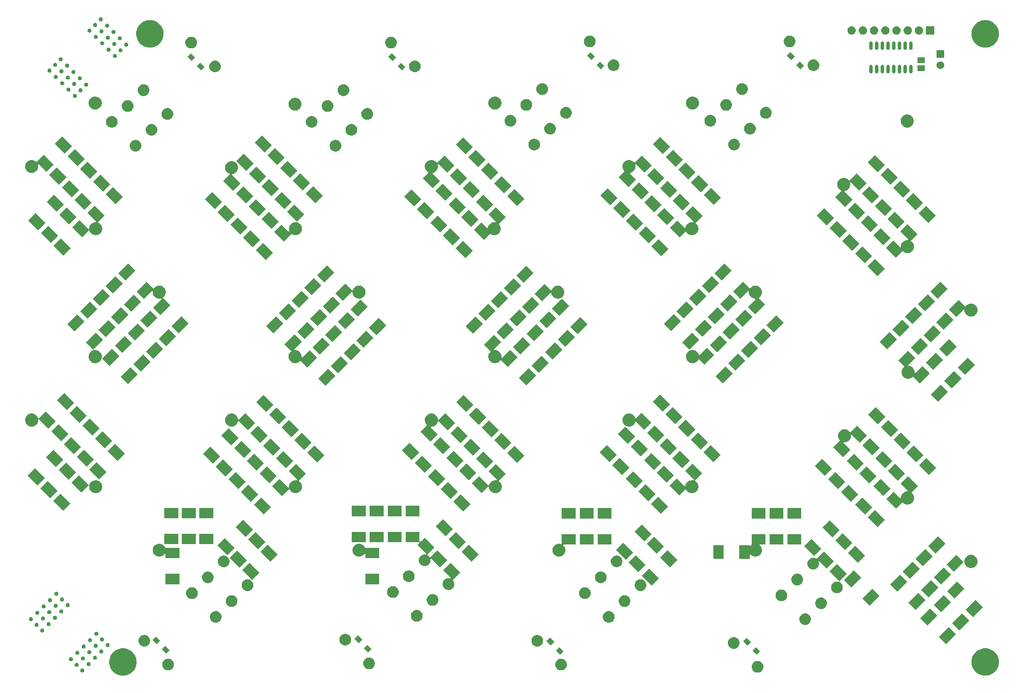
<source format=gbr>
%TF.GenerationSoftware,KiCad,Pcbnew,(5.1.4)-1*%
%TF.CreationDate,2019-12-28T21:17:41+08:00*%
%TF.ProjectId,LPF,4c50462e-6b69-4636-9164-5f7063625858,rev?*%
%TF.SameCoordinates,Original*%
%TF.FileFunction,Soldermask,Bot*%
%TF.FilePolarity,Negative*%
%FSLAX46Y46*%
G04 Gerber Fmt 4.6, Leading zero omitted, Abs format (unit mm)*
G04 Created by KiCad (PCBNEW (5.1.4)-1) date 2019-12-28 21:17:41*
%MOMM*%
%LPD*%
G04 APERTURE LIST*
%ADD10C,0.350000*%
G04 APERTURE END LIST*
D10*
G36*
X200889943Y-162066248D02*
G01*
X201445189Y-162296238D01*
X201521167Y-162347005D01*
X201944899Y-162630134D01*
X202369866Y-163055101D01*
X202382959Y-163074696D01*
X202703762Y-163554811D01*
X202933752Y-164110057D01*
X203051000Y-164699501D01*
X203051000Y-165300499D01*
X202933752Y-165889943D01*
X202703762Y-166445189D01*
X202586176Y-166621168D01*
X202369866Y-166944899D01*
X201944899Y-167369866D01*
X201870736Y-167419420D01*
X201445189Y-167703762D01*
X200889943Y-167933752D01*
X200300499Y-168051000D01*
X199699501Y-168051000D01*
X199110057Y-167933752D01*
X198554811Y-167703762D01*
X198129264Y-167419420D01*
X198055101Y-167369866D01*
X197630134Y-166944899D01*
X197413824Y-166621168D01*
X197296238Y-166445189D01*
X197066248Y-165889943D01*
X196949000Y-165300499D01*
X196949000Y-164699501D01*
X197066248Y-164110057D01*
X197296238Y-163554811D01*
X197617041Y-163074696D01*
X197630134Y-163055101D01*
X198055101Y-162630134D01*
X198478833Y-162347005D01*
X198554811Y-162296238D01*
X199110057Y-162066248D01*
X199699501Y-161949000D01*
X200300499Y-161949000D01*
X200889943Y-162066248D01*
X200889943Y-162066248D01*
G37*
G36*
X8889943Y-162066248D02*
G01*
X9445189Y-162296238D01*
X9521167Y-162347005D01*
X9944899Y-162630134D01*
X10369866Y-163055101D01*
X10382959Y-163074696D01*
X10703762Y-163554811D01*
X10933752Y-164110057D01*
X11051000Y-164699501D01*
X11051000Y-165300499D01*
X10933752Y-165889943D01*
X10703762Y-166445189D01*
X10586176Y-166621168D01*
X10369866Y-166944899D01*
X9944899Y-167369866D01*
X9870736Y-167419420D01*
X9445189Y-167703762D01*
X8889943Y-167933752D01*
X8300499Y-168051000D01*
X7699501Y-168051000D01*
X7110057Y-167933752D01*
X6554811Y-167703762D01*
X6129264Y-167419420D01*
X6055101Y-167369866D01*
X5630134Y-166944899D01*
X5413824Y-166621168D01*
X5296238Y-166445189D01*
X5066248Y-165889943D01*
X4949000Y-165300499D01*
X4949000Y-164699501D01*
X5066248Y-164110057D01*
X5296238Y-163554811D01*
X5617041Y-163074696D01*
X5630134Y-163055101D01*
X6055101Y-162630134D01*
X6478833Y-162347005D01*
X6554811Y-162296238D01*
X7110057Y-162066248D01*
X7699501Y-161949000D01*
X8300499Y-161949000D01*
X8889943Y-162066248D01*
X8889943Y-162066248D01*
G37*
G36*
X149682788Y-164802297D02*
G01*
X149919554Y-164900369D01*
X149919556Y-164900370D01*
X150132640Y-165042748D01*
X150313854Y-165223962D01*
X150448293Y-165425164D01*
X150456233Y-165437048D01*
X150554305Y-165673814D01*
X150604301Y-165925162D01*
X150604301Y-166181440D01*
X150554305Y-166432788D01*
X150476275Y-166621168D01*
X150456232Y-166669556D01*
X150313854Y-166882640D01*
X150132640Y-167063854D01*
X149919556Y-167206232D01*
X149919555Y-167206233D01*
X149919554Y-167206233D01*
X149682788Y-167304305D01*
X149431440Y-167354301D01*
X149175162Y-167354301D01*
X148923814Y-167304305D01*
X148687048Y-167206233D01*
X148687047Y-167206233D01*
X148687046Y-167206232D01*
X148473962Y-167063854D01*
X148292748Y-166882640D01*
X148150370Y-166669556D01*
X148130327Y-166621168D01*
X148052297Y-166432788D01*
X148002301Y-166181440D01*
X148002301Y-165925162D01*
X148052297Y-165673814D01*
X148150369Y-165437048D01*
X148158310Y-165425164D01*
X148292748Y-165223962D01*
X148473962Y-165042748D01*
X148687046Y-164900370D01*
X148687048Y-164900369D01*
X148923814Y-164802297D01*
X149175162Y-164752301D01*
X149431440Y-164752301D01*
X149682788Y-164802297D01*
X149682788Y-164802297D01*
G37*
G36*
X-936316Y-166432667D02*
G01*
X-854241Y-166466664D01*
X-854239Y-166466665D01*
X-841771Y-166474996D01*
X-780373Y-166516021D01*
X-717553Y-166578841D01*
X-668196Y-166652709D01*
X-634199Y-166734784D01*
X-616868Y-166821915D01*
X-616868Y-166910757D01*
X-634199Y-166997888D01*
X-668196Y-167079963D01*
X-668197Y-167079965D01*
X-717554Y-167153832D01*
X-780372Y-167216650D01*
X-854239Y-167266007D01*
X-854240Y-167266008D01*
X-854241Y-167266008D01*
X-936316Y-167300005D01*
X-1023447Y-167317336D01*
X-1112289Y-167317336D01*
X-1199420Y-167300005D01*
X-1281495Y-167266008D01*
X-1281496Y-167266008D01*
X-1281497Y-167266007D01*
X-1355364Y-167216650D01*
X-1418182Y-167153832D01*
X-1467539Y-167079965D01*
X-1467540Y-167079963D01*
X-1501537Y-166997888D01*
X-1518868Y-166910757D01*
X-1518868Y-166821915D01*
X-1501537Y-166734784D01*
X-1467540Y-166652709D01*
X-1418183Y-166578841D01*
X-1355363Y-166516021D01*
X-1293965Y-166474996D01*
X-1281497Y-166466665D01*
X-1281495Y-166466664D01*
X-1199420Y-166432667D01*
X-1112289Y-166415336D01*
X-1023447Y-166415336D01*
X-936316Y-166432667D01*
X-936316Y-166432667D01*
G37*
G36*
X18432788Y-164302297D02*
G01*
X18669554Y-164400369D01*
X18669556Y-164400370D01*
X18882640Y-164542748D01*
X19063854Y-164723962D01*
X19197391Y-164923814D01*
X19206233Y-164937048D01*
X19304305Y-165173814D01*
X19354301Y-165425162D01*
X19354301Y-165681440D01*
X19304305Y-165932788D01*
X19253290Y-166055948D01*
X19206232Y-166169556D01*
X19063854Y-166382640D01*
X18882640Y-166563854D01*
X18669556Y-166706232D01*
X18669555Y-166706233D01*
X18669554Y-166706233D01*
X18432788Y-166804305D01*
X18181440Y-166854301D01*
X17925162Y-166854301D01*
X17673814Y-166804305D01*
X17437048Y-166706233D01*
X17437047Y-166706233D01*
X17437046Y-166706232D01*
X17223962Y-166563854D01*
X17042748Y-166382640D01*
X16900370Y-166169556D01*
X16853312Y-166055948D01*
X16802297Y-165932788D01*
X16752301Y-165681440D01*
X16752301Y-165425162D01*
X16802297Y-165173814D01*
X16900369Y-164937048D01*
X16909212Y-164923814D01*
X17042748Y-164723962D01*
X17223962Y-164542748D01*
X17437046Y-164400370D01*
X17437048Y-164400369D01*
X17673814Y-164302297D01*
X17925162Y-164252301D01*
X18181440Y-164252301D01*
X18432788Y-164302297D01*
X18432788Y-164302297D01*
G37*
G36*
X105932788Y-164302297D02*
G01*
X106169554Y-164400369D01*
X106169556Y-164400370D01*
X106382640Y-164542748D01*
X106563854Y-164723962D01*
X106697391Y-164923814D01*
X106706233Y-164937048D01*
X106804305Y-165173814D01*
X106854301Y-165425162D01*
X106854301Y-165681440D01*
X106804305Y-165932788D01*
X106753290Y-166055948D01*
X106706232Y-166169556D01*
X106563854Y-166382640D01*
X106382640Y-166563854D01*
X106169556Y-166706232D01*
X106169555Y-166706233D01*
X106169554Y-166706233D01*
X105932788Y-166804305D01*
X105681440Y-166854301D01*
X105425162Y-166854301D01*
X105173814Y-166804305D01*
X104937048Y-166706233D01*
X104937047Y-166706233D01*
X104937046Y-166706232D01*
X104723962Y-166563854D01*
X104542748Y-166382640D01*
X104400370Y-166169556D01*
X104353312Y-166055948D01*
X104302297Y-165932788D01*
X104252301Y-165681440D01*
X104252301Y-165425162D01*
X104302297Y-165173814D01*
X104400369Y-164937048D01*
X104409212Y-164923814D01*
X104542748Y-164723962D01*
X104723962Y-164542748D01*
X104937046Y-164400370D01*
X104937048Y-164400369D01*
X105173814Y-164302297D01*
X105425162Y-164252301D01*
X105681440Y-164252301D01*
X105932788Y-164302297D01*
X105932788Y-164302297D01*
G37*
G36*
X63182788Y-164052297D02*
G01*
X63390262Y-164138236D01*
X63419556Y-164150370D01*
X63632640Y-164292748D01*
X63813854Y-164473962D01*
X63917150Y-164628555D01*
X63956233Y-164687048D01*
X64054305Y-164923814D01*
X64104301Y-165175162D01*
X64104301Y-165431440D01*
X64054305Y-165682788D01*
X63965742Y-165896597D01*
X63956232Y-165919556D01*
X63813854Y-166132640D01*
X63632640Y-166313854D01*
X63419556Y-166456232D01*
X63419555Y-166456233D01*
X63419554Y-166456233D01*
X63182788Y-166554305D01*
X62931440Y-166604301D01*
X62675162Y-166604301D01*
X62423814Y-166554305D01*
X62187048Y-166456233D01*
X62187047Y-166456233D01*
X62187046Y-166456232D01*
X61973962Y-166313854D01*
X61792748Y-166132640D01*
X61650370Y-165919556D01*
X61640860Y-165896597D01*
X61552297Y-165682788D01*
X61502301Y-165431440D01*
X61502301Y-165175162D01*
X61552297Y-164923814D01*
X61650369Y-164687048D01*
X61689453Y-164628555D01*
X61792748Y-164473962D01*
X61973962Y-164292748D01*
X62187046Y-164150370D01*
X62216340Y-164138236D01*
X62423814Y-164052297D01*
X62675162Y-164002301D01*
X62931440Y-164002301D01*
X63182788Y-164052297D01*
X63182788Y-164052297D01*
G37*
G36*
X-2193552Y-165175432D02*
G01*
X-2111477Y-165209429D01*
X-2111475Y-165209430D01*
X-2089727Y-165223962D01*
X-2037609Y-165258786D01*
X-1974789Y-165321606D01*
X-1925432Y-165395474D01*
X-1891435Y-165477549D01*
X-1874104Y-165564680D01*
X-1874104Y-165653522D01*
X-1891435Y-165740653D01*
X-1917027Y-165802437D01*
X-1925433Y-165822730D01*
X-1944853Y-165851794D01*
X-1974789Y-165896596D01*
X-2037609Y-165959416D01*
X-2074291Y-165983926D01*
X-2111475Y-166008772D01*
X-2111476Y-166008773D01*
X-2111477Y-166008773D01*
X-2193552Y-166042770D01*
X-2280683Y-166060101D01*
X-2369525Y-166060101D01*
X-2456656Y-166042770D01*
X-2538731Y-166008773D01*
X-2538732Y-166008773D01*
X-2538733Y-166008772D01*
X-2575917Y-165983926D01*
X-2612599Y-165959416D01*
X-2675419Y-165896596D01*
X-2705355Y-165851794D01*
X-2724775Y-165822730D01*
X-2733181Y-165802437D01*
X-2758773Y-165740653D01*
X-2776104Y-165653522D01*
X-2776104Y-165564680D01*
X-2758773Y-165477549D01*
X-2724776Y-165395474D01*
X-2675419Y-165321606D01*
X-2612599Y-165258786D01*
X-2560481Y-165223962D01*
X-2538733Y-165209430D01*
X-2538731Y-165209429D01*
X-2456656Y-165175432D01*
X-2369525Y-165158101D01*
X-2280683Y-165158101D01*
X-2193552Y-165175432D01*
X-2193552Y-165175432D01*
G37*
G36*
X477897Y-165018454D02*
G01*
X559972Y-165052451D01*
X559974Y-165052452D01*
X597158Y-165077298D01*
X633840Y-165101808D01*
X696660Y-165164628D01*
X746017Y-165238496D01*
X780014Y-165320571D01*
X797345Y-165407702D01*
X797345Y-165496544D01*
X780014Y-165583675D01*
X751082Y-165653521D01*
X746016Y-165665752D01*
X696659Y-165739619D01*
X633841Y-165802437D01*
X559974Y-165851794D01*
X559973Y-165851795D01*
X559972Y-165851795D01*
X477897Y-165885792D01*
X390766Y-165903123D01*
X301924Y-165903123D01*
X214793Y-165885792D01*
X132718Y-165851795D01*
X132717Y-165851795D01*
X132716Y-165851794D01*
X58849Y-165802437D01*
X-3969Y-165739619D01*
X-53326Y-165665752D01*
X-58392Y-165653521D01*
X-87324Y-165583675D01*
X-104655Y-165496544D01*
X-104655Y-165407702D01*
X-87324Y-165320571D01*
X-53327Y-165238496D01*
X-3970Y-165164628D01*
X58850Y-165101808D01*
X95532Y-165077298D01*
X132716Y-165052452D01*
X132718Y-165052451D01*
X214793Y-165018454D01*
X301924Y-165001123D01*
X390766Y-165001123D01*
X477897Y-165018454D01*
X477897Y-165018454D01*
G37*
G36*
X-3450788Y-163918196D02*
G01*
X-3368713Y-163952193D01*
X-3368711Y-163952194D01*
X-3331527Y-163977040D01*
X-3294845Y-164001550D01*
X-3232025Y-164064370D01*
X-3182668Y-164138238D01*
X-3148671Y-164220313D01*
X-3131340Y-164307444D01*
X-3131340Y-164396286D01*
X-3148671Y-164483417D01*
X-3182668Y-164565492D01*
X-3224805Y-164628555D01*
X-3232026Y-164639361D01*
X-3294844Y-164702179D01*
X-3368711Y-164751536D01*
X-3368712Y-164751537D01*
X-3368713Y-164751537D01*
X-3450788Y-164785534D01*
X-3537919Y-164802865D01*
X-3626761Y-164802865D01*
X-3713892Y-164785534D01*
X-3795967Y-164751537D01*
X-3795968Y-164751537D01*
X-3795969Y-164751536D01*
X-3869836Y-164702179D01*
X-3932654Y-164639361D01*
X-3939874Y-164628555D01*
X-3982012Y-164565492D01*
X-4016009Y-164483417D01*
X-4033340Y-164396286D01*
X-4033340Y-164307444D01*
X-4016009Y-164220313D01*
X-3982012Y-164138238D01*
X-3932655Y-164064370D01*
X-3869835Y-164001550D01*
X-3833153Y-163977040D01*
X-3795969Y-163952194D01*
X-3795967Y-163952193D01*
X-3713892Y-163918196D01*
X-3626761Y-163900865D01*
X-3537919Y-163900865D01*
X-3450788Y-163918196D01*
X-3450788Y-163918196D01*
G37*
G36*
X-779339Y-163761218D02*
G01*
X-697264Y-163795215D01*
X-697262Y-163795216D01*
X-660078Y-163820062D01*
X-623396Y-163844572D01*
X-560576Y-163907392D01*
X-511219Y-163981260D01*
X-477222Y-164063335D01*
X-459891Y-164150466D01*
X-459891Y-164239308D01*
X-477222Y-164326439D01*
X-511219Y-164408514D01*
X-553356Y-164471577D01*
X-560577Y-164482383D01*
X-623395Y-164545201D01*
X-697262Y-164594558D01*
X-697263Y-164594559D01*
X-697264Y-164594559D01*
X-779339Y-164628556D01*
X-866470Y-164645887D01*
X-955312Y-164645887D01*
X-1042443Y-164628556D01*
X-1124518Y-164594559D01*
X-1124519Y-164594559D01*
X-1124520Y-164594558D01*
X-1198387Y-164545201D01*
X-1261205Y-164482383D01*
X-1268425Y-164471577D01*
X-1310563Y-164408514D01*
X-1344560Y-164326439D01*
X-1361891Y-164239308D01*
X-1361891Y-164150466D01*
X-1344560Y-164063335D01*
X-1310563Y-163981260D01*
X-1261206Y-163907392D01*
X-1198386Y-163844572D01*
X-1161704Y-163820062D01*
X-1124520Y-163795216D01*
X-1124518Y-163795215D01*
X-1042443Y-163761218D01*
X-955312Y-163743887D01*
X-866470Y-163743887D01*
X-779339Y-163761218D01*
X-779339Y-163761218D01*
G37*
G36*
X1892111Y-163604240D02*
G01*
X1974186Y-163638237D01*
X1974188Y-163638238D01*
X2011372Y-163663084D01*
X2048054Y-163687594D01*
X2110874Y-163750414D01*
X2160231Y-163824282D01*
X2194228Y-163906357D01*
X2211559Y-163993488D01*
X2211559Y-164082330D01*
X2194228Y-164169461D01*
X2160231Y-164251536D01*
X2110874Y-164325404D01*
X2048054Y-164388224D01*
X2029876Y-164400370D01*
X1974188Y-164437580D01*
X1974187Y-164437581D01*
X1974186Y-164437581D01*
X1892111Y-164471578D01*
X1804980Y-164488909D01*
X1716138Y-164488909D01*
X1629007Y-164471578D01*
X1546932Y-164437581D01*
X1546931Y-164437581D01*
X1546930Y-164437580D01*
X1491242Y-164400370D01*
X1473064Y-164388224D01*
X1410244Y-164325404D01*
X1360887Y-164251536D01*
X1326890Y-164169461D01*
X1309559Y-164082330D01*
X1309559Y-163993488D01*
X1326890Y-163906357D01*
X1360887Y-163824282D01*
X1410244Y-163750414D01*
X1473064Y-163687594D01*
X1509746Y-163663084D01*
X1546930Y-163638238D01*
X1546932Y-163638237D01*
X1629007Y-163604240D01*
X1716138Y-163586909D01*
X1804980Y-163586909D01*
X1892111Y-163604240D01*
X1892111Y-163604240D01*
G37*
G36*
X149910603Y-162631371D02*
G01*
X149131371Y-163410603D01*
X148175363Y-162454595D01*
X148954595Y-161675363D01*
X149910603Y-162631371D01*
X149910603Y-162631371D01*
G37*
G36*
X-2036575Y-162503982D02*
G01*
X-1954500Y-162537979D01*
X-1954498Y-162537980D01*
X-1917314Y-162562826D01*
X-1880632Y-162587336D01*
X-1817812Y-162650156D01*
X-1768455Y-162724024D01*
X-1734458Y-162806099D01*
X-1717127Y-162893230D01*
X-1717127Y-162982072D01*
X-1734458Y-163069203D01*
X-1768455Y-163151278D01*
X-1810592Y-163214341D01*
X-1817813Y-163225147D01*
X-1880631Y-163287965D01*
X-1954498Y-163337322D01*
X-1954499Y-163337323D01*
X-1954500Y-163337323D01*
X-2036575Y-163371320D01*
X-2123706Y-163388651D01*
X-2212548Y-163388651D01*
X-2299679Y-163371320D01*
X-2381754Y-163337323D01*
X-2381755Y-163337323D01*
X-2381756Y-163337322D01*
X-2455623Y-163287965D01*
X-2518441Y-163225147D01*
X-2525661Y-163214341D01*
X-2567799Y-163151278D01*
X-2601796Y-163069203D01*
X-2619127Y-162982072D01*
X-2619127Y-162893230D01*
X-2601796Y-162806099D01*
X-2567799Y-162724024D01*
X-2518442Y-162650156D01*
X-2455622Y-162587336D01*
X-2418940Y-162562826D01*
X-2381756Y-162537980D01*
X-2381754Y-162537979D01*
X-2299679Y-162503982D01*
X-2212548Y-162486651D01*
X-2123706Y-162486651D01*
X-2036575Y-162503982D01*
X-2036575Y-162503982D01*
G37*
G36*
X106117620Y-162588388D02*
G01*
X105338388Y-163367620D01*
X104382380Y-162411612D01*
X105161612Y-161632380D01*
X106117620Y-162588388D01*
X106117620Y-162588388D01*
G37*
G36*
X634875Y-162347004D02*
G01*
X716950Y-162381001D01*
X716952Y-162381002D01*
X754136Y-162405848D01*
X790818Y-162430358D01*
X853638Y-162493178D01*
X902995Y-162567046D01*
X936992Y-162649121D01*
X954323Y-162736252D01*
X954323Y-162825094D01*
X936992Y-162912225D01*
X902995Y-162994300D01*
X859986Y-163058668D01*
X853637Y-163068169D01*
X790819Y-163130987D01*
X716952Y-163180344D01*
X716951Y-163180345D01*
X716950Y-163180345D01*
X634875Y-163214342D01*
X547744Y-163231673D01*
X458902Y-163231673D01*
X371771Y-163214342D01*
X289696Y-163180345D01*
X289695Y-163180345D01*
X289694Y-163180344D01*
X215827Y-163130987D01*
X153009Y-163068169D01*
X146661Y-163058668D01*
X103651Y-162994300D01*
X69654Y-162912225D01*
X52323Y-162825094D01*
X52323Y-162736252D01*
X69654Y-162649121D01*
X103651Y-162567046D01*
X153008Y-162493178D01*
X215828Y-162430358D01*
X252510Y-162405848D01*
X289694Y-162381002D01*
X289696Y-162381001D01*
X371771Y-162347004D01*
X458902Y-162329673D01*
X547744Y-162329673D01*
X634875Y-162347004D01*
X634875Y-162347004D01*
G37*
G36*
X18367620Y-162338388D02*
G01*
X17588388Y-163117620D01*
X16632380Y-162161612D01*
X17411612Y-161382380D01*
X18367620Y-162338388D01*
X18367620Y-162338388D01*
G37*
G36*
X3306324Y-162190027D02*
G01*
X3388399Y-162224024D01*
X3388401Y-162224025D01*
X3425585Y-162248871D01*
X3462267Y-162273381D01*
X3525087Y-162336201D01*
X3574444Y-162410069D01*
X3608441Y-162492144D01*
X3625772Y-162579275D01*
X3625772Y-162668117D01*
X3608441Y-162755248D01*
X3579510Y-162825093D01*
X3574443Y-162837325D01*
X3554201Y-162867619D01*
X3525087Y-162911191D01*
X3462267Y-162974011D01*
X3450204Y-162982071D01*
X3388401Y-163023367D01*
X3388400Y-163023368D01*
X3388399Y-163023368D01*
X3306324Y-163057365D01*
X3219193Y-163074696D01*
X3130351Y-163074696D01*
X3043220Y-163057365D01*
X2961145Y-163023368D01*
X2961144Y-163023368D01*
X2961143Y-163023367D01*
X2899340Y-162982071D01*
X2887277Y-162974011D01*
X2824457Y-162911191D01*
X2795343Y-162867619D01*
X2775101Y-162837325D01*
X2770034Y-162825093D01*
X2741103Y-162755248D01*
X2723772Y-162668117D01*
X2723772Y-162579275D01*
X2741103Y-162492144D01*
X2775100Y-162410069D01*
X2824457Y-162336201D01*
X2887277Y-162273381D01*
X2923959Y-162248871D01*
X2961143Y-162224025D01*
X2961145Y-162224024D01*
X3043220Y-162190027D01*
X3130351Y-162172696D01*
X3219193Y-162172696D01*
X3306324Y-162190027D01*
X3306324Y-162190027D01*
G37*
G36*
X63367620Y-162088388D02*
G01*
X62588388Y-162867620D01*
X61632380Y-161911612D01*
X62411612Y-161132380D01*
X63367620Y-162088388D01*
X63367620Y-162088388D01*
G37*
G36*
X144379487Y-159498996D02*
G01*
X144597736Y-159589398D01*
X144616255Y-159597069D01*
X144829339Y-159739447D01*
X145010553Y-159920661D01*
X145144992Y-160121863D01*
X145152932Y-160133747D01*
X145251004Y-160370513D01*
X145301000Y-160621861D01*
X145301000Y-160878139D01*
X145251004Y-161129487D01*
X145170170Y-161324636D01*
X145152931Y-161366255D01*
X145010553Y-161579339D01*
X144829339Y-161760553D01*
X144616255Y-161902931D01*
X144616254Y-161902932D01*
X144616253Y-161902932D01*
X144379487Y-162001004D01*
X144128139Y-162051000D01*
X143871861Y-162051000D01*
X143620513Y-162001004D01*
X143383747Y-161902932D01*
X143383746Y-161902932D01*
X143383745Y-161902931D01*
X143170661Y-161760553D01*
X142989447Y-161579339D01*
X142847069Y-161366255D01*
X142829830Y-161324636D01*
X142748996Y-161129487D01*
X142699000Y-160878139D01*
X142699000Y-160621861D01*
X142748996Y-160370513D01*
X142847068Y-160133747D01*
X142855009Y-160121863D01*
X142989447Y-159920661D01*
X143170661Y-159739447D01*
X143383745Y-159597069D01*
X143402264Y-159589398D01*
X143620513Y-159498996D01*
X143871861Y-159449000D01*
X144128139Y-159449000D01*
X144379487Y-159498996D01*
X144379487Y-159498996D01*
G37*
G36*
X-622361Y-161089769D02*
G01*
X-540286Y-161123766D01*
X-540284Y-161123767D01*
X-503100Y-161148613D01*
X-496637Y-161152931D01*
X-466417Y-161173124D01*
X-403599Y-161235942D01*
X-373055Y-161281653D01*
X-354241Y-161309811D01*
X-320244Y-161391886D01*
X-302913Y-161479017D01*
X-302913Y-161567859D01*
X-320244Y-161654990D01*
X-354241Y-161737065D01*
X-396378Y-161800128D01*
X-403599Y-161810934D01*
X-466417Y-161873752D01*
X-540284Y-161923109D01*
X-540285Y-161923110D01*
X-540286Y-161923110D01*
X-622361Y-161957107D01*
X-709492Y-161974438D01*
X-798334Y-161974438D01*
X-885465Y-161957107D01*
X-967540Y-161923110D01*
X-967541Y-161923110D01*
X-967542Y-161923109D01*
X-1041409Y-161873752D01*
X-1104227Y-161810934D01*
X-1111447Y-161800128D01*
X-1153585Y-161737065D01*
X-1187582Y-161654990D01*
X-1204913Y-161567859D01*
X-1204913Y-161479017D01*
X-1187582Y-161391886D01*
X-1153585Y-161309811D01*
X-1134770Y-161281653D01*
X-1104227Y-161235942D01*
X-1041409Y-161173124D01*
X-1011188Y-161152931D01*
X-1004726Y-161148613D01*
X-967542Y-161123767D01*
X-967540Y-161123766D01*
X-885465Y-161089769D01*
X-798334Y-161072438D01*
X-709492Y-161072438D01*
X-622361Y-161089769D01*
X-622361Y-161089769D01*
G37*
G36*
X2049088Y-160932791D02*
G01*
X2131163Y-160966788D01*
X2131165Y-160966789D01*
X2168349Y-160991635D01*
X2205031Y-161016145D01*
X2267851Y-161078965D01*
X2292361Y-161115647D01*
X2303543Y-161132381D01*
X2317208Y-161152833D01*
X2351205Y-161234908D01*
X2368536Y-161322039D01*
X2368536Y-161410881D01*
X2351205Y-161498012D01*
X2317208Y-161580087D01*
X2275071Y-161643150D01*
X2267850Y-161653956D01*
X2205032Y-161716774D01*
X2131165Y-161766131D01*
X2131164Y-161766132D01*
X2131163Y-161766132D01*
X2049088Y-161800129D01*
X1961957Y-161817460D01*
X1873115Y-161817460D01*
X1785984Y-161800129D01*
X1703909Y-161766132D01*
X1703908Y-161766132D01*
X1703907Y-161766131D01*
X1630040Y-161716774D01*
X1567222Y-161653956D01*
X1560002Y-161643150D01*
X1517864Y-161580087D01*
X1483867Y-161498012D01*
X1466536Y-161410881D01*
X1466536Y-161322039D01*
X1483867Y-161234908D01*
X1517864Y-161152833D01*
X1531530Y-161132381D01*
X1542711Y-161115647D01*
X1567221Y-161078965D01*
X1630041Y-161016145D01*
X1666723Y-160991635D01*
X1703907Y-160966789D01*
X1703909Y-160966788D01*
X1785984Y-160932791D01*
X1873115Y-160915460D01*
X1961957Y-160915460D01*
X2049088Y-160932791D01*
X2049088Y-160932791D01*
G37*
G36*
X4720538Y-160775813D02*
G01*
X4802613Y-160809810D01*
X4802615Y-160809811D01*
X4831840Y-160829339D01*
X4876481Y-160859167D01*
X4939301Y-160921987D01*
X4988658Y-160995855D01*
X5022655Y-161077930D01*
X5039986Y-161165061D01*
X5039986Y-161253903D01*
X5022655Y-161341034D01*
X4993723Y-161410880D01*
X4988657Y-161423111D01*
X4939300Y-161496978D01*
X4876482Y-161559796D01*
X4802615Y-161609153D01*
X4802614Y-161609154D01*
X4802613Y-161609154D01*
X4720538Y-161643151D01*
X4633407Y-161660482D01*
X4544565Y-161660482D01*
X4457434Y-161643151D01*
X4375359Y-161609154D01*
X4375358Y-161609154D01*
X4375357Y-161609153D01*
X4301490Y-161559796D01*
X4238672Y-161496978D01*
X4189315Y-161423111D01*
X4184249Y-161410880D01*
X4155317Y-161341034D01*
X4137986Y-161253903D01*
X4137986Y-161165061D01*
X4155317Y-161077930D01*
X4189314Y-160995855D01*
X4238671Y-160921987D01*
X4301491Y-160859167D01*
X4346132Y-160829339D01*
X4375357Y-160809811D01*
X4375359Y-160809810D01*
X4457434Y-160775813D01*
X4544565Y-160758482D01*
X4633407Y-160758482D01*
X4720538Y-160775813D01*
X4720538Y-160775813D01*
G37*
G36*
X100629487Y-158998996D02*
G01*
X100866253Y-159097068D01*
X100866255Y-159097069D01*
X101079339Y-159239447D01*
X101260553Y-159420661D01*
X101394090Y-159620513D01*
X101402932Y-159633747D01*
X101501004Y-159870513D01*
X101551000Y-160121861D01*
X101551000Y-160378139D01*
X101501004Y-160629487D01*
X101426311Y-160809811D01*
X101402931Y-160866255D01*
X101260553Y-161079339D01*
X101079339Y-161260553D01*
X100866255Y-161402931D01*
X100866254Y-161402932D01*
X100866253Y-161402932D01*
X100629487Y-161501004D01*
X100378139Y-161551000D01*
X100121861Y-161551000D01*
X99870513Y-161501004D01*
X99633747Y-161402932D01*
X99633746Y-161402932D01*
X99633745Y-161402931D01*
X99420661Y-161260553D01*
X99239447Y-161079339D01*
X99097069Y-160866255D01*
X99073689Y-160809811D01*
X98998996Y-160629487D01*
X98949000Y-160378139D01*
X98949000Y-160121861D01*
X98998996Y-159870513D01*
X99097068Y-159633747D01*
X99105911Y-159620513D01*
X99239447Y-159420661D01*
X99420661Y-159239447D01*
X99633745Y-159097069D01*
X99633747Y-159097068D01*
X99870513Y-158998996D01*
X100121861Y-158949000D01*
X100378139Y-158949000D01*
X100629487Y-158998996D01*
X100629487Y-158998996D01*
G37*
G36*
X13129487Y-158998996D02*
G01*
X13366253Y-159097068D01*
X13366255Y-159097069D01*
X13579339Y-159239447D01*
X13760553Y-159420661D01*
X13894090Y-159620513D01*
X13902932Y-159633747D01*
X14001004Y-159870513D01*
X14051000Y-160121861D01*
X14051000Y-160378139D01*
X14001004Y-160629487D01*
X13926311Y-160809811D01*
X13902931Y-160866255D01*
X13760553Y-161079339D01*
X13579339Y-161260553D01*
X13366255Y-161402931D01*
X13366254Y-161402932D01*
X13366253Y-161402932D01*
X13129487Y-161501004D01*
X12878139Y-161551000D01*
X12621861Y-161551000D01*
X12370513Y-161501004D01*
X12133747Y-161402932D01*
X12133746Y-161402932D01*
X12133745Y-161402931D01*
X11920661Y-161260553D01*
X11739447Y-161079339D01*
X11597069Y-160866255D01*
X11573689Y-160809811D01*
X11498996Y-160629487D01*
X11449000Y-160378139D01*
X11449000Y-160121861D01*
X11498996Y-159870513D01*
X11597068Y-159633747D01*
X11605911Y-159620513D01*
X11739447Y-159420661D01*
X11920661Y-159239447D01*
X12133745Y-159097069D01*
X12133747Y-159097068D01*
X12370513Y-158998996D01*
X12621861Y-158949000D01*
X12878139Y-158949000D01*
X13129487Y-158998996D01*
X13129487Y-158998996D01*
G37*
G36*
X147824637Y-160545405D02*
G01*
X147045405Y-161324637D01*
X146089397Y-160368629D01*
X146868629Y-159589397D01*
X147824637Y-160545405D01*
X147824637Y-160545405D01*
G37*
G36*
X57879487Y-158748996D02*
G01*
X58066747Y-158826562D01*
X58116255Y-158847069D01*
X58208398Y-158908637D01*
X58329339Y-158989447D01*
X58510553Y-159170661D01*
X58652932Y-159383747D01*
X58751004Y-159620513D01*
X58801000Y-159871861D01*
X58801000Y-160128139D01*
X58751004Y-160379487D01*
X58717845Y-160459539D01*
X58652931Y-160616255D01*
X58510553Y-160829339D01*
X58329339Y-161010553D01*
X58116255Y-161152931D01*
X58116254Y-161152932D01*
X58116253Y-161152932D01*
X57879487Y-161251004D01*
X57628139Y-161301000D01*
X57371861Y-161301000D01*
X57120513Y-161251004D01*
X56883747Y-161152932D01*
X56883746Y-161152932D01*
X56883745Y-161152931D01*
X56670661Y-161010553D01*
X56489447Y-160829339D01*
X56347069Y-160616255D01*
X56282155Y-160459539D01*
X56248996Y-160379487D01*
X56199000Y-160128139D01*
X56199000Y-159871861D01*
X56248996Y-159620513D01*
X56347068Y-159383747D01*
X56489447Y-159170661D01*
X56670661Y-158989447D01*
X56791602Y-158908637D01*
X56883745Y-158847069D01*
X56933253Y-158826562D01*
X57120513Y-158748996D01*
X57371861Y-158699000D01*
X57628139Y-158699000D01*
X57879487Y-158748996D01*
X57879487Y-158748996D01*
G37*
G36*
X104031654Y-160502422D02*
G01*
X103252422Y-161281654D01*
X102296414Y-160325646D01*
X103075646Y-159546414D01*
X104031654Y-160502422D01*
X104031654Y-160502422D01*
G37*
G36*
X16281654Y-160252422D02*
G01*
X15502422Y-161031654D01*
X14546414Y-160075646D01*
X15325646Y-159296414D01*
X16281654Y-160252422D01*
X16281654Y-160252422D01*
G37*
G36*
X193461213Y-158767767D02*
G01*
X191267767Y-160961213D01*
X189640007Y-159333453D01*
X191833453Y-157140007D01*
X193461213Y-158767767D01*
X193461213Y-158767767D01*
G37*
G36*
X61281654Y-160002422D02*
G01*
X60502422Y-160781654D01*
X59546414Y-159825646D01*
X60325646Y-159046414D01*
X61281654Y-160002422D01*
X61281654Y-160002422D01*
G37*
G36*
X791852Y-159675555D02*
G01*
X873927Y-159709552D01*
X873929Y-159709553D01*
X947796Y-159758910D01*
X1010614Y-159821728D01*
X1044114Y-159871863D01*
X1059972Y-159895597D01*
X1093969Y-159977672D01*
X1111300Y-160064803D01*
X1111300Y-160153645D01*
X1093969Y-160240776D01*
X1068377Y-160302560D01*
X1059971Y-160322853D01*
X1040551Y-160351917D01*
X1017835Y-160385914D01*
X1010614Y-160396720D01*
X947796Y-160459538D01*
X873929Y-160508895D01*
X873928Y-160508896D01*
X873927Y-160508896D01*
X791852Y-160542893D01*
X704721Y-160560224D01*
X615879Y-160560224D01*
X528748Y-160542893D01*
X446673Y-160508896D01*
X446672Y-160508896D01*
X446671Y-160508895D01*
X372804Y-160459538D01*
X309986Y-160396720D01*
X302766Y-160385914D01*
X280049Y-160351917D01*
X260629Y-160322853D01*
X252223Y-160302560D01*
X226631Y-160240776D01*
X209300Y-160153645D01*
X209300Y-160064803D01*
X226631Y-159977672D01*
X260628Y-159895597D01*
X276487Y-159871863D01*
X309986Y-159821728D01*
X372804Y-159758910D01*
X446671Y-159709553D01*
X446673Y-159709552D01*
X528748Y-159675555D01*
X615879Y-159658224D01*
X704721Y-159658224D01*
X791852Y-159675555D01*
X791852Y-159675555D01*
G37*
G36*
X3463302Y-159518577D02*
G01*
X3545377Y-159552574D01*
X3545379Y-159552575D01*
X3582563Y-159577421D01*
X3619245Y-159601931D01*
X3682065Y-159664751D01*
X3731422Y-159738619D01*
X3765419Y-159820694D01*
X3782750Y-159907825D01*
X3782750Y-159996667D01*
X3765419Y-160083798D01*
X3747052Y-160128139D01*
X3731421Y-160165875D01*
X3682064Y-160239742D01*
X3619246Y-160302560D01*
X3545379Y-160351917D01*
X3545378Y-160351918D01*
X3545377Y-160351918D01*
X3463302Y-160385915D01*
X3376171Y-160403246D01*
X3287329Y-160403246D01*
X3200198Y-160385915D01*
X3118123Y-160351918D01*
X3118122Y-160351918D01*
X3118121Y-160351917D01*
X3044254Y-160302560D01*
X2981436Y-160239742D01*
X2932079Y-160165875D01*
X2916448Y-160128139D01*
X2898081Y-160083798D01*
X2880750Y-159996667D01*
X2880750Y-159907825D01*
X2898081Y-159820694D01*
X2932078Y-159738619D01*
X2981435Y-159664751D01*
X3044255Y-159601931D01*
X3080937Y-159577421D01*
X3118121Y-159552575D01*
X3118123Y-159552574D01*
X3200198Y-159518577D01*
X3287329Y-159501246D01*
X3376171Y-159501246D01*
X3463302Y-159518577D01*
X3463302Y-159518577D01*
G37*
G36*
X2206066Y-158261341D02*
G01*
X2288141Y-158295338D01*
X2288143Y-158295339D01*
X2305752Y-158307105D01*
X2362009Y-158344695D01*
X2424829Y-158407515D01*
X2474186Y-158481383D01*
X2508183Y-158563458D01*
X2525514Y-158650589D01*
X2525514Y-158739431D01*
X2508183Y-158826562D01*
X2474186Y-158908637D01*
X2424829Y-158982505D01*
X2362009Y-159045325D01*
X2325327Y-159069835D01*
X2288143Y-159094681D01*
X2288142Y-159094682D01*
X2288141Y-159094682D01*
X2206066Y-159128679D01*
X2118935Y-159146010D01*
X2030093Y-159146010D01*
X1942962Y-159128679D01*
X1860887Y-159094682D01*
X1860886Y-159094682D01*
X1860885Y-159094681D01*
X1823701Y-159069835D01*
X1787019Y-159045325D01*
X1724199Y-158982505D01*
X1674842Y-158908637D01*
X1640845Y-158826562D01*
X1623514Y-158739431D01*
X1623514Y-158650589D01*
X1640845Y-158563458D01*
X1674842Y-158481383D01*
X1724199Y-158407515D01*
X1787019Y-158344695D01*
X1843276Y-158307105D01*
X1860885Y-158295339D01*
X1860887Y-158295338D01*
X1942962Y-158261341D01*
X2030093Y-158244010D01*
X2118935Y-158244010D01*
X2206066Y-158261341D01*
X2206066Y-158261341D01*
G37*
G36*
X-9845862Y-157523122D02*
G01*
X-9763787Y-157557119D01*
X-9763785Y-157557120D01*
X-9726601Y-157581966D01*
X-9689919Y-157606476D01*
X-9627099Y-157669296D01*
X-9577742Y-157743164D01*
X-9543745Y-157825239D01*
X-9526414Y-157912370D01*
X-9526414Y-158001212D01*
X-9543745Y-158088343D01*
X-9577742Y-158170418D01*
X-9577743Y-158170420D01*
X-9627100Y-158244287D01*
X-9689918Y-158307105D01*
X-9763785Y-158356462D01*
X-9763786Y-158356463D01*
X-9763787Y-158356463D01*
X-9845862Y-158390460D01*
X-9932993Y-158407791D01*
X-10021835Y-158407791D01*
X-10108966Y-158390460D01*
X-10191041Y-158356463D01*
X-10191042Y-158356463D01*
X-10191043Y-158356462D01*
X-10264910Y-158307105D01*
X-10327728Y-158244287D01*
X-10377085Y-158170420D01*
X-10377086Y-158170418D01*
X-10411083Y-158088343D01*
X-10428414Y-158001212D01*
X-10428414Y-157912370D01*
X-10411083Y-157825239D01*
X-10377086Y-157743164D01*
X-10327729Y-157669296D01*
X-10264909Y-157606476D01*
X-10228227Y-157581966D01*
X-10191043Y-157557120D01*
X-10191041Y-157557119D01*
X-10108966Y-157523122D01*
X-10021835Y-157505791D01*
X-9932993Y-157505791D01*
X-9845862Y-157523122D01*
X-9845862Y-157523122D01*
G37*
G36*
X196461213Y-155767767D02*
G01*
X194267767Y-157961213D01*
X192640007Y-156333453D01*
X194833453Y-154140007D01*
X196461213Y-155767767D01*
X196461213Y-155767767D01*
G37*
G36*
X-11103098Y-156265886D02*
G01*
X-11021023Y-156299883D01*
X-11021021Y-156299884D01*
X-10983837Y-156324730D01*
X-10947155Y-156349240D01*
X-10884335Y-156412060D01*
X-10834978Y-156485928D01*
X-10800981Y-156568003D01*
X-10783650Y-156655134D01*
X-10783650Y-156743976D01*
X-10800981Y-156831107D01*
X-10834978Y-156913182D01*
X-10877115Y-156976245D01*
X-10884336Y-156987051D01*
X-10947154Y-157049869D01*
X-11021021Y-157099226D01*
X-11021022Y-157099227D01*
X-11021023Y-157099227D01*
X-11103098Y-157133224D01*
X-11190229Y-157150555D01*
X-11279071Y-157150555D01*
X-11366202Y-157133224D01*
X-11448277Y-157099227D01*
X-11448278Y-157099227D01*
X-11448279Y-157099226D01*
X-11522146Y-157049869D01*
X-11584964Y-156987051D01*
X-11592184Y-156976245D01*
X-11634322Y-156913182D01*
X-11668319Y-156831107D01*
X-11685650Y-156743976D01*
X-11685650Y-156655134D01*
X-11668319Y-156568003D01*
X-11634322Y-156485928D01*
X-11584965Y-156412060D01*
X-11522145Y-156349240D01*
X-11485463Y-156324730D01*
X-11448279Y-156299884D01*
X-11448277Y-156299883D01*
X-11366202Y-156265886D01*
X-11279071Y-156248555D01*
X-11190229Y-156248555D01*
X-11103098Y-156265886D01*
X-11103098Y-156265886D01*
G37*
G36*
X-8431648Y-156108908D02*
G01*
X-8349573Y-156142905D01*
X-8349571Y-156142906D01*
X-8312387Y-156167752D01*
X-8275705Y-156192262D01*
X-8212885Y-156255082D01*
X-8163528Y-156328950D01*
X-8129531Y-156411025D01*
X-8112200Y-156498156D01*
X-8112200Y-156586998D01*
X-8129531Y-156674129D01*
X-8158463Y-156743975D01*
X-8163529Y-156756206D01*
X-8212886Y-156830073D01*
X-8275704Y-156892891D01*
X-8349571Y-156942248D01*
X-8349572Y-156942249D01*
X-8349573Y-156942249D01*
X-8431648Y-156976246D01*
X-8518779Y-156993577D01*
X-8607621Y-156993577D01*
X-8694752Y-156976246D01*
X-8776827Y-156942249D01*
X-8776828Y-156942249D01*
X-8776829Y-156942248D01*
X-8850696Y-156892891D01*
X-8913514Y-156830073D01*
X-8962871Y-156756206D01*
X-8967937Y-156743975D01*
X-8996869Y-156674129D01*
X-9014200Y-156586998D01*
X-9014200Y-156498156D01*
X-8996869Y-156411025D01*
X-8962872Y-156328950D01*
X-8913515Y-156255082D01*
X-8850695Y-156192262D01*
X-8814013Y-156167752D01*
X-8776829Y-156142906D01*
X-8776827Y-156142905D01*
X-8694752Y-156108908D01*
X-8607621Y-156091577D01*
X-8518779Y-156091577D01*
X-8431648Y-156108908D01*
X-8431648Y-156108908D01*
G37*
G36*
X189359993Y-154666547D02*
G01*
X187166547Y-156859993D01*
X185538787Y-155232233D01*
X187732233Y-153038787D01*
X189359993Y-154666547D01*
X189359993Y-154666547D01*
G37*
G36*
X160289390Y-154195695D02*
G01*
X160526156Y-154293767D01*
X160526158Y-154293768D01*
X160739242Y-154436146D01*
X160920456Y-154617360D01*
X161054895Y-154818562D01*
X161062835Y-154830446D01*
X161160907Y-155067212D01*
X161210903Y-155318560D01*
X161210903Y-155574838D01*
X161160907Y-155826186D01*
X161062835Y-156062952D01*
X161062834Y-156062954D01*
X160920456Y-156276038D01*
X160739242Y-156457252D01*
X160526158Y-156599630D01*
X160526157Y-156599631D01*
X160526156Y-156599631D01*
X160289390Y-156697703D01*
X160038042Y-156747699D01*
X159781764Y-156747699D01*
X159530416Y-156697703D01*
X159293650Y-156599631D01*
X159293649Y-156599631D01*
X159293648Y-156599630D01*
X159080564Y-156457252D01*
X158899350Y-156276038D01*
X158756972Y-156062954D01*
X158756971Y-156062952D01*
X158658899Y-155826186D01*
X158608903Y-155574838D01*
X158608903Y-155318560D01*
X158658899Y-155067212D01*
X158756971Y-154830446D01*
X158764912Y-154818562D01*
X158899350Y-154617360D01*
X159080564Y-154436146D01*
X159293648Y-154293768D01*
X159293650Y-154293767D01*
X159530416Y-154195695D01*
X159781764Y-154145699D01*
X160038042Y-154145699D01*
X160289390Y-154195695D01*
X160289390Y-154195695D01*
G37*
G36*
X116539390Y-153695695D02*
G01*
X116776156Y-153793767D01*
X116776158Y-153793768D01*
X116989242Y-153936146D01*
X117170456Y-154117360D01*
X117303993Y-154317212D01*
X117312835Y-154330446D01*
X117410907Y-154567212D01*
X117460903Y-154818560D01*
X117460903Y-155074838D01*
X117410907Y-155326186D01*
X117312835Y-155562952D01*
X117312834Y-155562954D01*
X117170456Y-155776038D01*
X116989242Y-155957252D01*
X116776158Y-156099630D01*
X116776157Y-156099631D01*
X116776156Y-156099631D01*
X116539390Y-156197703D01*
X116288042Y-156247699D01*
X116031764Y-156247699D01*
X115780416Y-156197703D01*
X115543650Y-156099631D01*
X115543649Y-156099631D01*
X115543648Y-156099630D01*
X115330564Y-155957252D01*
X115149350Y-155776038D01*
X115006972Y-155562954D01*
X115006971Y-155562952D01*
X114908899Y-155326186D01*
X114858903Y-155074838D01*
X114858903Y-154818560D01*
X114908899Y-154567212D01*
X115006971Y-154330446D01*
X115015814Y-154317212D01*
X115149350Y-154117360D01*
X115330564Y-153936146D01*
X115543648Y-153793768D01*
X115543650Y-153793767D01*
X115780416Y-153695695D01*
X116031764Y-153645699D01*
X116288042Y-153645699D01*
X116539390Y-153695695D01*
X116539390Y-153695695D01*
G37*
G36*
X29039390Y-153695695D02*
G01*
X29276156Y-153793767D01*
X29276158Y-153793768D01*
X29489242Y-153936146D01*
X29670456Y-154117360D01*
X29803993Y-154317212D01*
X29812835Y-154330446D01*
X29910907Y-154567212D01*
X29960903Y-154818560D01*
X29960903Y-155074838D01*
X29910907Y-155326186D01*
X29812835Y-155562952D01*
X29812834Y-155562954D01*
X29670456Y-155776038D01*
X29489242Y-155957252D01*
X29276158Y-156099630D01*
X29276157Y-156099631D01*
X29276156Y-156099631D01*
X29039390Y-156197703D01*
X28788042Y-156247699D01*
X28531764Y-156247699D01*
X28280416Y-156197703D01*
X28043650Y-156099631D01*
X28043649Y-156099631D01*
X28043648Y-156099630D01*
X27830564Y-155957252D01*
X27649350Y-155776038D01*
X27506972Y-155562954D01*
X27506971Y-155562952D01*
X27408899Y-155326186D01*
X27358903Y-155074838D01*
X27358903Y-154818560D01*
X27408899Y-154567212D01*
X27506971Y-154330446D01*
X27515814Y-154317212D01*
X27649350Y-154117360D01*
X27830564Y-153936146D01*
X28043648Y-153793768D01*
X28043650Y-153793767D01*
X28280416Y-153695695D01*
X28531764Y-153645699D01*
X28788042Y-153645699D01*
X29039390Y-153695695D01*
X29039390Y-153695695D01*
G37*
G36*
X73789390Y-153445695D02*
G01*
X74026156Y-153543767D01*
X74026158Y-153543768D01*
X74239242Y-153686146D01*
X74420456Y-153867360D01*
X74552157Y-154064464D01*
X74562835Y-154080446D01*
X74660907Y-154317212D01*
X74710903Y-154568560D01*
X74710903Y-154824838D01*
X74660907Y-155076186D01*
X74596270Y-155232233D01*
X74562834Y-155312954D01*
X74420456Y-155526038D01*
X74239242Y-155707252D01*
X74026158Y-155849630D01*
X74026157Y-155849631D01*
X74026156Y-155849631D01*
X73789390Y-155947703D01*
X73538042Y-155997699D01*
X73281764Y-155997699D01*
X73030416Y-155947703D01*
X72793650Y-155849631D01*
X72793649Y-155849631D01*
X72793648Y-155849630D01*
X72580564Y-155707252D01*
X72399350Y-155526038D01*
X72256972Y-155312954D01*
X72223536Y-155232233D01*
X72158899Y-155076186D01*
X72108903Y-154824838D01*
X72108903Y-154568560D01*
X72158899Y-154317212D01*
X72256971Y-154080446D01*
X72267650Y-154064464D01*
X72399350Y-153867360D01*
X72580564Y-153686146D01*
X72793648Y-153543768D01*
X72793650Y-153543767D01*
X73030416Y-153445695D01*
X73281764Y-153395699D01*
X73538042Y-153395699D01*
X73789390Y-153445695D01*
X73789390Y-153445695D01*
G37*
G36*
X-12360334Y-155008650D02*
G01*
X-12278259Y-155042647D01*
X-12278257Y-155042648D01*
X-12241496Y-155067211D01*
X-12204391Y-155092004D01*
X-12141571Y-155154824D01*
X-12092214Y-155228692D01*
X-12058217Y-155310767D01*
X-12040886Y-155397898D01*
X-12040886Y-155486740D01*
X-12058217Y-155573871D01*
X-12083810Y-155635656D01*
X-12092215Y-155655948D01*
X-12141572Y-155729815D01*
X-12204390Y-155792633D01*
X-12278257Y-155841990D01*
X-12278258Y-155841991D01*
X-12278259Y-155841991D01*
X-12360334Y-155875988D01*
X-12447465Y-155893319D01*
X-12536307Y-155893319D01*
X-12623438Y-155875988D01*
X-12705513Y-155841991D01*
X-12705514Y-155841991D01*
X-12705515Y-155841990D01*
X-12779382Y-155792633D01*
X-12842200Y-155729815D01*
X-12891557Y-155655948D01*
X-12899962Y-155635656D01*
X-12925555Y-155573871D01*
X-12942886Y-155486740D01*
X-12942886Y-155397898D01*
X-12925555Y-155310767D01*
X-12891558Y-155228692D01*
X-12842201Y-155154824D01*
X-12779381Y-155092004D01*
X-12742276Y-155067211D01*
X-12705515Y-155042648D01*
X-12705513Y-155042647D01*
X-12623438Y-155008650D01*
X-12536307Y-154991319D01*
X-12447465Y-154991319D01*
X-12360334Y-155008650D01*
X-12360334Y-155008650D01*
G37*
G36*
X-9688884Y-154851673D02*
G01*
X-9606809Y-154885670D01*
X-9606807Y-154885671D01*
X-9569623Y-154910517D01*
X-9532941Y-154935027D01*
X-9470121Y-154997847D01*
X-9420764Y-155071715D01*
X-9386767Y-155153790D01*
X-9369436Y-155240921D01*
X-9369436Y-155329763D01*
X-9386767Y-155416894D01*
X-9420764Y-155498969D01*
X-9463517Y-155562954D01*
X-9470122Y-155572838D01*
X-9532940Y-155635656D01*
X-9606807Y-155685013D01*
X-9606808Y-155685014D01*
X-9606809Y-155685014D01*
X-9688884Y-155719011D01*
X-9776015Y-155736342D01*
X-9864857Y-155736342D01*
X-9951988Y-155719011D01*
X-10034063Y-155685014D01*
X-10034064Y-155685014D01*
X-10034065Y-155685013D01*
X-10107932Y-155635656D01*
X-10170750Y-155572838D01*
X-10177354Y-155562954D01*
X-10220108Y-155498969D01*
X-10254105Y-155416894D01*
X-10271436Y-155329763D01*
X-10271436Y-155240921D01*
X-10254105Y-155153790D01*
X-10220108Y-155071715D01*
X-10170751Y-154997847D01*
X-10107931Y-154935027D01*
X-10071249Y-154910517D01*
X-10034065Y-154885671D01*
X-10034063Y-154885670D01*
X-9951988Y-154851673D01*
X-9864857Y-154834342D01*
X-9776015Y-154834342D01*
X-9688884Y-154851673D01*
X-9688884Y-154851673D01*
G37*
G36*
X-7017435Y-154694695D02*
G01*
X-6935360Y-154728692D01*
X-6935358Y-154728693D01*
X-6898174Y-154753539D01*
X-6861492Y-154778049D01*
X-6798672Y-154840869D01*
X-6749315Y-154914737D01*
X-6715318Y-154996812D01*
X-6697987Y-155083943D01*
X-6697987Y-155172785D01*
X-6715318Y-155259916D01*
X-6742769Y-155326187D01*
X-6749316Y-155341993D01*
X-6798673Y-155415860D01*
X-6861491Y-155478678D01*
X-6935358Y-155528035D01*
X-6935359Y-155528036D01*
X-6935360Y-155528036D01*
X-7017435Y-155562033D01*
X-7104566Y-155579364D01*
X-7193408Y-155579364D01*
X-7280539Y-155562033D01*
X-7362614Y-155528036D01*
X-7362615Y-155528036D01*
X-7362616Y-155528035D01*
X-7436483Y-155478678D01*
X-7499301Y-155415860D01*
X-7548658Y-155341993D01*
X-7555205Y-155326187D01*
X-7582656Y-155259916D01*
X-7599987Y-155172785D01*
X-7599987Y-155083943D01*
X-7582656Y-154996812D01*
X-7548659Y-154914737D01*
X-7499302Y-154840869D01*
X-7436482Y-154778049D01*
X-7399800Y-154753539D01*
X-7362616Y-154728693D01*
X-7362614Y-154728692D01*
X-7280539Y-154694695D01*
X-7193408Y-154677364D01*
X-7104566Y-154677364D01*
X-7017435Y-154694695D01*
X-7017435Y-154694695D01*
G37*
G36*
X199461213Y-152767767D02*
G01*
X197267767Y-154961213D01*
X195640007Y-153333453D01*
X197833453Y-151140007D01*
X199461213Y-152767767D01*
X199461213Y-152767767D01*
G37*
G36*
X-10946120Y-153594437D02*
G01*
X-10864045Y-153628434D01*
X-10864043Y-153628435D01*
X-10790176Y-153677792D01*
X-10727358Y-153740610D01*
X-10691838Y-153793768D01*
X-10678000Y-153814479D01*
X-10644003Y-153896554D01*
X-10626672Y-153983685D01*
X-10626672Y-154072527D01*
X-10644003Y-154159658D01*
X-10678000Y-154241733D01*
X-10720137Y-154304796D01*
X-10727358Y-154315602D01*
X-10790176Y-154378420D01*
X-10864043Y-154427777D01*
X-10864044Y-154427778D01*
X-10864045Y-154427778D01*
X-10946120Y-154461775D01*
X-11033251Y-154479106D01*
X-11122093Y-154479106D01*
X-11209224Y-154461775D01*
X-11291299Y-154427778D01*
X-11291300Y-154427778D01*
X-11291301Y-154427777D01*
X-11365168Y-154378420D01*
X-11427986Y-154315602D01*
X-11435206Y-154304796D01*
X-11477344Y-154241733D01*
X-11511341Y-154159658D01*
X-11528672Y-154072527D01*
X-11528672Y-153983685D01*
X-11511341Y-153896554D01*
X-11477344Y-153814479D01*
X-11463505Y-153793768D01*
X-11427986Y-153740610D01*
X-11365168Y-153677792D01*
X-11291301Y-153628435D01*
X-11291299Y-153628434D01*
X-11209224Y-153594437D01*
X-11122093Y-153577106D01*
X-11033251Y-153577106D01*
X-10946120Y-153594437D01*
X-10946120Y-153594437D01*
G37*
G36*
X-8274671Y-153437459D02*
G01*
X-8192596Y-153471456D01*
X-8192594Y-153471457D01*
X-8155410Y-153496303D01*
X-8118728Y-153520813D01*
X-8055908Y-153583633D01*
X-8006551Y-153657501D01*
X-7972554Y-153739576D01*
X-7955223Y-153826707D01*
X-7955223Y-153915549D01*
X-7972554Y-154002680D01*
X-8006551Y-154084755D01*
X-8048688Y-154147818D01*
X-8055909Y-154158624D01*
X-8118727Y-154221442D01*
X-8192594Y-154270799D01*
X-8192595Y-154270800D01*
X-8192596Y-154270800D01*
X-8274671Y-154304797D01*
X-8361802Y-154322128D01*
X-8450644Y-154322128D01*
X-8537775Y-154304797D01*
X-8619850Y-154270800D01*
X-8619851Y-154270800D01*
X-8619852Y-154270799D01*
X-8693719Y-154221442D01*
X-8756537Y-154158624D01*
X-8763757Y-154147818D01*
X-8805895Y-154084755D01*
X-8839892Y-154002680D01*
X-8857223Y-153915549D01*
X-8857223Y-153826707D01*
X-8839892Y-153739576D01*
X-8805895Y-153657501D01*
X-8756538Y-153583633D01*
X-8693718Y-153520813D01*
X-8657036Y-153496303D01*
X-8619852Y-153471457D01*
X-8619850Y-153471456D01*
X-8537775Y-153437459D01*
X-8450644Y-153420128D01*
X-8361802Y-153420128D01*
X-8274671Y-153437459D01*
X-8274671Y-153437459D01*
G37*
G36*
X-5603221Y-153280481D02*
G01*
X-5521146Y-153314478D01*
X-5521144Y-153314479D01*
X-5492748Y-153333453D01*
X-5447278Y-153363835D01*
X-5384458Y-153426655D01*
X-5335101Y-153500523D01*
X-5301104Y-153582598D01*
X-5283773Y-153669729D01*
X-5283773Y-153758571D01*
X-5301104Y-153845702D01*
X-5322168Y-153896554D01*
X-5335102Y-153927779D01*
X-5384459Y-154001646D01*
X-5447277Y-154064464D01*
X-5521144Y-154113821D01*
X-5521145Y-154113822D01*
X-5521146Y-154113822D01*
X-5603221Y-154147819D01*
X-5690352Y-154165150D01*
X-5779194Y-154165150D01*
X-5866325Y-154147819D01*
X-5948400Y-154113822D01*
X-5948401Y-154113822D01*
X-5948402Y-154113821D01*
X-6022269Y-154064464D01*
X-6085087Y-154001646D01*
X-6134444Y-153927779D01*
X-6147378Y-153896554D01*
X-6168442Y-153845702D01*
X-6185773Y-153758571D01*
X-6185773Y-153669729D01*
X-6168442Y-153582598D01*
X-6134445Y-153500523D01*
X-6085088Y-153426655D01*
X-6022268Y-153363835D01*
X-5976798Y-153333453D01*
X-5948402Y-153314479D01*
X-5948400Y-153314478D01*
X-5866325Y-153280481D01*
X-5779194Y-153263150D01*
X-5690352Y-153263150D01*
X-5603221Y-153280481D01*
X-5603221Y-153280481D01*
G37*
G36*
X192359993Y-151666547D02*
G01*
X190166547Y-153859993D01*
X188538787Y-152232233D01*
X190732233Y-150038787D01*
X192359993Y-151666547D01*
X192359993Y-151666547D01*
G37*
G36*
X186718572Y-151189340D02*
G01*
X184525126Y-153382786D01*
X182897366Y-151755026D01*
X185090812Y-149561580D01*
X186718572Y-151189340D01*
X186718572Y-151189340D01*
G37*
G36*
X163824923Y-150660161D02*
G01*
X164054381Y-150755206D01*
X164061691Y-150758234D01*
X164274775Y-150900612D01*
X164455989Y-151081826D01*
X164590428Y-151283028D01*
X164598368Y-151294912D01*
X164696440Y-151531678D01*
X164746436Y-151783026D01*
X164746436Y-152039304D01*
X164696440Y-152290652D01*
X164604106Y-152513566D01*
X164598367Y-152527420D01*
X164455989Y-152740504D01*
X164274775Y-152921718D01*
X164061691Y-153064096D01*
X164061690Y-153064097D01*
X164061689Y-153064097D01*
X163824923Y-153162169D01*
X163573575Y-153212165D01*
X163317297Y-153212165D01*
X163065949Y-153162169D01*
X162829183Y-153064097D01*
X162829182Y-153064097D01*
X162829181Y-153064096D01*
X162616097Y-152921718D01*
X162434883Y-152740504D01*
X162292505Y-152527420D01*
X162286766Y-152513566D01*
X162194432Y-152290652D01*
X162144436Y-152039304D01*
X162144436Y-151783026D01*
X162194432Y-151531678D01*
X162292504Y-151294912D01*
X162300445Y-151283028D01*
X162434883Y-151081826D01*
X162616097Y-150900612D01*
X162829181Y-150758234D01*
X162836491Y-150755206D01*
X163065949Y-150660161D01*
X163317297Y-150610165D01*
X163573575Y-150610165D01*
X163824923Y-150660161D01*
X163824923Y-150660161D01*
G37*
G36*
X-9531907Y-152180223D02*
G01*
X-9449832Y-152214220D01*
X-9449830Y-152214221D01*
X-9412646Y-152239067D01*
X-9375964Y-152263577D01*
X-9313144Y-152326397D01*
X-9263787Y-152400265D01*
X-9229790Y-152482340D01*
X-9212459Y-152569471D01*
X-9212459Y-152658313D01*
X-9229790Y-152745444D01*
X-9263787Y-152827519D01*
X-9305924Y-152890582D01*
X-9313145Y-152901388D01*
X-9375963Y-152964206D01*
X-9449830Y-153013563D01*
X-9449831Y-153013564D01*
X-9449832Y-153013564D01*
X-9531907Y-153047561D01*
X-9619038Y-153064892D01*
X-9707880Y-153064892D01*
X-9795011Y-153047561D01*
X-9877086Y-153013564D01*
X-9877087Y-153013564D01*
X-9877088Y-153013563D01*
X-9950955Y-152964206D01*
X-10013773Y-152901388D01*
X-10020993Y-152890582D01*
X-10063131Y-152827519D01*
X-10097128Y-152745444D01*
X-10114459Y-152658313D01*
X-10114459Y-152569471D01*
X-10097128Y-152482340D01*
X-10063131Y-152400265D01*
X-10013774Y-152326397D01*
X-9950954Y-152263577D01*
X-9914272Y-152239067D01*
X-9877088Y-152214221D01*
X-9877086Y-152214220D01*
X-9795011Y-152180223D01*
X-9707880Y-152162892D01*
X-9619038Y-152162892D01*
X-9531907Y-152180223D01*
X-9531907Y-152180223D01*
G37*
G36*
X-6860457Y-152023245D02*
G01*
X-6778382Y-152057242D01*
X-6778380Y-152057243D01*
X-6741196Y-152082089D01*
X-6704514Y-152106599D01*
X-6641694Y-152169419D01*
X-6617184Y-152206101D01*
X-6594196Y-152240504D01*
X-6592337Y-152243287D01*
X-6558340Y-152325362D01*
X-6541009Y-152412493D01*
X-6541009Y-152501335D01*
X-6558340Y-152588466D01*
X-6583933Y-152650251D01*
X-6592338Y-152670543D01*
X-6641695Y-152744410D01*
X-6704513Y-152807228D01*
X-6778380Y-152856585D01*
X-6778381Y-152856586D01*
X-6778382Y-152856586D01*
X-6860457Y-152890583D01*
X-6947588Y-152907914D01*
X-7036430Y-152907914D01*
X-7123561Y-152890583D01*
X-7205636Y-152856586D01*
X-7205637Y-152856586D01*
X-7205638Y-152856585D01*
X-7279505Y-152807228D01*
X-7342323Y-152744410D01*
X-7391680Y-152670543D01*
X-7400085Y-152650251D01*
X-7425678Y-152588466D01*
X-7443009Y-152501335D01*
X-7443009Y-152412493D01*
X-7425678Y-152325362D01*
X-7391681Y-152243287D01*
X-7389821Y-152240504D01*
X-7366834Y-152206101D01*
X-7342324Y-152169419D01*
X-7279504Y-152106599D01*
X-7242822Y-152082089D01*
X-7205638Y-152057243D01*
X-7205636Y-152057242D01*
X-7123561Y-152023245D01*
X-7036430Y-152005914D01*
X-6947588Y-152005914D01*
X-6860457Y-152023245D01*
X-6860457Y-152023245D01*
G37*
G36*
X-4189008Y-151866268D02*
G01*
X-4106933Y-151900265D01*
X-4106931Y-151900266D01*
X-4069747Y-151925112D01*
X-4033065Y-151949622D01*
X-3970245Y-152012442D01*
X-3920888Y-152086310D01*
X-3886891Y-152168385D01*
X-3869560Y-152255516D01*
X-3869560Y-152344358D01*
X-3886891Y-152431489D01*
X-3920888Y-152513564D01*
X-3954652Y-152564096D01*
X-3970246Y-152587433D01*
X-4033064Y-152650251D01*
X-4106931Y-152699608D01*
X-4106932Y-152699609D01*
X-4106933Y-152699609D01*
X-4189008Y-152733606D01*
X-4276139Y-152750937D01*
X-4364981Y-152750937D01*
X-4452112Y-152733606D01*
X-4534187Y-152699609D01*
X-4534188Y-152699609D01*
X-4534189Y-152699608D01*
X-4608056Y-152650251D01*
X-4670874Y-152587433D01*
X-4686467Y-152564096D01*
X-4720232Y-152513564D01*
X-4754229Y-152431489D01*
X-4771560Y-152344358D01*
X-4771560Y-152255516D01*
X-4754229Y-152168385D01*
X-4720232Y-152086310D01*
X-4670875Y-152012442D01*
X-4608055Y-151949622D01*
X-4571373Y-151925112D01*
X-4534189Y-151900266D01*
X-4534187Y-151900265D01*
X-4452112Y-151866268D01*
X-4364981Y-151848937D01*
X-4276139Y-151848937D01*
X-4189008Y-151866268D01*
X-4189008Y-151866268D01*
G37*
G36*
X120074923Y-150160161D02*
G01*
X120311689Y-150258233D01*
X120311691Y-150258234D01*
X120524775Y-150400612D01*
X120705989Y-150581826D01*
X120839526Y-150781678D01*
X120848368Y-150794912D01*
X120946440Y-151031678D01*
X120996436Y-151283026D01*
X120996436Y-151539304D01*
X120946440Y-151790652D01*
X120850096Y-152023246D01*
X120848367Y-152027420D01*
X120705989Y-152240504D01*
X120524775Y-152421718D01*
X120311691Y-152564096D01*
X120311690Y-152564097D01*
X120311689Y-152564097D01*
X120074923Y-152662169D01*
X119823575Y-152712165D01*
X119567297Y-152712165D01*
X119315949Y-152662169D01*
X119079183Y-152564097D01*
X119079182Y-152564097D01*
X119079181Y-152564096D01*
X118866097Y-152421718D01*
X118684883Y-152240504D01*
X118542505Y-152027420D01*
X118540776Y-152023246D01*
X118444432Y-151790652D01*
X118394436Y-151539304D01*
X118394436Y-151283026D01*
X118444432Y-151031678D01*
X118542504Y-150794912D01*
X118551347Y-150781678D01*
X118684883Y-150581826D01*
X118866097Y-150400612D01*
X119079181Y-150258234D01*
X119079183Y-150258233D01*
X119315949Y-150160161D01*
X119567297Y-150110165D01*
X119823575Y-150110165D01*
X120074923Y-150160161D01*
X120074923Y-150160161D01*
G37*
G36*
X32574923Y-150160161D02*
G01*
X32811689Y-150258233D01*
X32811691Y-150258234D01*
X33024775Y-150400612D01*
X33205989Y-150581826D01*
X33339526Y-150781678D01*
X33348368Y-150794912D01*
X33446440Y-151031678D01*
X33496436Y-151283026D01*
X33496436Y-151539304D01*
X33446440Y-151790652D01*
X33350096Y-152023246D01*
X33348367Y-152027420D01*
X33205989Y-152240504D01*
X33024775Y-152421718D01*
X32811691Y-152564096D01*
X32811690Y-152564097D01*
X32811689Y-152564097D01*
X32574923Y-152662169D01*
X32323575Y-152712165D01*
X32067297Y-152712165D01*
X31815949Y-152662169D01*
X31579183Y-152564097D01*
X31579182Y-152564097D01*
X31579181Y-152564096D01*
X31366097Y-152421718D01*
X31184883Y-152240504D01*
X31042505Y-152027420D01*
X31040776Y-152023246D01*
X30944432Y-151790652D01*
X30894436Y-151539304D01*
X30894436Y-151283026D01*
X30944432Y-151031678D01*
X31042504Y-150794912D01*
X31051347Y-150781678D01*
X31184883Y-150581826D01*
X31366097Y-150400612D01*
X31579181Y-150258234D01*
X31579183Y-150258233D01*
X31815949Y-150160161D01*
X32067297Y-150110165D01*
X32323575Y-150110165D01*
X32574923Y-150160161D01*
X32574923Y-150160161D01*
G37*
G36*
X77324923Y-149910161D02*
G01*
X77561689Y-150008233D01*
X77561691Y-150008234D01*
X77774775Y-150150612D01*
X77955989Y-150331826D01*
X78050143Y-150472737D01*
X78098368Y-150544912D01*
X78196440Y-150781678D01*
X78246436Y-151033026D01*
X78246436Y-151289304D01*
X78196440Y-151540652D01*
X78192570Y-151549994D01*
X78098367Y-151777420D01*
X77955989Y-151990504D01*
X77774775Y-152171718D01*
X77561691Y-152314096D01*
X77561690Y-152314097D01*
X77561689Y-152314097D01*
X77324923Y-152412169D01*
X77073575Y-152462165D01*
X76817297Y-152462165D01*
X76565949Y-152412169D01*
X76329183Y-152314097D01*
X76329182Y-152314097D01*
X76329181Y-152314096D01*
X76116097Y-152171718D01*
X75934883Y-151990504D01*
X75792505Y-151777420D01*
X75698302Y-151549994D01*
X75694432Y-151540652D01*
X75644436Y-151289304D01*
X75644436Y-151033026D01*
X75694432Y-150781678D01*
X75792504Y-150544912D01*
X75840730Y-150472737D01*
X75934883Y-150331826D01*
X76116097Y-150150612D01*
X76329181Y-150008234D01*
X76329183Y-150008233D01*
X76565949Y-149910161D01*
X76817297Y-149860165D01*
X77073575Y-149860165D01*
X77324923Y-149910161D01*
X77324923Y-149910161D01*
G37*
G36*
X176461213Y-150267767D02*
G01*
X174267767Y-152461213D01*
X172640007Y-150833453D01*
X174833453Y-148640007D01*
X176461213Y-150267767D01*
X176461213Y-150267767D01*
G37*
G36*
X-8117693Y-150766010D02*
G01*
X-8035618Y-150800007D01*
X-8035616Y-150800008D01*
X-7998432Y-150824854D01*
X-7961750Y-150849364D01*
X-7898930Y-150912184D01*
X-7849573Y-150986052D01*
X-7815576Y-151068127D01*
X-7798245Y-151155258D01*
X-7798245Y-151244100D01*
X-7815576Y-151331231D01*
X-7849573Y-151413306D01*
X-7891710Y-151476369D01*
X-7898931Y-151487175D01*
X-7961749Y-151549993D01*
X-8035616Y-151599350D01*
X-8035617Y-151599351D01*
X-8035618Y-151599351D01*
X-8117693Y-151633348D01*
X-8204824Y-151650679D01*
X-8293666Y-151650679D01*
X-8380797Y-151633348D01*
X-8462872Y-151599351D01*
X-8462873Y-151599351D01*
X-8462874Y-151599350D01*
X-8536741Y-151549993D01*
X-8599559Y-151487175D01*
X-8606779Y-151476369D01*
X-8648917Y-151413306D01*
X-8682914Y-151331231D01*
X-8700245Y-151244100D01*
X-8700245Y-151155258D01*
X-8682914Y-151068127D01*
X-8648917Y-150986052D01*
X-8599560Y-150912184D01*
X-8536740Y-150849364D01*
X-8500058Y-150824854D01*
X-8462874Y-150800008D01*
X-8462872Y-150800007D01*
X-8380797Y-150766010D01*
X-8293666Y-150748679D01*
X-8204824Y-150748679D01*
X-8117693Y-150766010D01*
X-8117693Y-150766010D01*
G37*
G36*
X-5446244Y-150609032D02*
G01*
X-5364169Y-150643029D01*
X-5364167Y-150643030D01*
X-5326983Y-150667876D01*
X-5290301Y-150692386D01*
X-5227481Y-150755206D01*
X-5209794Y-150781677D01*
X-5200003Y-150796329D01*
X-5178124Y-150829074D01*
X-5144127Y-150911149D01*
X-5126796Y-150998280D01*
X-5126796Y-151087122D01*
X-5144127Y-151174253D01*
X-5173059Y-151244099D01*
X-5178125Y-151256330D01*
X-5200158Y-151289304D01*
X-5227481Y-151330196D01*
X-5290301Y-151393016D01*
X-5320667Y-151413306D01*
X-5364167Y-151442372D01*
X-5364168Y-151442373D01*
X-5364169Y-151442373D01*
X-5446244Y-151476370D01*
X-5533375Y-151493701D01*
X-5622217Y-151493701D01*
X-5709348Y-151476370D01*
X-5791423Y-151442373D01*
X-5791424Y-151442373D01*
X-5791425Y-151442372D01*
X-5834925Y-151413306D01*
X-5865291Y-151393016D01*
X-5928111Y-151330196D01*
X-5955434Y-151289304D01*
X-5977467Y-151256330D01*
X-5982533Y-151244099D01*
X-6011465Y-151174253D01*
X-6028796Y-151087122D01*
X-6028796Y-150998280D01*
X-6011465Y-150911149D01*
X-5977468Y-150829074D01*
X-5955588Y-150796329D01*
X-5945798Y-150781677D01*
X-5928111Y-150755206D01*
X-5865291Y-150692386D01*
X-5828609Y-150667876D01*
X-5791425Y-150643030D01*
X-5791423Y-150643029D01*
X-5709348Y-150609032D01*
X-5622217Y-150591701D01*
X-5533375Y-150591701D01*
X-5446244Y-150609032D01*
X-5446244Y-150609032D01*
G37*
G36*
X154986089Y-148892394D02*
G01*
X155222855Y-148990466D01*
X155222857Y-148990467D01*
X155435941Y-149132845D01*
X155617155Y-149314059D01*
X155751594Y-149515261D01*
X155759534Y-149527145D01*
X155857606Y-149763911D01*
X155907602Y-150015259D01*
X155907602Y-150271537D01*
X155857606Y-150522885D01*
X155761375Y-150755206D01*
X155759533Y-150759653D01*
X155617155Y-150972737D01*
X155435941Y-151153951D01*
X155222857Y-151296329D01*
X155222856Y-151296330D01*
X155222855Y-151296330D01*
X154986089Y-151394402D01*
X154734741Y-151444398D01*
X154478463Y-151444398D01*
X154227115Y-151394402D01*
X153990349Y-151296330D01*
X153990348Y-151296330D01*
X153990347Y-151296329D01*
X153777263Y-151153951D01*
X153596049Y-150972737D01*
X153453671Y-150759653D01*
X153451829Y-150755206D01*
X153355598Y-150522885D01*
X153305602Y-150271537D01*
X153305602Y-150015259D01*
X153355598Y-149763911D01*
X153453670Y-149527145D01*
X153461611Y-149515261D01*
X153596049Y-149314059D01*
X153777263Y-149132845D01*
X153990347Y-148990467D01*
X153990349Y-148990466D01*
X154227115Y-148892394D01*
X154478463Y-148842398D01*
X154734741Y-148842398D01*
X154986089Y-148892394D01*
X154986089Y-148892394D01*
G37*
G36*
X23736089Y-148392394D02*
G01*
X23887160Y-148454970D01*
X23972857Y-148490467D01*
X24185941Y-148632845D01*
X24367155Y-148814059D01*
X24500692Y-149013911D01*
X24509534Y-149027145D01*
X24607606Y-149263911D01*
X24657602Y-149515259D01*
X24657602Y-149771537D01*
X24607606Y-150022885D01*
X24540399Y-150185136D01*
X24509533Y-150259653D01*
X24367155Y-150472737D01*
X24185941Y-150653951D01*
X23972857Y-150796329D01*
X23972856Y-150796330D01*
X23972855Y-150796330D01*
X23736089Y-150894402D01*
X23484741Y-150944398D01*
X23228463Y-150944398D01*
X22977115Y-150894402D01*
X22740349Y-150796330D01*
X22740348Y-150796330D01*
X22740347Y-150796329D01*
X22527263Y-150653951D01*
X22346049Y-150472737D01*
X22203671Y-150259653D01*
X22172805Y-150185136D01*
X22105598Y-150022885D01*
X22055602Y-149771537D01*
X22055602Y-149515259D01*
X22105598Y-149263911D01*
X22203670Y-149027145D01*
X22212513Y-149013911D01*
X22346049Y-148814059D01*
X22527263Y-148632845D01*
X22740347Y-148490467D01*
X22826044Y-148454970D01*
X22977115Y-148392394D01*
X23228463Y-148342398D01*
X23484741Y-148342398D01*
X23736089Y-148392394D01*
X23736089Y-148392394D01*
G37*
G36*
X111236089Y-148392394D02*
G01*
X111387160Y-148454970D01*
X111472857Y-148490467D01*
X111685941Y-148632845D01*
X111867155Y-148814059D01*
X112000692Y-149013911D01*
X112009534Y-149027145D01*
X112107606Y-149263911D01*
X112157602Y-149515259D01*
X112157602Y-149771537D01*
X112107606Y-150022885D01*
X112040399Y-150185136D01*
X112009533Y-150259653D01*
X111867155Y-150472737D01*
X111685941Y-150653951D01*
X111472857Y-150796329D01*
X111472856Y-150796330D01*
X111472855Y-150796330D01*
X111236089Y-150894402D01*
X110984741Y-150944398D01*
X110728463Y-150944398D01*
X110477115Y-150894402D01*
X110240349Y-150796330D01*
X110240348Y-150796330D01*
X110240347Y-150796329D01*
X110027263Y-150653951D01*
X109846049Y-150472737D01*
X109703671Y-150259653D01*
X109672805Y-150185136D01*
X109605598Y-150022885D01*
X109555602Y-149771537D01*
X109555602Y-149515259D01*
X109605598Y-149263911D01*
X109703670Y-149027145D01*
X109712513Y-149013911D01*
X109846049Y-148814059D01*
X110027263Y-148632845D01*
X110240347Y-148490467D01*
X110326044Y-148454970D01*
X110477115Y-148392394D01*
X110728463Y-148342398D01*
X110984741Y-148342398D01*
X111236089Y-148392394D01*
X111236089Y-148392394D01*
G37*
G36*
X195359993Y-148666547D02*
G01*
X193166547Y-150859993D01*
X191538787Y-149232233D01*
X193732233Y-147038787D01*
X195359993Y-148666547D01*
X195359993Y-148666547D01*
G37*
G36*
X68486089Y-148142394D02*
G01*
X68722855Y-148240466D01*
X68722857Y-148240467D01*
X68935941Y-148382845D01*
X69117155Y-148564059D01*
X69211309Y-148704970D01*
X69259534Y-148777145D01*
X69357606Y-149013911D01*
X69407602Y-149265259D01*
X69407602Y-149521537D01*
X69357606Y-149772885D01*
X69297904Y-149917017D01*
X69259533Y-150009653D01*
X69117155Y-150222737D01*
X68935941Y-150403951D01*
X68722857Y-150546329D01*
X68722856Y-150546330D01*
X68722855Y-150546330D01*
X68486089Y-150644402D01*
X68234741Y-150694398D01*
X67978463Y-150694398D01*
X67727115Y-150644402D01*
X67490349Y-150546330D01*
X67490348Y-150546330D01*
X67490347Y-150546329D01*
X67277263Y-150403951D01*
X67096049Y-150222737D01*
X66953671Y-150009653D01*
X66915300Y-149917017D01*
X66855598Y-149772885D01*
X66805602Y-149521537D01*
X66805602Y-149265259D01*
X66855598Y-149013911D01*
X66953670Y-148777145D01*
X67001896Y-148704970D01*
X67096049Y-148564059D01*
X67277263Y-148382845D01*
X67490347Y-148240467D01*
X67490349Y-148240466D01*
X67727115Y-148142394D01*
X67978463Y-148092398D01*
X68234741Y-148092398D01*
X68486089Y-148142394D01*
X68486089Y-148142394D01*
G37*
G36*
X189546999Y-148360913D02*
G01*
X187353553Y-150554359D01*
X185725793Y-148926599D01*
X187919239Y-146733153D01*
X189546999Y-148360913D01*
X189546999Y-148360913D01*
G37*
G36*
X-6703479Y-149351796D02*
G01*
X-6621404Y-149385793D01*
X-6621402Y-149385794D01*
X-6547535Y-149435151D01*
X-6484717Y-149497969D01*
X-6442212Y-149561581D01*
X-6435359Y-149571838D01*
X-6401362Y-149653913D01*
X-6384031Y-149741044D01*
X-6384031Y-149829886D01*
X-6401362Y-149917017D01*
X-6435359Y-149999092D01*
X-6435360Y-149999094D01*
X-6484717Y-150072961D01*
X-6547535Y-150135779D01*
X-6621402Y-150185136D01*
X-6621403Y-150185137D01*
X-6621404Y-150185137D01*
X-6703479Y-150219134D01*
X-6790610Y-150236465D01*
X-6879452Y-150236465D01*
X-6966583Y-150219134D01*
X-7048658Y-150185137D01*
X-7048659Y-150185137D01*
X-7048660Y-150185136D01*
X-7122527Y-150135779D01*
X-7185345Y-150072961D01*
X-7234702Y-149999094D01*
X-7234703Y-149999092D01*
X-7268700Y-149917017D01*
X-7286031Y-149829886D01*
X-7286031Y-149741044D01*
X-7268700Y-149653913D01*
X-7234703Y-149571838D01*
X-7227849Y-149561581D01*
X-7185345Y-149497969D01*
X-7122527Y-149435151D01*
X-7048660Y-149385794D01*
X-7048658Y-149385793D01*
X-6966583Y-149351796D01*
X-6879452Y-149334465D01*
X-6790610Y-149334465D01*
X-6703479Y-149351796D01*
X-6703479Y-149351796D01*
G37*
G36*
X167464621Y-147058870D02*
G01*
X167462219Y-147083256D01*
X167464621Y-147107642D01*
X167471734Y-147131091D01*
X167483285Y-147152702D01*
X167498830Y-147171644D01*
X167517772Y-147187189D01*
X167539382Y-147198740D01*
X167597223Y-147222699D01*
X167597225Y-147222700D01*
X167810309Y-147365078D01*
X167991523Y-147546292D01*
X168125962Y-147747494D01*
X168133902Y-147759378D01*
X168231974Y-147996144D01*
X168281970Y-148247492D01*
X168281970Y-148503770D01*
X168231974Y-148755118D01*
X168134489Y-148990466D01*
X168133901Y-148991886D01*
X167991523Y-149204970D01*
X167810309Y-149386184D01*
X167597225Y-149528562D01*
X167597224Y-149528563D01*
X167597223Y-149528563D01*
X167360457Y-149626635D01*
X167109109Y-149676631D01*
X166852831Y-149676631D01*
X166601483Y-149626635D01*
X166364717Y-149528563D01*
X166364716Y-149528563D01*
X166364715Y-149528562D01*
X166151631Y-149386184D01*
X165970417Y-149204970D01*
X165828039Y-148991886D01*
X165827451Y-148990466D01*
X165729966Y-148755118D01*
X165679970Y-148503770D01*
X165679970Y-148247492D01*
X165729966Y-147996144D01*
X165828038Y-147759378D01*
X165835979Y-147747494D01*
X165970417Y-147546292D01*
X166151631Y-147365078D01*
X166364715Y-147222700D01*
X166364717Y-147222699D01*
X166601483Y-147124627D01*
X166852831Y-147074631D01*
X167109109Y-147074631D01*
X167330686Y-147118705D01*
X167355072Y-147121107D01*
X167379458Y-147118705D01*
X167402907Y-147111592D01*
X167424518Y-147100041D01*
X167443460Y-147084495D01*
X167459005Y-147065554D01*
X167467303Y-147050030D01*
X167464621Y-147058870D01*
X167464621Y-147058870D01*
G37*
G36*
X182617352Y-147088120D02*
G01*
X180423906Y-149281566D01*
X178796146Y-147653806D01*
X180989592Y-145460360D01*
X182617352Y-147088120D01*
X182617352Y-147088120D01*
G37*
G36*
X123610457Y-146624627D02*
G01*
X123811099Y-146707736D01*
X123847225Y-146722700D01*
X124060309Y-146865078D01*
X124241523Y-147046292D01*
X124375060Y-147246144D01*
X124383902Y-147259378D01*
X124481974Y-147496144D01*
X124531970Y-147747492D01*
X124531970Y-148003770D01*
X124481974Y-148255118D01*
X124399192Y-148454970D01*
X124383901Y-148491886D01*
X124241523Y-148704970D01*
X124060309Y-148886184D01*
X123847225Y-149028562D01*
X123847224Y-149028563D01*
X123847223Y-149028563D01*
X123610457Y-149126635D01*
X123359109Y-149176631D01*
X123102831Y-149176631D01*
X122851483Y-149126635D01*
X122614717Y-149028563D01*
X122614716Y-149028563D01*
X122614715Y-149028562D01*
X122401631Y-148886184D01*
X122220417Y-148704970D01*
X122078039Y-148491886D01*
X122062748Y-148454970D01*
X121979966Y-148255118D01*
X121929970Y-148003770D01*
X121929970Y-147747492D01*
X121979966Y-147496144D01*
X122078038Y-147259378D01*
X122086881Y-147246144D01*
X122220417Y-147046292D01*
X122401631Y-146865078D01*
X122614715Y-146722700D01*
X122650841Y-146707736D01*
X122851483Y-146624627D01*
X123102831Y-146574631D01*
X123359109Y-146574631D01*
X123610457Y-146624627D01*
X123610457Y-146624627D01*
G37*
G36*
X38359993Y-145083453D02*
G01*
X36732233Y-146711213D01*
X36657726Y-146785719D01*
X36642181Y-146804661D01*
X36630630Y-146826272D01*
X36623517Y-146849721D01*
X36621115Y-146874107D01*
X36623517Y-146898493D01*
X36630630Y-146921942D01*
X36642181Y-146943553D01*
X36657726Y-146962495D01*
X36741523Y-147046292D01*
X36875060Y-147246144D01*
X36883902Y-147259378D01*
X36981974Y-147496144D01*
X37031970Y-147747492D01*
X37031970Y-148003770D01*
X36981974Y-148255118D01*
X36899192Y-148454970D01*
X36883901Y-148491886D01*
X36741523Y-148704970D01*
X36560309Y-148886184D01*
X36347225Y-149028562D01*
X36347224Y-149028563D01*
X36347223Y-149028563D01*
X36110457Y-149126635D01*
X35859109Y-149176631D01*
X35602831Y-149176631D01*
X35351483Y-149126635D01*
X35114717Y-149028563D01*
X35114716Y-149028563D01*
X35114715Y-149028562D01*
X34901631Y-148886184D01*
X34720417Y-148704970D01*
X34578039Y-148491886D01*
X34562748Y-148454970D01*
X34479966Y-148255118D01*
X34429970Y-148003770D01*
X34429970Y-147747492D01*
X34479966Y-147496144D01*
X34578038Y-147259378D01*
X34586881Y-147246144D01*
X34720417Y-147046292D01*
X34901631Y-146865078D01*
X35114715Y-146722700D01*
X35150841Y-146707736D01*
X35351483Y-146624627D01*
X35602831Y-146574631D01*
X35859109Y-146574631D01*
X36110457Y-146624627D01*
X36311099Y-146707736D01*
X36347225Y-146722700D01*
X36367131Y-146736001D01*
X36486881Y-146816015D01*
X36508492Y-146827566D01*
X36531941Y-146834679D01*
X36556327Y-146837081D01*
X36580713Y-146834679D01*
X36604162Y-146827566D01*
X36625773Y-146816015D01*
X36644715Y-146800470D01*
X36660260Y-146781528D01*
X36671811Y-146759917D01*
X36678924Y-146736468D01*
X36681326Y-146712082D01*
X36678924Y-146687696D01*
X36671811Y-146664247D01*
X36660260Y-146642636D01*
X36644720Y-146623700D01*
X34538787Y-144517767D01*
X36166547Y-142890007D01*
X38359993Y-145083453D01*
X38359993Y-145083453D01*
G37*
G36*
X83109993Y-145083453D02*
G01*
X81526257Y-146667189D01*
X81510717Y-146686125D01*
X81499166Y-146707736D01*
X81492053Y-146731185D01*
X81489651Y-146755571D01*
X81492053Y-146779957D01*
X81499166Y-146803406D01*
X81510717Y-146825016D01*
X81633901Y-147009375D01*
X81731974Y-147246144D01*
X81781970Y-147497492D01*
X81781970Y-147753770D01*
X81731974Y-148005118D01*
X81634489Y-148240466D01*
X81633901Y-148241886D01*
X81491523Y-148454970D01*
X81310309Y-148636184D01*
X81097225Y-148778562D01*
X81097224Y-148778563D01*
X81097223Y-148778563D01*
X80860457Y-148876635D01*
X80609109Y-148926631D01*
X80352831Y-148926631D01*
X80101483Y-148876635D01*
X79864717Y-148778563D01*
X79864716Y-148778563D01*
X79864715Y-148778562D01*
X79651631Y-148636184D01*
X79470417Y-148454970D01*
X79328039Y-148241886D01*
X79327451Y-148240466D01*
X79229966Y-148005118D01*
X79179970Y-147753770D01*
X79179970Y-147497492D01*
X79229966Y-147246144D01*
X79328038Y-147009378D01*
X79336905Y-146996108D01*
X79470417Y-146796292D01*
X79651631Y-146615078D01*
X79864715Y-146472700D01*
X79911939Y-146453139D01*
X80101483Y-146374627D01*
X80352831Y-146324631D01*
X80609109Y-146324631D01*
X80812312Y-146365050D01*
X80836698Y-146367452D01*
X80861084Y-146365050D01*
X80884533Y-146357937D01*
X80906144Y-146346386D01*
X80925086Y-146330840D01*
X80940631Y-146311898D01*
X80952182Y-146290288D01*
X80959295Y-146266839D01*
X80961697Y-146242453D01*
X80959295Y-146218067D01*
X80952182Y-146194618D01*
X80940631Y-146173007D01*
X80925091Y-146154071D01*
X79288787Y-144517767D01*
X80916547Y-142890007D01*
X83109993Y-145083453D01*
X83109993Y-145083453D01*
G37*
G36*
X172359993Y-146166547D02*
G01*
X170166547Y-148359993D01*
X168538787Y-146732233D01*
X170732233Y-144538787D01*
X172359993Y-146166547D01*
X172359993Y-146166547D01*
G37*
G36*
X127359993Y-146333453D02*
G01*
X125732233Y-147961213D01*
X123538787Y-145767767D01*
X125166547Y-144140007D01*
X127359993Y-146333453D01*
X127359993Y-146333453D01*
G37*
G36*
X158521623Y-145356860D02*
G01*
X158758389Y-145454932D01*
X158758391Y-145454933D01*
X158971475Y-145597311D01*
X159152689Y-145778525D01*
X159287128Y-145979727D01*
X159295068Y-145991611D01*
X159393140Y-146228377D01*
X159443136Y-146479725D01*
X159443136Y-146736003D01*
X159393140Y-146987351D01*
X159295655Y-147222699D01*
X159295067Y-147224119D01*
X159152689Y-147437203D01*
X158971475Y-147618417D01*
X158758391Y-147760795D01*
X158758390Y-147760796D01*
X158758389Y-147760796D01*
X158521623Y-147858868D01*
X158270275Y-147908864D01*
X158013997Y-147908864D01*
X157762649Y-147858868D01*
X157525883Y-147760796D01*
X157525882Y-147760796D01*
X157525881Y-147760795D01*
X157312797Y-147618417D01*
X157131583Y-147437203D01*
X156989205Y-147224119D01*
X156988617Y-147222699D01*
X156891132Y-146987351D01*
X156841136Y-146736003D01*
X156841136Y-146479725D01*
X156891132Y-146228377D01*
X156989204Y-145991611D01*
X156997145Y-145979727D01*
X157131583Y-145778525D01*
X157312797Y-145597311D01*
X157525881Y-145454933D01*
X157525883Y-145454932D01*
X157762649Y-145356860D01*
X158013997Y-145306864D01*
X158270275Y-145306864D01*
X158521623Y-145356860D01*
X158521623Y-145356860D01*
G37*
G36*
X192375427Y-145532486D02*
G01*
X190181981Y-147725932D01*
X188554221Y-146098172D01*
X190747667Y-143904726D01*
X192375427Y-145532486D01*
X192375427Y-145532486D01*
G37*
G36*
X65051000Y-147651000D02*
G01*
X61949000Y-147651000D01*
X61949000Y-145349000D01*
X65051000Y-145349000D01*
X65051000Y-147651000D01*
X65051000Y-147651000D01*
G37*
G36*
X20551000Y-147651000D02*
G01*
X17449000Y-147651000D01*
X17449000Y-145349000D01*
X20551000Y-145349000D01*
X20551000Y-147651000D01*
X20551000Y-147651000D01*
G37*
G36*
X114771623Y-144856860D02*
G01*
X115008389Y-144954932D01*
X115008391Y-144954933D01*
X115221475Y-145097311D01*
X115402689Y-145278525D01*
X115536226Y-145478377D01*
X115545068Y-145491611D01*
X115643140Y-145728377D01*
X115693136Y-145979725D01*
X115693136Y-146236003D01*
X115643140Y-146487351D01*
X115569867Y-146664247D01*
X115545067Y-146724119D01*
X115402689Y-146937203D01*
X115221475Y-147118417D01*
X115008391Y-147260795D01*
X115008390Y-147260796D01*
X115008389Y-147260796D01*
X114771623Y-147358868D01*
X114520275Y-147408864D01*
X114263997Y-147408864D01*
X114012649Y-147358868D01*
X113775883Y-147260796D01*
X113775882Y-147260796D01*
X113775881Y-147260795D01*
X113562797Y-147118417D01*
X113381583Y-146937203D01*
X113239205Y-146724119D01*
X113214405Y-146664247D01*
X113141132Y-146487351D01*
X113091136Y-146236003D01*
X113091136Y-145979725D01*
X113141132Y-145728377D01*
X113239204Y-145491611D01*
X113248047Y-145478377D01*
X113381583Y-145278525D01*
X113562797Y-145097311D01*
X113775881Y-144954933D01*
X113775883Y-144954932D01*
X114012649Y-144856860D01*
X114263997Y-144806864D01*
X114520275Y-144806864D01*
X114771623Y-144856860D01*
X114771623Y-144856860D01*
G37*
G36*
X27271623Y-144856860D02*
G01*
X27508389Y-144954932D01*
X27508391Y-144954933D01*
X27721475Y-145097311D01*
X27902689Y-145278525D01*
X28036226Y-145478377D01*
X28045068Y-145491611D01*
X28143140Y-145728377D01*
X28193136Y-145979725D01*
X28193136Y-146236003D01*
X28143140Y-146487351D01*
X28069867Y-146664247D01*
X28045067Y-146724119D01*
X27902689Y-146937203D01*
X27721475Y-147118417D01*
X27508391Y-147260795D01*
X27508390Y-147260796D01*
X27508389Y-147260796D01*
X27271623Y-147358868D01*
X27020275Y-147408864D01*
X26763997Y-147408864D01*
X26512649Y-147358868D01*
X26275883Y-147260796D01*
X26275882Y-147260796D01*
X26275881Y-147260795D01*
X26062797Y-147118417D01*
X25881583Y-146937203D01*
X25739205Y-146724119D01*
X25714405Y-146664247D01*
X25641132Y-146487351D01*
X25591136Y-146236003D01*
X25591136Y-145979725D01*
X25641132Y-145728377D01*
X25739204Y-145491611D01*
X25748047Y-145478377D01*
X25881583Y-145278525D01*
X26062797Y-145097311D01*
X26275881Y-144954933D01*
X26275883Y-144954932D01*
X26512649Y-144856860D01*
X26763997Y-144806864D01*
X27020275Y-144806864D01*
X27271623Y-144856860D01*
X27271623Y-144856860D01*
G37*
G36*
X72021623Y-144606860D02*
G01*
X72258389Y-144704932D01*
X72258391Y-144704933D01*
X72379019Y-144785534D01*
X72471475Y-144847311D01*
X72652689Y-145028525D01*
X72795068Y-145241611D01*
X72893140Y-145478377D01*
X72943136Y-145729725D01*
X72943136Y-145986003D01*
X72893140Y-146237351D01*
X72803758Y-146453138D01*
X72795067Y-146474119D01*
X72652689Y-146687203D01*
X72471475Y-146868417D01*
X72258391Y-147010795D01*
X72258390Y-147010796D01*
X72258389Y-147010796D01*
X72021623Y-147108868D01*
X71770275Y-147158864D01*
X71513997Y-147158864D01*
X71262649Y-147108868D01*
X71025883Y-147010796D01*
X71025882Y-147010796D01*
X71025881Y-147010795D01*
X70812797Y-146868417D01*
X70631583Y-146687203D01*
X70489205Y-146474119D01*
X70480514Y-146453138D01*
X70391132Y-146237351D01*
X70341136Y-145986003D01*
X70341136Y-145729725D01*
X70391132Y-145478377D01*
X70489204Y-145241611D01*
X70631583Y-145028525D01*
X70812797Y-144847311D01*
X70905253Y-144785534D01*
X71025881Y-144704933D01*
X71025883Y-144704932D01*
X71262649Y-144606860D01*
X71513997Y-144556864D01*
X71770275Y-144556864D01*
X72021623Y-144606860D01*
X72021623Y-144606860D01*
G37*
G36*
X169142479Y-145351220D02*
G01*
X167514719Y-146978980D01*
X167498830Y-146994868D01*
X167483285Y-147013810D01*
X167474987Y-147029334D01*
X167477669Y-147020494D01*
X167480071Y-146996108D01*
X167477669Y-146971722D01*
X167470556Y-146948273D01*
X167459005Y-146926662D01*
X167443465Y-146907726D01*
X165321273Y-144785534D01*
X166949033Y-143157774D01*
X169142479Y-145351220D01*
X169142479Y-145351220D01*
G37*
G36*
X185445779Y-144259693D02*
G01*
X183252333Y-146453139D01*
X181624573Y-144825379D01*
X183818019Y-142631933D01*
X185445779Y-144259693D01*
X185445779Y-144259693D01*
G37*
G36*
X124359993Y-143333453D02*
G01*
X122732233Y-144961213D01*
X120538787Y-142767767D01*
X122166547Y-141140007D01*
X124359993Y-143333453D01*
X124359993Y-143333453D01*
G37*
G36*
X195156687Y-142656892D02*
G01*
X195175623Y-142672432D01*
X195197234Y-142683983D01*
X195220683Y-142691096D01*
X195245069Y-142693498D01*
X195269455Y-142691096D01*
X195292904Y-142683983D01*
X195314515Y-142672432D01*
X195333457Y-142656887D01*
X195349002Y-142637945D01*
X195360553Y-142616334D01*
X195367666Y-142592885D01*
X195370068Y-142568499D01*
X195370068Y-142428156D01*
X195425828Y-142147827D01*
X195535207Y-141883763D01*
X195694002Y-141646110D01*
X195896110Y-141444002D01*
X196133763Y-141285207D01*
X196397827Y-141175828D01*
X196678156Y-141120068D01*
X196963980Y-141120068D01*
X197244309Y-141175828D01*
X197508373Y-141285207D01*
X197746026Y-141444002D01*
X197948134Y-141646110D01*
X198106929Y-141883763D01*
X198216308Y-142147827D01*
X198272068Y-142428156D01*
X198272068Y-142713980D01*
X198216308Y-142994309D01*
X198106929Y-143258373D01*
X197948134Y-143496026D01*
X197746026Y-143698134D01*
X197508373Y-143856929D01*
X197244309Y-143966308D01*
X196963980Y-144022068D01*
X196678156Y-144022068D01*
X196397827Y-143966308D01*
X196133763Y-143856929D01*
X195896110Y-143698134D01*
X195694002Y-143496026D01*
X195535207Y-143258373D01*
X195425828Y-142994308D01*
X195386468Y-142796431D01*
X195379355Y-142772982D01*
X195367804Y-142751371D01*
X195352259Y-142732429D01*
X195333317Y-142716884D01*
X195311706Y-142705333D01*
X195288257Y-142698220D01*
X195263871Y-142695818D01*
X195239485Y-142698220D01*
X195216036Y-142705333D01*
X195194425Y-142716884D01*
X195175489Y-142732424D01*
X193010408Y-144897505D01*
X191382648Y-143269745D01*
X193576094Y-141076299D01*
X195156687Y-142656892D01*
X195156687Y-142656892D01*
G37*
G36*
X166314051Y-142522793D02*
G01*
X164686291Y-144150553D01*
X163145575Y-142609837D01*
X163126639Y-142594297D01*
X163105028Y-142582746D01*
X163081579Y-142575633D01*
X163057193Y-142573231D01*
X163032807Y-142575633D01*
X163009358Y-142582746D01*
X162987747Y-142594297D01*
X162968805Y-142609842D01*
X162953260Y-142628784D01*
X162941709Y-142650395D01*
X162934596Y-142673844D01*
X162932194Y-142698230D01*
X162934596Y-142722616D01*
X162978670Y-142944191D01*
X162978670Y-143200469D01*
X162928674Y-143451817D01*
X162857058Y-143624712D01*
X162830601Y-143688585D01*
X162688223Y-143901669D01*
X162507009Y-144082883D01*
X162293925Y-144225261D01*
X162293924Y-144225262D01*
X162293923Y-144225262D01*
X162057157Y-144323334D01*
X161805809Y-144373330D01*
X161549531Y-144373330D01*
X161298183Y-144323334D01*
X161061417Y-144225262D01*
X161061416Y-144225262D01*
X161061415Y-144225261D01*
X160848331Y-144082883D01*
X160667117Y-143901669D01*
X160524739Y-143688585D01*
X160498282Y-143624712D01*
X160426666Y-143451817D01*
X160376670Y-143200469D01*
X160376670Y-142944191D01*
X160426666Y-142692843D01*
X160524738Y-142456077D01*
X160532679Y-142444193D01*
X160667117Y-142242991D01*
X160848331Y-142061777D01*
X161061415Y-141919399D01*
X161061417Y-141919398D01*
X161298183Y-141821326D01*
X161549531Y-141771330D01*
X161805809Y-141771330D01*
X162057157Y-141821326D01*
X162293926Y-141919399D01*
X162350479Y-141957186D01*
X162372090Y-141968737D01*
X162395539Y-141975850D01*
X162419925Y-141978252D01*
X162444311Y-141975850D01*
X162467760Y-141968737D01*
X162489370Y-141957185D01*
X162508306Y-141941646D01*
X164120605Y-140329347D01*
X166314051Y-142522793D01*
X166314051Y-142522793D01*
G37*
G36*
X35609993Y-142333453D02*
G01*
X33982233Y-143961213D01*
X31788787Y-141767767D01*
X33416547Y-140140007D01*
X35609993Y-142333453D01*
X35609993Y-142333453D01*
G37*
G36*
X74051000Y-138100227D02*
G01*
X74053402Y-138124613D01*
X74060515Y-138148062D01*
X74072066Y-138169673D01*
X74087611Y-138188615D01*
X74106553Y-138204160D01*
X74128164Y-138215711D01*
X74151613Y-138222824D01*
X74175999Y-138225226D01*
X74200385Y-138222824D01*
X74223834Y-138215711D01*
X74245445Y-138204160D01*
X74264381Y-138188620D01*
X75196877Y-137256124D01*
X77390323Y-139449570D01*
X75827629Y-141012264D01*
X75812089Y-141031200D01*
X75800538Y-141052811D01*
X75793425Y-141076260D01*
X75791023Y-141100646D01*
X75793425Y-141125032D01*
X75800538Y-141148481D01*
X75812089Y-141170092D01*
X75827634Y-141189034D01*
X75846576Y-141204579D01*
X76007009Y-141311777D01*
X76188223Y-141492991D01*
X76275293Y-141623300D01*
X76290838Y-141642242D01*
X76309780Y-141657787D01*
X76331391Y-141669338D01*
X76354840Y-141676451D01*
X76379226Y-141678853D01*
X76403612Y-141676451D01*
X76427061Y-141669338D01*
X76448672Y-141657787D01*
X76467608Y-141642247D01*
X78025304Y-140084551D01*
X80218750Y-142277997D01*
X78590990Y-143905757D01*
X76670531Y-141985298D01*
X76651595Y-141969758D01*
X76629984Y-141958207D01*
X76606535Y-141951094D01*
X76582149Y-141948692D01*
X76557763Y-141951094D01*
X76534314Y-141958207D01*
X76512703Y-141969758D01*
X76493761Y-141985303D01*
X76478216Y-142004245D01*
X76466665Y-142025856D01*
X76459552Y-142049305D01*
X76457150Y-142073691D01*
X76459552Y-142098077D01*
X76478670Y-142194191D01*
X76478670Y-142450469D01*
X76428674Y-142701817D01*
X76399196Y-142772982D01*
X76330601Y-142938585D01*
X76188223Y-143151669D01*
X76007009Y-143332883D01*
X75793925Y-143475261D01*
X75793924Y-143475262D01*
X75793923Y-143475262D01*
X75557157Y-143573334D01*
X75305809Y-143623330D01*
X75049531Y-143623330D01*
X74798183Y-143573334D01*
X74561417Y-143475262D01*
X74561416Y-143475262D01*
X74561415Y-143475261D01*
X74348331Y-143332883D01*
X74167117Y-143151669D01*
X74024739Y-142938585D01*
X73956144Y-142772982D01*
X73926666Y-142701817D01*
X73876670Y-142450469D01*
X73876670Y-142194191D01*
X73926666Y-141942843D01*
X74024738Y-141706077D01*
X74064807Y-141646110D01*
X74167117Y-141492991D01*
X74348331Y-141311777D01*
X74561415Y-141169399D01*
X74561417Y-141169398D01*
X74798183Y-141071326D01*
X75049531Y-141021330D01*
X75305809Y-141021330D01*
X75401923Y-141040448D01*
X75426309Y-141042850D01*
X75450695Y-141040448D01*
X75474144Y-141033335D01*
X75495755Y-141021784D01*
X75514697Y-141006238D01*
X75530242Y-140987296D01*
X75541793Y-140965686D01*
X75548906Y-140942237D01*
X75551308Y-140917851D01*
X75548906Y-140893465D01*
X75541793Y-140870016D01*
X75530242Y-140848405D01*
X75514702Y-140829469D01*
X73569117Y-138883884D01*
X73938620Y-138514381D01*
X73954160Y-138495445D01*
X73965711Y-138473834D01*
X73972824Y-138450385D01*
X73975226Y-138425999D01*
X73972824Y-138401613D01*
X73965711Y-138378164D01*
X73954160Y-138356553D01*
X73938615Y-138337611D01*
X73919673Y-138322066D01*
X73898062Y-138310515D01*
X73874613Y-138303402D01*
X73850227Y-138301000D01*
X70949000Y-138301000D01*
X70949000Y-135999000D01*
X74051000Y-135999000D01*
X74051000Y-138100227D01*
X74051000Y-138100227D01*
G37*
G36*
X30807157Y-141321326D02*
G01*
X31043923Y-141419398D01*
X31043925Y-141419399D01*
X31257009Y-141561777D01*
X31438223Y-141742991D01*
X31577273Y-141951094D01*
X31580602Y-141956077D01*
X31678674Y-142192843D01*
X31728670Y-142444191D01*
X31728670Y-142700469D01*
X31678674Y-142951817D01*
X31593363Y-143157775D01*
X31580601Y-143188585D01*
X31438223Y-143401669D01*
X31257009Y-143582883D01*
X31043925Y-143725261D01*
X31043924Y-143725262D01*
X31043923Y-143725262D01*
X30807157Y-143823334D01*
X30555809Y-143873330D01*
X30299531Y-143873330D01*
X30048183Y-143823334D01*
X29811417Y-143725262D01*
X29811416Y-143725262D01*
X29811415Y-143725261D01*
X29598331Y-143582883D01*
X29417117Y-143401669D01*
X29274739Y-143188585D01*
X29261977Y-143157775D01*
X29176666Y-142951817D01*
X29126670Y-142700469D01*
X29126670Y-142444191D01*
X29176666Y-142192843D01*
X29274738Y-141956077D01*
X29278068Y-141951094D01*
X29417117Y-141742991D01*
X29598331Y-141561777D01*
X29811415Y-141419399D01*
X29811417Y-141419398D01*
X30048183Y-141321326D01*
X30299531Y-141271330D01*
X30555809Y-141271330D01*
X30807157Y-141321326D01*
X30807157Y-141321326D01*
G37*
G36*
X118307157Y-141321326D02*
G01*
X118543923Y-141419398D01*
X118543925Y-141419399D01*
X118757009Y-141561777D01*
X118938223Y-141742991D01*
X119077273Y-141951094D01*
X119080602Y-141956077D01*
X119178674Y-142192843D01*
X119228670Y-142444191D01*
X119228670Y-142700469D01*
X119178674Y-142951817D01*
X119093363Y-143157775D01*
X119080601Y-143188585D01*
X118938223Y-143401669D01*
X118757009Y-143582883D01*
X118543925Y-143725261D01*
X118543924Y-143725262D01*
X118543923Y-143725262D01*
X118307157Y-143823334D01*
X118055809Y-143873330D01*
X117799531Y-143873330D01*
X117548183Y-143823334D01*
X117311417Y-143725262D01*
X117311416Y-143725262D01*
X117311415Y-143725261D01*
X117098331Y-143582883D01*
X116917117Y-143401669D01*
X116774739Y-143188585D01*
X116761977Y-143157775D01*
X116676666Y-142951817D01*
X116626670Y-142700469D01*
X116626670Y-142444191D01*
X116676666Y-142192843D01*
X116774738Y-141956077D01*
X116778068Y-141951094D01*
X116917117Y-141742991D01*
X117098331Y-141561777D01*
X117311415Y-141419399D01*
X117311417Y-141419398D01*
X117548183Y-141321326D01*
X117799531Y-141271330D01*
X118055809Y-141271330D01*
X118307157Y-141321326D01*
X118307157Y-141321326D01*
G37*
G36*
X131461213Y-142232233D02*
G01*
X129833453Y-143859993D01*
X127640007Y-141666547D01*
X129267767Y-140038787D01*
X131461213Y-142232233D01*
X131461213Y-142232233D01*
G37*
G36*
X188274207Y-141431266D02*
G01*
X186080761Y-143624712D01*
X184453001Y-141996952D01*
X186646447Y-139803506D01*
X188274207Y-141431266D01*
X188274207Y-141431266D01*
G37*
G36*
X173243699Y-141250000D02*
G01*
X171615939Y-142877760D01*
X169422493Y-140684314D01*
X171050253Y-139056554D01*
X173243699Y-141250000D01*
X173243699Y-141250000D01*
G37*
G36*
X42461213Y-140982233D02*
G01*
X40833453Y-142609993D01*
X38640007Y-140416547D01*
X40267767Y-138788787D01*
X42461213Y-140982233D01*
X42461213Y-140982233D01*
G37*
G36*
X87211213Y-140982233D02*
G01*
X85583453Y-142609993D01*
X83390007Y-140416547D01*
X85017767Y-138788787D01*
X87211213Y-140982233D01*
X87211213Y-140982233D01*
G37*
G36*
X121609993Y-140583453D02*
G01*
X119982233Y-142211213D01*
X117788787Y-140017767D01*
X119416547Y-138390007D01*
X121609993Y-140583453D01*
X121609993Y-140583453D01*
G37*
G36*
X141751000Y-142051000D02*
G01*
X139449000Y-142051000D01*
X139449000Y-138949000D01*
X141751000Y-138949000D01*
X141751000Y-142051000D01*
X141751000Y-142051000D01*
G37*
G36*
X151069660Y-138801000D02*
G01*
X149904799Y-138801000D01*
X149880413Y-138803402D01*
X149856964Y-138810515D01*
X149835353Y-138822066D01*
X149816411Y-138837611D01*
X149800866Y-138856553D01*
X149789315Y-138878164D01*
X149782202Y-138901613D01*
X149779800Y-138925999D01*
X149782202Y-138950385D01*
X149789315Y-138973834D01*
X149800866Y-138995445D01*
X149816411Y-139014387D01*
X149948134Y-139146110D01*
X150106929Y-139383763D01*
X150216308Y-139647827D01*
X150272068Y-139928156D01*
X150272068Y-140213980D01*
X150216308Y-140494309D01*
X150106929Y-140758373D01*
X149948134Y-140996026D01*
X149746026Y-141198134D01*
X149508373Y-141356929D01*
X149244309Y-141466308D01*
X148963980Y-141522068D01*
X148678156Y-141522068D01*
X148397827Y-141466308D01*
X148133763Y-141356929D01*
X147896110Y-141198134D01*
X147764387Y-141066411D01*
X147745445Y-141050866D01*
X147723834Y-141039315D01*
X147700385Y-141032202D01*
X147675999Y-141029800D01*
X147651613Y-141032202D01*
X147628164Y-141039315D01*
X147606553Y-141050866D01*
X147587611Y-141066411D01*
X147572066Y-141085353D01*
X147560515Y-141106964D01*
X147553402Y-141130413D01*
X147551000Y-141154799D01*
X147551000Y-142051000D01*
X145249000Y-142051000D01*
X145249000Y-138949000D01*
X147551000Y-138949000D01*
X147551000Y-138987337D01*
X147553402Y-139011723D01*
X147560515Y-139035172D01*
X147572066Y-139056783D01*
X147587611Y-139075725D01*
X147606553Y-139091270D01*
X147628164Y-139102821D01*
X147651613Y-139109934D01*
X147675999Y-139112336D01*
X147700385Y-139109934D01*
X147723834Y-139102821D01*
X147745445Y-139091270D01*
X147764387Y-139075725D01*
X147896110Y-138944002D01*
X147912107Y-138933313D01*
X147931049Y-138917768D01*
X147946594Y-138898826D01*
X147958145Y-138877215D01*
X147965258Y-138853766D01*
X147967660Y-138829380D01*
X147967660Y-136499000D01*
X151069660Y-136499000D01*
X151069660Y-138801000D01*
X151069660Y-138801000D01*
G37*
G36*
X60994309Y-138675828D02*
G01*
X61258373Y-138785207D01*
X61496026Y-138944002D01*
X61698134Y-139146110D01*
X61856929Y-139383763D01*
X61893410Y-139471836D01*
X61904961Y-139493447D01*
X61920506Y-139512389D01*
X61939448Y-139527934D01*
X61961059Y-139539485D01*
X61984508Y-139546598D01*
X62008894Y-139549000D01*
X65051000Y-139549000D01*
X65051000Y-141851000D01*
X61949000Y-141851000D01*
X61949000Y-141032646D01*
X61946598Y-141008260D01*
X61939485Y-140984811D01*
X61927934Y-140963200D01*
X61912389Y-140944258D01*
X61893447Y-140928713D01*
X61871836Y-140917162D01*
X61848387Y-140910049D01*
X61824001Y-140907647D01*
X61799615Y-140910049D01*
X61776166Y-140917162D01*
X61754555Y-140928713D01*
X61735613Y-140944258D01*
X61720068Y-140963200D01*
X61698135Y-140996025D01*
X61496026Y-141198134D01*
X61258373Y-141356929D01*
X60994309Y-141466308D01*
X60713980Y-141522068D01*
X60428156Y-141522068D01*
X60147827Y-141466308D01*
X59883763Y-141356929D01*
X59646110Y-141198134D01*
X59444002Y-140996026D01*
X59285207Y-140758373D01*
X59175828Y-140494309D01*
X59120068Y-140213980D01*
X59120068Y-139928156D01*
X59175828Y-139647827D01*
X59285207Y-139383763D01*
X59444002Y-139146110D01*
X59646110Y-138944002D01*
X59883763Y-138785207D01*
X60147827Y-138675828D01*
X60428156Y-138620068D01*
X60713980Y-138620068D01*
X60994309Y-138675828D01*
X60994309Y-138675828D01*
G37*
G36*
X16494309Y-138675828D02*
G01*
X16758373Y-138785207D01*
X17001954Y-138947963D01*
X17010955Y-138958931D01*
X17198134Y-139146110D01*
X17356929Y-139383763D01*
X17393410Y-139471836D01*
X17404961Y-139493447D01*
X17420506Y-139512389D01*
X17439448Y-139527934D01*
X17461059Y-139539485D01*
X17484508Y-139546598D01*
X17508894Y-139549000D01*
X20551000Y-139549000D01*
X20551000Y-141851000D01*
X17449000Y-141851000D01*
X17449000Y-141032646D01*
X17446598Y-141008260D01*
X17439485Y-140984811D01*
X17427934Y-140963200D01*
X17412389Y-140944258D01*
X17393447Y-140928713D01*
X17371836Y-140917162D01*
X17348387Y-140910049D01*
X17324001Y-140907647D01*
X17299615Y-140910049D01*
X17276166Y-140917162D01*
X17254555Y-140928713D01*
X17235613Y-140944258D01*
X17220068Y-140963200D01*
X17198135Y-140996025D01*
X16996026Y-141198134D01*
X16758373Y-141356929D01*
X16494309Y-141466308D01*
X16213980Y-141522068D01*
X15928156Y-141522068D01*
X15647827Y-141466308D01*
X15383763Y-141356929D01*
X15146110Y-141198134D01*
X14944002Y-140996026D01*
X14785207Y-140758373D01*
X14675828Y-140494309D01*
X14620068Y-140213980D01*
X14620068Y-139928156D01*
X14675828Y-139647827D01*
X14785207Y-139383763D01*
X14944002Y-139146110D01*
X15146110Y-138944002D01*
X15383763Y-138785207D01*
X15647827Y-138675828D01*
X15928156Y-138620068D01*
X16213980Y-138620068D01*
X16494309Y-138675828D01*
X16494309Y-138675828D01*
G37*
G36*
X108801000Y-138801000D02*
G01*
X106154799Y-138801000D01*
X106130413Y-138803402D01*
X106106964Y-138810515D01*
X106085353Y-138822066D01*
X106066411Y-138837611D01*
X106050866Y-138856553D01*
X106039315Y-138878164D01*
X106032202Y-138901613D01*
X106029800Y-138925999D01*
X106032202Y-138950385D01*
X106039315Y-138973834D01*
X106050866Y-138995445D01*
X106066411Y-139014387D01*
X106198134Y-139146110D01*
X106356929Y-139383763D01*
X106466308Y-139647827D01*
X106522068Y-139928156D01*
X106522068Y-140213980D01*
X106466308Y-140494309D01*
X106356929Y-140758373D01*
X106198134Y-140996026D01*
X105996026Y-141198134D01*
X105758373Y-141356929D01*
X105494309Y-141466308D01*
X105213980Y-141522068D01*
X104928156Y-141522068D01*
X104647827Y-141466308D01*
X104383763Y-141356929D01*
X104146110Y-141198134D01*
X103944002Y-140996026D01*
X103785207Y-140758373D01*
X103675828Y-140494309D01*
X103620068Y-140213980D01*
X103620068Y-139928156D01*
X103675828Y-139647827D01*
X103785207Y-139383763D01*
X103944002Y-139146110D01*
X104146110Y-138944002D01*
X104383763Y-138785207D01*
X104647827Y-138675828D01*
X104928156Y-138620068D01*
X105213980Y-138620068D01*
X105494308Y-138675828D01*
X105526166Y-138689024D01*
X105549615Y-138696137D01*
X105574001Y-138698539D01*
X105598387Y-138696137D01*
X105621836Y-138689024D01*
X105643446Y-138677473D01*
X105662388Y-138661928D01*
X105677934Y-138642986D01*
X105689485Y-138621375D01*
X105696598Y-138597926D01*
X105699000Y-138573540D01*
X105699000Y-136499000D01*
X108801000Y-136499000D01*
X108801000Y-138801000D01*
X108801000Y-138801000D01*
G37*
G36*
X163485624Y-139694366D02*
G01*
X161857864Y-141322126D01*
X159664418Y-139128680D01*
X161292178Y-137500920D01*
X163485624Y-139694366D01*
X163485624Y-139694366D01*
G37*
G36*
X32859993Y-139583453D02*
G01*
X31232233Y-141211213D01*
X29038787Y-139017767D01*
X30666547Y-137390007D01*
X32859993Y-139583453D01*
X32859993Y-139583453D01*
G37*
G36*
X128461213Y-139232233D02*
G01*
X126833453Y-140859993D01*
X124640007Y-138666547D01*
X126267767Y-137038787D01*
X128461213Y-139232233D01*
X128461213Y-139232233D01*
G37*
G36*
X191102634Y-138602839D02*
G01*
X188909188Y-140796285D01*
X187281428Y-139168525D01*
X189474874Y-136975079D01*
X191102634Y-138602839D01*
X191102634Y-138602839D01*
G37*
G36*
X170415271Y-138421573D02*
G01*
X168787511Y-140049333D01*
X166594065Y-137855887D01*
X168221825Y-136228127D01*
X170415271Y-138421573D01*
X170415271Y-138421573D01*
G37*
G36*
X39711213Y-138232233D02*
G01*
X38083453Y-139859993D01*
X35890007Y-137666547D01*
X37517767Y-136038787D01*
X39711213Y-138232233D01*
X39711213Y-138232233D01*
G37*
G36*
X84319970Y-138176777D02*
G01*
X82692210Y-139804537D01*
X80498764Y-137611091D01*
X82126524Y-135983331D01*
X84319970Y-138176777D01*
X84319970Y-138176777D01*
G37*
G36*
X112801000Y-138801001D02*
G01*
X109699000Y-138801001D01*
X109699000Y-136499001D01*
X112801000Y-136499001D01*
X112801000Y-138801001D01*
X112801000Y-138801001D01*
G37*
G36*
X159051000Y-138801000D02*
G01*
X155949000Y-138801000D01*
X155949000Y-136499000D01*
X159051000Y-136499000D01*
X159051000Y-138801000D01*
X159051000Y-138801000D01*
G37*
G36*
X116801001Y-138801000D02*
G01*
X113699001Y-138801000D01*
X113699001Y-136499000D01*
X116801001Y-136499000D01*
X116801001Y-138801000D01*
X116801001Y-138801000D01*
G37*
G36*
X155051000Y-138801000D02*
G01*
X151949000Y-138801000D01*
X151949000Y-136499000D01*
X155051000Y-136499000D01*
X155051000Y-138801000D01*
X155051000Y-138801000D01*
G37*
G36*
X28081330Y-138745544D02*
G01*
X24979330Y-138745544D01*
X24979330Y-136443544D01*
X28081330Y-136443544D01*
X28081330Y-138745544D01*
X28081330Y-138745544D01*
G37*
G36*
X24192243Y-138745544D02*
G01*
X21090243Y-138745544D01*
X21090243Y-136443544D01*
X24192243Y-136443544D01*
X24192243Y-138745544D01*
X24192243Y-138745544D01*
G37*
G36*
X20301000Y-138745544D02*
G01*
X17199000Y-138745544D01*
X17199000Y-136443544D01*
X20301000Y-136443544D01*
X20301000Y-138745544D01*
X20301000Y-138745544D01*
G37*
G36*
X62051000Y-138301000D02*
G01*
X58949000Y-138301000D01*
X58949000Y-135999000D01*
X62051000Y-135999000D01*
X62051000Y-138301000D01*
X62051000Y-138301000D01*
G37*
G36*
X70051000Y-138301000D02*
G01*
X66949000Y-138301000D01*
X66949000Y-135999000D01*
X70051000Y-135999000D01*
X70051000Y-138301000D01*
X70051000Y-138301000D01*
G37*
G36*
X66051000Y-138301000D02*
G01*
X62949000Y-138301000D01*
X62949000Y-135999000D01*
X66051000Y-135999000D01*
X66051000Y-138301000D01*
X66051000Y-138301000D01*
G37*
G36*
X125711213Y-136482233D02*
G01*
X124083453Y-138109993D01*
X121890007Y-135916547D01*
X123517767Y-134288787D01*
X125711213Y-136482233D01*
X125711213Y-136482233D01*
G37*
G36*
X167586844Y-135593146D02*
G01*
X165959084Y-137220906D01*
X163765638Y-135027460D01*
X165393398Y-133399700D01*
X167586844Y-135593146D01*
X167586844Y-135593146D01*
G37*
G36*
X36961213Y-135482233D02*
G01*
X35333453Y-137109993D01*
X33140007Y-134916547D01*
X34767767Y-133288787D01*
X36961213Y-135482233D01*
X36961213Y-135482233D01*
G37*
G36*
X81491543Y-135348350D02*
G01*
X79863783Y-136976110D01*
X77670337Y-134782664D01*
X79298097Y-133154904D01*
X81491543Y-135348350D01*
X81491543Y-135348350D01*
G37*
G36*
X177663294Y-133297919D02*
G01*
X176035534Y-134925679D01*
X173842088Y-132732233D01*
X175469848Y-131104473D01*
X177663294Y-133297919D01*
X177663294Y-133297919D01*
G37*
G36*
X112801000Y-133001001D02*
G01*
X109699000Y-133001001D01*
X109699000Y-130699001D01*
X112801000Y-130699001D01*
X112801000Y-133001001D01*
X112801000Y-133001001D01*
G37*
G36*
X108801000Y-133001000D02*
G01*
X105699000Y-133001000D01*
X105699000Y-130699000D01*
X108801000Y-130699000D01*
X108801000Y-133001000D01*
X108801000Y-133001000D01*
G37*
G36*
X155051000Y-133001000D02*
G01*
X151949000Y-133001000D01*
X151949000Y-130699000D01*
X155051000Y-130699000D01*
X155051000Y-133001000D01*
X155051000Y-133001000D01*
G37*
G36*
X159051000Y-133001000D02*
G01*
X155949000Y-133001000D01*
X155949000Y-130699000D01*
X159051000Y-130699000D01*
X159051000Y-133001000D01*
X159051000Y-133001000D01*
G37*
G36*
X151069660Y-133001000D02*
G01*
X147967660Y-133001000D01*
X147967660Y-130699000D01*
X151069660Y-130699000D01*
X151069660Y-133001000D01*
X151069660Y-133001000D01*
G37*
G36*
X116801001Y-133001000D02*
G01*
X113699001Y-133001000D01*
X113699001Y-130699000D01*
X116801001Y-130699000D01*
X116801001Y-133001000D01*
X116801001Y-133001000D01*
G37*
G36*
X20301000Y-132945544D02*
G01*
X17199000Y-132945544D01*
X17199000Y-130643544D01*
X20301000Y-130643544D01*
X20301000Y-132945544D01*
X20301000Y-132945544D01*
G37*
G36*
X28081330Y-132945544D02*
G01*
X24979330Y-132945544D01*
X24979330Y-130643544D01*
X28081330Y-130643544D01*
X28081330Y-132945544D01*
X28081330Y-132945544D01*
G37*
G36*
X24192243Y-132945544D02*
G01*
X21090243Y-132945544D01*
X21090243Y-130643544D01*
X24192243Y-130643544D01*
X24192243Y-132945544D01*
X24192243Y-132945544D01*
G37*
G36*
X70051000Y-132501000D02*
G01*
X66949000Y-132501000D01*
X66949000Y-130199000D01*
X70051000Y-130199000D01*
X70051000Y-132501000D01*
X70051000Y-132501000D01*
G37*
G36*
X74051000Y-132501000D02*
G01*
X70949000Y-132501000D01*
X70949000Y-130199000D01*
X74051000Y-130199000D01*
X74051000Y-132501000D01*
X74051000Y-132501000D01*
G37*
G36*
X62051000Y-132501000D02*
G01*
X58949000Y-132501000D01*
X58949000Y-130199000D01*
X62051000Y-130199000D01*
X62051000Y-132501000D01*
X62051000Y-132501000D01*
G37*
G36*
X66051000Y-132501000D02*
G01*
X62949000Y-132501000D01*
X62949000Y-130199000D01*
X66051000Y-130199000D01*
X66051000Y-132501000D01*
X66051000Y-132501000D01*
G37*
G36*
X40963545Y-130479900D02*
G01*
X39335785Y-132107660D01*
X37142339Y-129914214D01*
X38770099Y-128286454D01*
X40963545Y-130479900D01*
X40963545Y-130479900D01*
G37*
G36*
X174834867Y-130469492D02*
G01*
X173207107Y-132097252D01*
X171013661Y-129903806D01*
X172641421Y-128276046D01*
X174834867Y-130469492D01*
X174834867Y-130469492D01*
G37*
G36*
X129402886Y-130333453D02*
G01*
X127775126Y-131961213D01*
X125581680Y-129767767D01*
X127209440Y-128140007D01*
X129402886Y-130333453D01*
X129402886Y-130333453D01*
G37*
G36*
X85402886Y-129833453D02*
G01*
X83775126Y-131461213D01*
X81581680Y-129267767D01*
X83209440Y-127640007D01*
X85402886Y-129833453D01*
X85402886Y-129833453D01*
G37*
G36*
X-3718434Y-129669240D02*
G01*
X-5346194Y-131297000D01*
X-7539640Y-129103554D01*
X-5911880Y-127475794D01*
X-3718434Y-129669240D01*
X-3718434Y-129669240D01*
G37*
G36*
X184978265Y-125790560D02*
G01*
X183623807Y-127145018D01*
X183608267Y-127163954D01*
X183596716Y-127185565D01*
X183589603Y-127209014D01*
X183587201Y-127233400D01*
X183589603Y-127257786D01*
X183596716Y-127281235D01*
X183608267Y-127302846D01*
X183623812Y-127321788D01*
X183805998Y-127503974D01*
X183964793Y-127741627D01*
X184074172Y-128005691D01*
X184129932Y-128286020D01*
X184129932Y-128571844D01*
X184074172Y-128852173D01*
X183964793Y-129116237D01*
X183805998Y-129353890D01*
X183603890Y-129555998D01*
X183366237Y-129714793D01*
X183102173Y-129824172D01*
X182821844Y-129879932D01*
X182536020Y-129879932D01*
X182255691Y-129824172D01*
X181991627Y-129714793D01*
X181753974Y-129555998D01*
X181667982Y-129470006D01*
X181649040Y-129454461D01*
X181627429Y-129442910D01*
X181603980Y-129435797D01*
X181579594Y-129433395D01*
X181555208Y-129435797D01*
X181531759Y-129442910D01*
X181510148Y-129454461D01*
X181491212Y-129470001D01*
X180136754Y-130824459D01*
X177943308Y-128631013D01*
X179571068Y-127003253D01*
X181014551Y-128446736D01*
X181033487Y-128462276D01*
X181055098Y-128473827D01*
X181078547Y-128480940D01*
X181102933Y-128483342D01*
X181127319Y-128480940D01*
X181150768Y-128473827D01*
X181172379Y-128462276D01*
X181191321Y-128446731D01*
X181206866Y-128427789D01*
X181218417Y-128406178D01*
X181225530Y-128382729D01*
X181227932Y-128358343D01*
X181227932Y-128286020D01*
X181283692Y-128005691D01*
X181393071Y-127741627D01*
X181551866Y-127503974D01*
X181753974Y-127301866D01*
X181991627Y-127143071D01*
X182255691Y-127033692D01*
X182536020Y-126977932D01*
X182608343Y-126977932D01*
X182632729Y-126975530D01*
X182656178Y-126968417D01*
X182677789Y-126956866D01*
X182696731Y-126941321D01*
X182712276Y-126922379D01*
X182723827Y-126900768D01*
X182730940Y-126877319D01*
X182733342Y-126852933D01*
X182730940Y-126828547D01*
X182723827Y-126805098D01*
X182712276Y-126783487D01*
X182696736Y-126764551D01*
X181157059Y-125224874D01*
X182784819Y-123597114D01*
X184978265Y-125790560D01*
X184978265Y-125790560D01*
G37*
G36*
X171688420Y-127661880D02*
G01*
X170060660Y-129289640D01*
X167867214Y-127096194D01*
X169494974Y-125468434D01*
X171688420Y-127661880D01*
X171688420Y-127661880D01*
G37*
G36*
X38135119Y-127651472D02*
G01*
X36507359Y-129279232D01*
X34313913Y-127085786D01*
X35941673Y-125458026D01*
X38135119Y-127651472D01*
X38135119Y-127651472D01*
G37*
G36*
X126574459Y-127505026D02*
G01*
X124946699Y-129132786D01*
X122753253Y-126939340D01*
X124381013Y-125311580D01*
X126574459Y-127505026D01*
X126574459Y-127505026D01*
G37*
G36*
X82574459Y-127005026D02*
G01*
X80946699Y-128632786D01*
X78753253Y-126439340D01*
X80381013Y-124811580D01*
X82574459Y-127005026D01*
X82574459Y-127005026D01*
G37*
G36*
X-6546861Y-126840812D02*
G01*
X-8174621Y-128468572D01*
X-10368067Y-126275126D01*
X-8740307Y-124647366D01*
X-6546861Y-126840812D01*
X-6546861Y-126840812D01*
G37*
G36*
X48731313Y-123015434D02*
G01*
X47216403Y-124530344D01*
X47200863Y-124549280D01*
X47189312Y-124570891D01*
X47182199Y-124594340D01*
X47179797Y-124618726D01*
X47182199Y-124643112D01*
X47189312Y-124666561D01*
X47200863Y-124688172D01*
X47216408Y-124707114D01*
X47235350Y-124722659D01*
X47353889Y-124801865D01*
X47555998Y-125003974D01*
X47714793Y-125241627D01*
X47824172Y-125505691D01*
X47879932Y-125786020D01*
X47879932Y-126071844D01*
X47824172Y-126352173D01*
X47714793Y-126616237D01*
X47555998Y-126853890D01*
X47353890Y-127055998D01*
X47116237Y-127214793D01*
X46852173Y-127324172D01*
X46571844Y-127379932D01*
X46286020Y-127379932D01*
X46005691Y-127324172D01*
X45741627Y-127214793D01*
X45503974Y-127055998D01*
X45301866Y-126853890D01*
X45143071Y-126616237D01*
X45122147Y-126565722D01*
X45110596Y-126544111D01*
X45095051Y-126525169D01*
X45076109Y-126509624D01*
X45054498Y-126498073D01*
X45031049Y-126490960D01*
X45006663Y-126488558D01*
X44982277Y-126490960D01*
X44958828Y-126498073D01*
X44937217Y-126509624D01*
X44918281Y-126525164D01*
X43437005Y-128006440D01*
X41243559Y-125812994D01*
X42871319Y-124185234D01*
X44764551Y-126078466D01*
X44783487Y-126094006D01*
X44805098Y-126105557D01*
X44828547Y-126112670D01*
X44852933Y-126115072D01*
X44877319Y-126112670D01*
X44900768Y-126105557D01*
X44922379Y-126094006D01*
X44941321Y-126078461D01*
X44956866Y-126059519D01*
X44968417Y-126037908D01*
X44975530Y-126014459D01*
X44977932Y-125990073D01*
X44977932Y-125786020D01*
X45033692Y-125505691D01*
X45143071Y-125241627D01*
X45301866Y-125003974D01*
X45503974Y-124801866D01*
X45741627Y-124643071D01*
X46005691Y-124533692D01*
X46286020Y-124477932D01*
X46571844Y-124477932D01*
X46625133Y-124488532D01*
X46649519Y-124490934D01*
X46673905Y-124488532D01*
X46697354Y-124481419D01*
X46718965Y-124469868D01*
X46737907Y-124454323D01*
X46753452Y-124435381D01*
X46765003Y-124413770D01*
X46772116Y-124390321D01*
X46774518Y-124365935D01*
X46772116Y-124341549D01*
X46765003Y-124318100D01*
X46753452Y-124296489D01*
X46737912Y-124277553D01*
X44910107Y-122449748D01*
X46537867Y-120821988D01*
X48731313Y-123015434D01*
X48731313Y-123015434D01*
G37*
G36*
X178936087Y-126368272D02*
G01*
X177308327Y-127996032D01*
X175114881Y-125802586D01*
X176742641Y-124174826D01*
X178936087Y-126368272D01*
X178936087Y-126368272D01*
G37*
G36*
X136996925Y-122942210D02*
G01*
X135431867Y-124507268D01*
X135416327Y-124526204D01*
X135404776Y-124547815D01*
X135397663Y-124571264D01*
X135395261Y-124595650D01*
X135397663Y-124620036D01*
X135404776Y-124643485D01*
X135416327Y-124665096D01*
X135431872Y-124684038D01*
X135450814Y-124699583D01*
X135603889Y-124801865D01*
X135805998Y-125003974D01*
X135964793Y-125241627D01*
X136074172Y-125505691D01*
X136129932Y-125786020D01*
X136129932Y-126071844D01*
X136074172Y-126352173D01*
X135964793Y-126616237D01*
X135805998Y-126853890D01*
X135603890Y-127055998D01*
X135366237Y-127214793D01*
X135102173Y-127324172D01*
X134821844Y-127379932D01*
X134536020Y-127379932D01*
X134255691Y-127324172D01*
X133991627Y-127214793D01*
X133753974Y-127055998D01*
X133551866Y-126853890D01*
X133393069Y-126616234D01*
X133384709Y-126596052D01*
X133373158Y-126574441D01*
X133357613Y-126555499D01*
X133338671Y-126539954D01*
X133317060Y-126528403D01*
X133293611Y-126521291D01*
X133269225Y-126518889D01*
X133244839Y-126521291D01*
X133221390Y-126528405D01*
X133199779Y-126539956D01*
X133180844Y-126555495D01*
X131876346Y-127859993D01*
X129682900Y-125666547D01*
X131310660Y-124038787D01*
X133034365Y-125762492D01*
X133053301Y-125778032D01*
X133074912Y-125789583D01*
X133098361Y-125796696D01*
X133122747Y-125799098D01*
X133147133Y-125796696D01*
X133170582Y-125789583D01*
X133192193Y-125778032D01*
X133211135Y-125762487D01*
X133226680Y-125743545D01*
X133238231Y-125721934D01*
X133245344Y-125698485D01*
X133283692Y-125505691D01*
X133393071Y-125241627D01*
X133551866Y-125003974D01*
X133753974Y-124801866D01*
X133991627Y-124643071D01*
X134255691Y-124533692D01*
X134536020Y-124477932D01*
X134821844Y-124477932D01*
X134986027Y-124510590D01*
X135010413Y-124512992D01*
X135034799Y-124510590D01*
X135058248Y-124503477D01*
X135079859Y-124491926D01*
X135098801Y-124476381D01*
X135114346Y-124457439D01*
X135125897Y-124435828D01*
X135133010Y-124412379D01*
X135135412Y-124387993D01*
X135133010Y-124363607D01*
X135125897Y-124340158D01*
X135114346Y-124318547D01*
X135098806Y-124299611D01*
X133175719Y-122376524D01*
X134803479Y-120748764D01*
X136996925Y-122942210D01*
X136996925Y-122942210D01*
G37*
G36*
X338961Y-125524195D02*
G01*
X357897Y-125539735D01*
X379508Y-125551286D01*
X402957Y-125558399D01*
X427343Y-125560801D01*
X451729Y-125558399D01*
X475178Y-125551286D01*
X496789Y-125539735D01*
X515731Y-125524190D01*
X531276Y-125505248D01*
X542827Y-125483637D01*
X643071Y-125241627D01*
X801866Y-125003974D01*
X1003974Y-124801866D01*
X1241627Y-124643071D01*
X1505691Y-124533692D01*
X1786020Y-124477932D01*
X2071844Y-124477932D01*
X2352173Y-124533692D01*
X2616237Y-124643071D01*
X2853890Y-124801866D01*
X3055998Y-125003974D01*
X3214793Y-125241627D01*
X3324172Y-125505691D01*
X3379932Y-125786020D01*
X3379932Y-126071844D01*
X3324172Y-126352173D01*
X3214793Y-126616237D01*
X3055998Y-126853890D01*
X2853890Y-127055998D01*
X2616237Y-127214793D01*
X2352173Y-127324172D01*
X2071844Y-127379932D01*
X1786020Y-127379932D01*
X1505691Y-127324172D01*
X1241627Y-127214793D01*
X1003974Y-127055998D01*
X801866Y-126853890D01*
X643071Y-126616237D01*
X533692Y-126352173D01*
X477932Y-126071844D01*
X477932Y-125774648D01*
X475530Y-125750262D01*
X468417Y-125726813D01*
X456866Y-125705202D01*
X441321Y-125686260D01*
X422379Y-125670715D01*
X400768Y-125659164D01*
X377319Y-125652051D01*
X352933Y-125649649D01*
X328547Y-125652051D01*
X305098Y-125659164D01*
X283487Y-125670715D01*
X264551Y-125686255D01*
X-1244974Y-127195780D01*
X-3438420Y-125002334D01*
X-1810660Y-123374574D01*
X338961Y-125524195D01*
X338961Y-125524195D01*
G37*
G36*
X93259488Y-123058327D02*
G01*
X91759005Y-124558810D01*
X91743465Y-124577746D01*
X91731914Y-124599357D01*
X91724801Y-124622806D01*
X91722399Y-124647192D01*
X91724801Y-124671578D01*
X91731914Y-124695027D01*
X91743465Y-124716638D01*
X91759010Y-124735580D01*
X91777952Y-124751124D01*
X91853886Y-124801862D01*
X92055998Y-125003974D01*
X92214793Y-125241627D01*
X92324172Y-125505691D01*
X92379932Y-125786020D01*
X92379932Y-126071844D01*
X92324172Y-126352173D01*
X92214793Y-126616237D01*
X92055998Y-126853890D01*
X91853890Y-127055998D01*
X91616237Y-127214793D01*
X91352173Y-127324172D01*
X91071844Y-127379932D01*
X90786020Y-127379932D01*
X90505691Y-127324172D01*
X90241627Y-127214793D01*
X90003974Y-127055998D01*
X89801866Y-126853890D01*
X89643071Y-126616237D01*
X89533692Y-126352173D01*
X89477932Y-126071844D01*
X89477932Y-126060181D01*
X89475530Y-126035795D01*
X89468417Y-126012346D01*
X89456866Y-125990735D01*
X89441321Y-125971793D01*
X89422379Y-125956248D01*
X89400768Y-125944697D01*
X89377319Y-125937584D01*
X89352933Y-125935182D01*
X89328547Y-125937584D01*
X89305098Y-125944697D01*
X89283487Y-125956248D01*
X89264551Y-125971788D01*
X87876346Y-127359993D01*
X85682900Y-125166547D01*
X87310660Y-123538787D01*
X89326398Y-125554525D01*
X89345334Y-125570065D01*
X89366945Y-125581616D01*
X89390394Y-125588729D01*
X89414780Y-125591131D01*
X89439166Y-125588729D01*
X89462615Y-125581616D01*
X89484226Y-125570065D01*
X89503168Y-125554520D01*
X89518713Y-125535578D01*
X89530264Y-125513967D01*
X89643071Y-125241627D01*
X89801866Y-125003974D01*
X90003974Y-124801866D01*
X90241627Y-124643071D01*
X90505691Y-124533692D01*
X90786020Y-124477932D01*
X91071845Y-124477932D01*
X91106761Y-124484877D01*
X91131147Y-124487279D01*
X91155533Y-124484877D01*
X91178982Y-124477764D01*
X91200592Y-124466212D01*
X91219534Y-124450667D01*
X91235079Y-124431725D01*
X91246630Y-124410114D01*
X91253743Y-124386665D01*
X91256145Y-124362279D01*
X91253743Y-124337893D01*
X91246630Y-124314444D01*
X91235078Y-124292834D01*
X91219539Y-124273898D01*
X89438282Y-122492641D01*
X91066042Y-120864881D01*
X93259488Y-123058327D01*
X93259488Y-123058327D01*
G37*
G36*
X168859993Y-124833453D02*
G01*
X167232233Y-126461213D01*
X165038787Y-124267767D01*
X166666547Y-122640007D01*
X168859993Y-124833453D01*
X168859993Y-124833453D01*
G37*
G36*
X35306692Y-124823045D02*
G01*
X33678932Y-126450805D01*
X31485486Y-124257359D01*
X33113246Y-122629599D01*
X35306692Y-124823045D01*
X35306692Y-124823045D01*
G37*
G36*
X123746032Y-124676599D02*
G01*
X122118272Y-126304359D01*
X119924826Y-124110913D01*
X121552586Y-122483153D01*
X123746032Y-124676599D01*
X123746032Y-124676599D01*
G37*
G36*
X79746032Y-124176599D02*
G01*
X78118272Y-125804359D01*
X75924826Y-123610913D01*
X77552586Y-121983153D01*
X79746032Y-124176599D01*
X79746032Y-124176599D01*
G37*
G36*
X-9375288Y-124012385D02*
G01*
X-11003048Y-125640145D01*
X-13196494Y-123446699D01*
X-11568734Y-121818939D01*
X-9375288Y-124012385D01*
X-9375288Y-124012385D01*
G37*
G36*
X175789640Y-123560660D02*
G01*
X174161880Y-125188420D01*
X171968434Y-122994974D01*
X173596194Y-121367214D01*
X175789640Y-123560660D01*
X175789640Y-123560660D01*
G37*
G36*
X42236339Y-123550252D02*
G01*
X40608579Y-125178012D01*
X38415133Y-122984566D01*
X40042893Y-121356806D01*
X42236339Y-123550252D01*
X42236339Y-123550252D01*
G37*
G36*
X130675679Y-123403806D02*
G01*
X129047919Y-125031566D01*
X126854473Y-122838120D01*
X128482233Y-121210360D01*
X130675679Y-123403806D01*
X130675679Y-123403806D01*
G37*
G36*
X182149838Y-122962133D02*
G01*
X180522078Y-124589893D01*
X178328632Y-122396447D01*
X179956392Y-120768687D01*
X182149838Y-122962133D01*
X182149838Y-122962133D01*
G37*
G36*
X86675679Y-122903806D02*
G01*
X85047919Y-124531566D01*
X82854473Y-122338120D01*
X84482233Y-120710360D01*
X86675679Y-122903806D01*
X86675679Y-122903806D01*
G37*
G36*
X-2445641Y-122739592D02*
G01*
X-4073401Y-124367352D01*
X-6266847Y-122173906D01*
X-4639087Y-120546146D01*
X-2445641Y-122739592D01*
X-2445641Y-122739592D01*
G37*
G36*
X4345274Y-122654521D02*
G01*
X2717514Y-124282281D01*
X524068Y-122088835D01*
X2151828Y-120461075D01*
X4345274Y-122654521D01*
X4345274Y-122654521D01*
G37*
G36*
X32478265Y-121994618D02*
G01*
X30850505Y-123622378D01*
X28657059Y-121428932D01*
X30284819Y-119801172D01*
X32478265Y-121994618D01*
X32478265Y-121994618D01*
G37*
G36*
X165859993Y-121833453D02*
G01*
X164232233Y-123461213D01*
X162038787Y-121267767D01*
X163666547Y-119640007D01*
X165859993Y-121833453D01*
X165859993Y-121833453D01*
G37*
G36*
X189079485Y-121689340D02*
G01*
X187451725Y-123317100D01*
X185258279Y-121123654D01*
X186886039Y-119495894D01*
X189079485Y-121689340D01*
X189079485Y-121689340D01*
G37*
G36*
X120791975Y-121661880D02*
G01*
X119164215Y-123289640D01*
X116970769Y-121096194D01*
X118598529Y-119468434D01*
X120791975Y-121661880D01*
X120791975Y-121661880D01*
G37*
G36*
X76791975Y-121161880D02*
G01*
X75164215Y-122789640D01*
X72970769Y-120596194D01*
X74598529Y-118968434D01*
X76791975Y-121161880D01*
X76791975Y-121161880D01*
G37*
G36*
X172961213Y-120732233D02*
G01*
X171333453Y-122359993D01*
X169140007Y-120166547D01*
X170767767Y-118538787D01*
X172961213Y-120732233D01*
X172961213Y-120732233D01*
G37*
G36*
X39407912Y-120721825D02*
G01*
X37780152Y-122349585D01*
X35586706Y-120156139D01*
X37214466Y-118528379D01*
X39407912Y-120721825D01*
X39407912Y-120721825D01*
G37*
G36*
X127847252Y-120575379D02*
G01*
X126219492Y-122203139D01*
X124026046Y-120009693D01*
X125653806Y-118381933D01*
X127847252Y-120575379D01*
X127847252Y-120575379D01*
G37*
G36*
X90431061Y-120229900D02*
G01*
X88803301Y-121857660D01*
X86609855Y-119664214D01*
X88237615Y-118036454D01*
X90431061Y-120229900D01*
X90431061Y-120229900D01*
G37*
G36*
X45902886Y-120187006D02*
G01*
X44275126Y-121814766D01*
X42081680Y-119621320D01*
X43709440Y-117993560D01*
X45902886Y-120187006D01*
X45902886Y-120187006D01*
G37*
G36*
X179321411Y-120133706D02*
G01*
X177693651Y-121761466D01*
X175500205Y-119568020D01*
X177127965Y-117940260D01*
X179321411Y-120133706D01*
X179321411Y-120133706D01*
G37*
G36*
X134168498Y-120113783D02*
G01*
X132540738Y-121741543D01*
X130347292Y-119548097D01*
X131975052Y-117920337D01*
X134168498Y-120113783D01*
X134168498Y-120113783D01*
G37*
G36*
X83847252Y-120075379D02*
G01*
X82219492Y-121703139D01*
X80026046Y-119509693D01*
X81653806Y-117881933D01*
X83847252Y-120075379D01*
X83847252Y-120075379D01*
G37*
G36*
X-5274068Y-119911165D02*
G01*
X-6901828Y-121538925D01*
X-9095274Y-119345479D01*
X-7467514Y-117717719D01*
X-5274068Y-119911165D01*
X-5274068Y-119911165D01*
G37*
G36*
X1516847Y-119826094D02*
G01*
X-110913Y-121453854D01*
X-2304359Y-119260408D01*
X-676599Y-117632648D01*
X1516847Y-119826094D01*
X1516847Y-119826094D01*
G37*
G36*
X29649838Y-119166191D02*
G01*
X28022078Y-120793951D01*
X25828632Y-118600505D01*
X27456392Y-116972745D01*
X29649838Y-119166191D01*
X29649838Y-119166191D01*
G37*
G36*
X97360708Y-118957107D02*
G01*
X95732948Y-120584867D01*
X93539502Y-118391421D01*
X95167262Y-116763661D01*
X97360708Y-118957107D01*
X97360708Y-118957107D01*
G37*
G36*
X52832533Y-118914214D02*
G01*
X51204773Y-120541974D01*
X49011327Y-118348528D01*
X50639087Y-116720768D01*
X52832533Y-118914214D01*
X52832533Y-118914214D01*
G37*
G36*
X186251058Y-118860913D02*
G01*
X184623298Y-120488673D01*
X182429852Y-118295227D01*
X184057612Y-116667467D01*
X186251058Y-118860913D01*
X186251058Y-118860913D01*
G37*
G36*
X141098145Y-118840990D02*
G01*
X139470385Y-120468750D01*
X137276939Y-118275304D01*
X138904699Y-116647544D01*
X141098145Y-118840990D01*
X141098145Y-118840990D01*
G37*
G36*
X117963546Y-118833453D02*
G01*
X116335786Y-120461213D01*
X114142340Y-118267767D01*
X115770100Y-116640007D01*
X117963546Y-118833453D01*
X117963546Y-118833453D01*
G37*
G36*
X8446494Y-118553301D02*
G01*
X6818734Y-120181061D01*
X4625288Y-117987615D01*
X6253048Y-116359855D01*
X8446494Y-118553301D01*
X8446494Y-118553301D01*
G37*
G36*
X73963546Y-118333453D02*
G01*
X72335786Y-119961213D01*
X70142340Y-117767767D01*
X71770100Y-116140007D01*
X73963546Y-118333453D01*
X73963546Y-118333453D01*
G37*
G36*
X36579485Y-117893398D02*
G01*
X34951725Y-119521158D01*
X32758279Y-117327712D01*
X34386039Y-115699952D01*
X36579485Y-117893398D01*
X36579485Y-117893398D01*
G37*
G36*
X173664557Y-114476851D02*
G01*
X172036797Y-116104611D01*
X170343313Y-114411127D01*
X170324377Y-114395587D01*
X170302766Y-114384036D01*
X170279317Y-114376923D01*
X170254931Y-114374521D01*
X170230545Y-114376923D01*
X170207096Y-114384036D01*
X170185485Y-114395587D01*
X170166543Y-114411132D01*
X170150998Y-114430074D01*
X170139447Y-114451685D01*
X170132334Y-114475134D01*
X170129932Y-114499520D01*
X170129932Y-114713980D01*
X170074172Y-114994309D01*
X169964793Y-115258373D01*
X169805998Y-115496026D01*
X169603890Y-115698134D01*
X169366237Y-115856929D01*
X169102173Y-115966308D01*
X168821844Y-116022068D01*
X168552822Y-116022068D01*
X168528436Y-116024470D01*
X168504987Y-116031583D01*
X168483376Y-116043134D01*
X168464434Y-116058679D01*
X168448889Y-116077621D01*
X168437338Y-116099232D01*
X168430225Y-116122681D01*
X168427823Y-116147067D01*
X168430225Y-116171453D01*
X168437338Y-116194902D01*
X168448889Y-116216513D01*
X168464429Y-116235449D01*
X169961213Y-117732233D01*
X168333453Y-119359993D01*
X166140007Y-117166547D01*
X167592819Y-115713735D01*
X167608355Y-115694804D01*
X167619906Y-115673193D01*
X167627019Y-115649744D01*
X167629421Y-115625358D01*
X167627019Y-115600972D01*
X167619906Y-115577523D01*
X167608355Y-115555912D01*
X167592810Y-115536970D01*
X167551866Y-115496026D01*
X167393071Y-115258373D01*
X167283692Y-114994309D01*
X167227932Y-114713980D01*
X167227932Y-114428156D01*
X167283692Y-114147827D01*
X167393071Y-113883763D01*
X167551866Y-113646110D01*
X167753974Y-113444002D01*
X167991627Y-113285207D01*
X168255691Y-113175828D01*
X168536020Y-113120068D01*
X168821844Y-113120068D01*
X169102173Y-113175828D01*
X169366237Y-113285207D01*
X169603890Y-113444002D01*
X169805998Y-113646110D01*
X169842506Y-113700748D01*
X169858051Y-113719690D01*
X169876993Y-113735235D01*
X169898604Y-113746786D01*
X169922053Y-113753899D01*
X169946439Y-113756301D01*
X169970825Y-113753899D01*
X169994274Y-113746786D01*
X170015885Y-113735235D01*
X170034821Y-113719695D01*
X171471111Y-112283405D01*
X173664557Y-114476851D01*
X173664557Y-114476851D01*
G37*
G36*
X124893195Y-117560660D02*
G01*
X123265435Y-119188420D01*
X121071989Y-116994974D01*
X122699749Y-115367214D01*
X124893195Y-117560660D01*
X124893195Y-117560660D01*
G37*
G36*
X87602634Y-117401472D02*
G01*
X85974874Y-119029232D01*
X83781428Y-116835786D01*
X85409188Y-115208026D01*
X87602634Y-117401472D01*
X87602634Y-117401472D01*
G37*
G36*
X43074459Y-117358579D02*
G01*
X41446699Y-118986339D01*
X39253253Y-116792893D01*
X40881013Y-115165133D01*
X43074459Y-117358579D01*
X43074459Y-117358579D01*
G37*
G36*
X176492984Y-117305278D02*
G01*
X174865224Y-118933038D01*
X172671778Y-116739592D01*
X174299538Y-115111832D01*
X176492984Y-117305278D01*
X176492984Y-117305278D01*
G37*
G36*
X131340071Y-117285356D02*
G01*
X129712311Y-118913116D01*
X127518865Y-116719670D01*
X129146625Y-115091910D01*
X131340071Y-117285356D01*
X131340071Y-117285356D01*
G37*
G36*
X80893195Y-117060660D02*
G01*
X79265435Y-118688420D01*
X77071989Y-116494974D01*
X78699749Y-114867214D01*
X80893195Y-117060660D01*
X80893195Y-117060660D01*
G37*
G36*
X-1311580Y-116997667D02*
G01*
X-2939340Y-118625427D01*
X-5132786Y-116431981D01*
X-3505026Y-114804221D01*
X-1311580Y-116997667D01*
X-1311580Y-116997667D01*
G37*
G36*
X94532281Y-116128680D02*
G01*
X92904521Y-117756440D01*
X90711075Y-115562994D01*
X92338835Y-113935234D01*
X94532281Y-116128680D01*
X94532281Y-116128680D01*
G37*
G36*
X50004106Y-116085786D02*
G01*
X48376346Y-117713546D01*
X46182900Y-115520100D01*
X47810660Y-113892340D01*
X50004106Y-116085786D01*
X50004106Y-116085786D01*
G37*
G36*
X183422631Y-116032486D02*
G01*
X181794871Y-117660246D01*
X179601425Y-115466800D01*
X181229185Y-113839040D01*
X183422631Y-116032486D01*
X183422631Y-116032486D01*
G37*
G36*
X138269718Y-116012563D02*
G01*
X136641958Y-117640323D01*
X134448512Y-115446877D01*
X136076272Y-113819117D01*
X138269718Y-116012563D01*
X138269718Y-116012563D01*
G37*
G36*
X5618067Y-115724874D02*
G01*
X3990307Y-117352634D01*
X1796861Y-115159188D01*
X3424621Y-113531428D01*
X5618067Y-115724874D01*
X5618067Y-115724874D01*
G37*
G36*
X33751058Y-115064971D02*
G01*
X32123298Y-116692731D01*
X29929852Y-114499285D01*
X31557612Y-112871525D01*
X33751058Y-115064971D01*
X33751058Y-115064971D01*
G37*
G36*
X119893057Y-112547068D02*
G01*
X119904608Y-112568679D01*
X119920148Y-112587615D01*
X122064766Y-114732233D01*
X120437006Y-116359993D01*
X118243560Y-114166547D01*
X119871320Y-112538787D01*
X119871321Y-112538788D01*
X119886071Y-112524037D01*
X119893057Y-112547068D01*
X119893057Y-112547068D01*
G37*
G36*
X84774207Y-114573045D02*
G01*
X83146447Y-116200805D01*
X80953001Y-114007359D01*
X82580761Y-112379599D01*
X84774207Y-114573045D01*
X84774207Y-114573045D01*
G37*
G36*
X40246032Y-114530152D02*
G01*
X38618272Y-116157912D01*
X36424826Y-113964466D01*
X38052586Y-112336706D01*
X40246032Y-114530152D01*
X40246032Y-114530152D01*
G37*
G36*
X128511643Y-114456929D02*
G01*
X126883883Y-116084689D01*
X124690437Y-113891243D01*
X126318197Y-112263483D01*
X128511643Y-114456929D01*
X128511643Y-114456929D01*
G37*
G36*
X81945779Y-111744618D02*
G01*
X80318019Y-113372378D01*
X78300214Y-111354573D01*
X78281278Y-111339033D01*
X78259667Y-111327482D01*
X78236218Y-111320369D01*
X78211832Y-111317967D01*
X78187446Y-111320369D01*
X78163997Y-111327482D01*
X78142386Y-111339033D01*
X78123444Y-111354578D01*
X78107899Y-111373520D01*
X78096348Y-111395131D01*
X78089235Y-111418580D01*
X78074172Y-111494309D01*
X77964793Y-111758373D01*
X77805998Y-111996026D01*
X77603890Y-112198134D01*
X77366237Y-112356929D01*
X77102173Y-112466308D01*
X76821844Y-112522068D01*
X76656375Y-112522068D01*
X76631989Y-112524470D01*
X76608540Y-112531583D01*
X76586929Y-112543134D01*
X76567987Y-112558679D01*
X76552442Y-112577621D01*
X76540891Y-112599232D01*
X76533778Y-112622681D01*
X76531376Y-112647067D01*
X76533778Y-112671453D01*
X76540891Y-112694902D01*
X76552442Y-112716513D01*
X76567982Y-112735449D01*
X78064766Y-114232233D01*
X76437006Y-115859993D01*
X74243560Y-113666547D01*
X75644591Y-112265516D01*
X75660131Y-112246580D01*
X75671682Y-112224969D01*
X75678795Y-112201520D01*
X75681197Y-112177134D01*
X75678795Y-112152748D01*
X75671682Y-112129299D01*
X75660131Y-112107688D01*
X75644586Y-112088746D01*
X75551866Y-111996026D01*
X75393071Y-111758373D01*
X75283692Y-111494309D01*
X75227932Y-111213980D01*
X75227932Y-110928156D01*
X75283692Y-110647827D01*
X75393071Y-110383763D01*
X75551866Y-110146110D01*
X75753974Y-109944002D01*
X75991627Y-109785207D01*
X76255691Y-109675828D01*
X76536020Y-109620068D01*
X76821844Y-109620068D01*
X77102173Y-109675828D01*
X77366237Y-109785207D01*
X77603890Y-109944002D01*
X77805998Y-110146110D01*
X77964793Y-110383763D01*
X78074172Y-110647827D01*
X78125026Y-110903493D01*
X78132139Y-110926942D01*
X78143690Y-110948552D01*
X78159235Y-110967494D01*
X78178177Y-110983040D01*
X78199788Y-110994591D01*
X78223236Y-111001704D01*
X78247623Y-111004106D01*
X78272009Y-111001704D01*
X78295458Y-110994591D01*
X78317068Y-110983040D01*
X78336005Y-110967500D01*
X79752333Y-109551172D01*
X81945779Y-111744618D01*
X81945779Y-111744618D01*
G37*
G36*
X-4140007Y-114169239D02*
G01*
X-5767767Y-115796999D01*
X-7961213Y-113603553D01*
X-6333453Y-111975793D01*
X-4140007Y-114169239D01*
X-4140007Y-114169239D01*
G37*
G36*
X91703854Y-113300252D02*
G01*
X90076094Y-114928012D01*
X87882648Y-112734566D01*
X89510408Y-111106806D01*
X91703854Y-113300252D01*
X91703854Y-113300252D01*
G37*
G36*
X47175679Y-113257359D02*
G01*
X45547919Y-114885119D01*
X43354473Y-112691673D01*
X44982233Y-111063913D01*
X47175679Y-113257359D01*
X47175679Y-113257359D01*
G37*
G36*
X180594204Y-113204058D02*
G01*
X178966444Y-114831818D01*
X176772998Y-112638372D01*
X178400758Y-111010612D01*
X180594204Y-113204058D01*
X180594204Y-113204058D01*
G37*
G36*
X135441291Y-113184136D02*
G01*
X133813531Y-114811896D01*
X131620085Y-112618450D01*
X133247845Y-110990690D01*
X135441291Y-113184136D01*
X135441291Y-113184136D01*
G37*
G36*
X2789640Y-112896447D02*
G01*
X1161880Y-114524207D01*
X-1031566Y-112330761D01*
X596194Y-110703001D01*
X2789640Y-112896447D01*
X2789640Y-112896447D01*
G37*
G36*
X37417605Y-111701725D02*
G01*
X35789845Y-113329485D01*
X33802656Y-111342296D01*
X33783720Y-111326756D01*
X33762109Y-111315205D01*
X33738660Y-111308092D01*
X33714274Y-111305690D01*
X33689888Y-111308092D01*
X33666439Y-111315205D01*
X33644828Y-111326756D01*
X33625886Y-111342301D01*
X33610341Y-111361243D01*
X33598790Y-111382854D01*
X33591677Y-111406303D01*
X33574172Y-111494309D01*
X33464793Y-111758373D01*
X33305998Y-111996026D01*
X33103890Y-112198134D01*
X32866237Y-112356929D01*
X32602173Y-112466308D01*
X32321844Y-112522068D01*
X32036020Y-112522068D01*
X31755691Y-112466308D01*
X31491627Y-112356929D01*
X31253974Y-112198134D01*
X31051866Y-111996026D01*
X30893071Y-111758373D01*
X30783692Y-111494309D01*
X30727932Y-111213980D01*
X30727932Y-110928156D01*
X30783692Y-110647827D01*
X30893071Y-110383763D01*
X31051866Y-110146110D01*
X31253974Y-109944002D01*
X31491627Y-109785207D01*
X31755691Y-109675828D01*
X32036020Y-109620068D01*
X32321844Y-109620068D01*
X32602173Y-109675828D01*
X32866237Y-109785207D01*
X33103890Y-109944002D01*
X33305998Y-110146110D01*
X33464793Y-110383763D01*
X33574172Y-110647828D01*
X33613236Y-110844216D01*
X33620349Y-110867665D01*
X33631900Y-110889276D01*
X33647445Y-110908218D01*
X33666387Y-110923763D01*
X33687998Y-110935314D01*
X33711447Y-110942427D01*
X33735833Y-110944829D01*
X33760219Y-110942427D01*
X33783668Y-110935314D01*
X33805279Y-110923763D01*
X33824215Y-110908223D01*
X35224159Y-109508279D01*
X37417605Y-111701725D01*
X37417605Y-111701725D01*
G37*
G36*
X125683216Y-111628502D02*
G01*
X124055456Y-113256262D01*
X122270688Y-111471494D01*
X122251752Y-111455954D01*
X122230141Y-111444403D01*
X122206692Y-111437290D01*
X122182306Y-111434888D01*
X122157920Y-111437290D01*
X122134471Y-111444403D01*
X122112860Y-111455954D01*
X122093918Y-111471499D01*
X122078373Y-111490441D01*
X122066822Y-111512052D01*
X121964793Y-111758373D01*
X121805998Y-111996026D01*
X121603890Y-112198134D01*
X121366237Y-112356929D01*
X121102173Y-112466308D01*
X120821844Y-112522068D01*
X120536020Y-112522068D01*
X120255691Y-112466308D01*
X120056376Y-112383749D01*
X120032927Y-112376636D01*
X120008541Y-112374234D01*
X119984155Y-112376636D01*
X119960706Y-112383749D01*
X119955994Y-112386267D01*
X119955033Y-112376510D01*
X119947920Y-112353061D01*
X119936369Y-112331450D01*
X119920824Y-112312508D01*
X119901882Y-112296963D01*
X119753974Y-112198134D01*
X119551866Y-111996026D01*
X119393071Y-111758373D01*
X119283692Y-111494309D01*
X119227932Y-111213980D01*
X119227932Y-110928156D01*
X119283692Y-110647827D01*
X119393071Y-110383763D01*
X119551866Y-110146110D01*
X119753974Y-109944002D01*
X119991627Y-109785207D01*
X120255691Y-109675828D01*
X120536020Y-109620068D01*
X120821844Y-109620068D01*
X121102173Y-109675828D01*
X121366237Y-109785207D01*
X121603890Y-109944002D01*
X121805998Y-110146110D01*
X121964793Y-110383763D01*
X122061988Y-110618414D01*
X122073539Y-110640024D01*
X122089084Y-110658966D01*
X122108026Y-110674512D01*
X122129637Y-110686063D01*
X122153086Y-110693176D01*
X122177472Y-110695578D01*
X122201858Y-110693176D01*
X122225307Y-110686063D01*
X122246917Y-110674512D01*
X122265854Y-110658972D01*
X123489770Y-109435056D01*
X125683216Y-111628502D01*
X125683216Y-111628502D01*
G37*
G36*
X-6968434Y-111340812D02*
G01*
X-8596194Y-112968572D01*
X-10656687Y-110908079D01*
X-10675623Y-110892539D01*
X-10697234Y-110880988D01*
X-10720683Y-110873875D01*
X-10745069Y-110871473D01*
X-10769455Y-110873875D01*
X-10792904Y-110880988D01*
X-10814515Y-110892539D01*
X-10833457Y-110908084D01*
X-10849002Y-110927026D01*
X-10860553Y-110948637D01*
X-10867666Y-110972086D01*
X-10870068Y-110996472D01*
X-10870068Y-111213980D01*
X-10925828Y-111494309D01*
X-11035207Y-111758373D01*
X-11194002Y-111996026D01*
X-11396110Y-112198134D01*
X-11633763Y-112356929D01*
X-11897827Y-112466308D01*
X-12178156Y-112522068D01*
X-12463980Y-112522068D01*
X-12744309Y-112466308D01*
X-13008373Y-112356929D01*
X-13246026Y-112198134D01*
X-13448134Y-111996026D01*
X-13606929Y-111758373D01*
X-13716308Y-111494309D01*
X-13772068Y-111213980D01*
X-13772068Y-110928156D01*
X-13716308Y-110647827D01*
X-13606929Y-110383763D01*
X-13448134Y-110146110D01*
X-13246026Y-109944002D01*
X-13008373Y-109785207D01*
X-12744309Y-109675828D01*
X-12463980Y-109620068D01*
X-12178156Y-109620068D01*
X-11897827Y-109675828D01*
X-11633763Y-109785207D01*
X-11396110Y-109944002D01*
X-11194002Y-110146110D01*
X-11035207Y-110383763D01*
X-10922088Y-110656856D01*
X-10920625Y-110661681D01*
X-10909075Y-110683292D01*
X-10893530Y-110702234D01*
X-10874589Y-110717780D01*
X-10852978Y-110729332D01*
X-10829530Y-110736446D01*
X-10805144Y-110738849D01*
X-10780758Y-110736448D01*
X-10757308Y-110729336D01*
X-10735697Y-110717786D01*
X-10716757Y-110702243D01*
X-9161880Y-109147366D01*
X-6968434Y-111340812D01*
X-6968434Y-111340812D01*
G37*
G36*
X88875427Y-110471825D02*
G01*
X87247667Y-112099585D01*
X85054221Y-109906139D01*
X86681981Y-108278379D01*
X88875427Y-110471825D01*
X88875427Y-110471825D01*
G37*
G36*
X44347252Y-110428932D02*
G01*
X42719492Y-112056692D01*
X40526046Y-109863246D01*
X42153806Y-108235486D01*
X44347252Y-110428932D01*
X44347252Y-110428932D01*
G37*
G36*
X177765777Y-110375631D02*
G01*
X176138017Y-112003391D01*
X173944571Y-109809945D01*
X175572331Y-108182185D01*
X177765777Y-110375631D01*
X177765777Y-110375631D01*
G37*
G36*
X132612863Y-110355709D02*
G01*
X130985103Y-111983469D01*
X128791657Y-109790023D01*
X130419417Y-108162263D01*
X132612863Y-110355709D01*
X132612863Y-110355709D01*
G37*
G36*
X-38787Y-110068019D02*
G01*
X-1666547Y-111695779D01*
X-3859993Y-109502333D01*
X-2232233Y-107874573D01*
X-38787Y-110068019D01*
X-38787Y-110068019D01*
G37*
G36*
X86046999Y-107643398D02*
G01*
X84419239Y-109271158D01*
X82225793Y-107077712D01*
X83853553Y-105449952D01*
X86046999Y-107643398D01*
X86046999Y-107643398D01*
G37*
G36*
X41518825Y-107600505D02*
G01*
X39891065Y-109228265D01*
X37697619Y-107034819D01*
X39325379Y-105407059D01*
X41518825Y-107600505D01*
X41518825Y-107600505D01*
G37*
G36*
X129784436Y-107527282D02*
G01*
X128156676Y-109155042D01*
X125963230Y-106961596D01*
X127590990Y-105333836D01*
X129784436Y-107527282D01*
X129784436Y-107527282D01*
G37*
G36*
X-2867214Y-107239592D02*
G01*
X-4494974Y-108867352D01*
X-6688420Y-106673906D01*
X-5060660Y-105046146D01*
X-2867214Y-107239592D01*
X-2867214Y-107239592D01*
G37*
G36*
X191711213Y-104767767D02*
G01*
X189517767Y-106961213D01*
X187890007Y-105333453D01*
X190083453Y-103140007D01*
X191711213Y-104767767D01*
X191711213Y-104767767D01*
G37*
G36*
X194711213Y-101767767D02*
G01*
X192517767Y-103961213D01*
X190890007Y-102333453D01*
X193083453Y-100140007D01*
X194711213Y-101767767D01*
X194711213Y-101767767D01*
G37*
G36*
X55293951Y-101227922D02*
G01*
X53100505Y-103421368D01*
X51472745Y-101793608D01*
X53666191Y-99600162D01*
X55293951Y-101227922D01*
X55293951Y-101227922D01*
G37*
G36*
X99961213Y-101164214D02*
G01*
X97767767Y-103357660D01*
X96140007Y-101729900D01*
X98333453Y-99536454D01*
X99961213Y-101164214D01*
X99961213Y-101164214D01*
G37*
G36*
X11309563Y-100883884D02*
G01*
X9116117Y-103077330D01*
X7488357Y-101449570D01*
X9681803Y-99256124D01*
X11309563Y-100883884D01*
X11309563Y-100883884D01*
G37*
G36*
X143766668Y-100691495D02*
G01*
X141573222Y-102884941D01*
X139945462Y-101257181D01*
X142138908Y-99063735D01*
X143766668Y-100691495D01*
X143766668Y-100691495D01*
G37*
G36*
X184420475Y-97222718D02*
G01*
X182878642Y-98764551D01*
X182863102Y-98783487D01*
X182851551Y-98805098D01*
X182844438Y-98828547D01*
X182842036Y-98852933D01*
X182844438Y-98877319D01*
X182851551Y-98900768D01*
X182863102Y-98922379D01*
X182878647Y-98941321D01*
X182897589Y-98956866D01*
X182919200Y-98968417D01*
X182942649Y-98975530D01*
X182960983Y-98977336D01*
X183244309Y-99033692D01*
X183508373Y-99143071D01*
X183746026Y-99301866D01*
X183948134Y-99503974D01*
X184106929Y-99741627D01*
X184216308Y-100005691D01*
X184272068Y-100286020D01*
X184272068Y-100447178D01*
X184274470Y-100471564D01*
X184281583Y-100495013D01*
X184293134Y-100516624D01*
X184308679Y-100535566D01*
X184327621Y-100551111D01*
X184349232Y-100562662D01*
X184372681Y-100569775D01*
X184397067Y-100572177D01*
X184421453Y-100569775D01*
X184444902Y-100562662D01*
X184466513Y-100551111D01*
X184485449Y-100535571D01*
X185982233Y-99038787D01*
X187609993Y-100666547D01*
X185416547Y-102859993D01*
X184017672Y-101461118D01*
X183998736Y-101445578D01*
X183977125Y-101434027D01*
X183953676Y-101426914D01*
X183929290Y-101424512D01*
X183904904Y-101426914D01*
X183881455Y-101434027D01*
X183859844Y-101445578D01*
X183840903Y-101461123D01*
X183746029Y-101555996D01*
X183508373Y-101714793D01*
X183244309Y-101824172D01*
X182963980Y-101879932D01*
X182678156Y-101879932D01*
X182397827Y-101824172D01*
X182133763Y-101714793D01*
X181896110Y-101555998D01*
X181694002Y-101353890D01*
X181535207Y-101116237D01*
X181425828Y-100852173D01*
X181370068Y-100571844D01*
X181370068Y-100286020D01*
X181425828Y-100005691D01*
X181535207Y-99741627D01*
X181694002Y-99503974D01*
X181896115Y-99301861D01*
X181899325Y-99299716D01*
X181918267Y-99284171D01*
X181933811Y-99265228D01*
X181945362Y-99243617D01*
X181952474Y-99220168D01*
X181954875Y-99195782D01*
X181952472Y-99171396D01*
X181945358Y-99147947D01*
X181933806Y-99126337D01*
X181918269Y-99107404D01*
X180599269Y-97788404D01*
X182792715Y-95594958D01*
X184420475Y-97222718D01*
X184420475Y-97222718D01*
G37*
G36*
X197711213Y-98767767D02*
G01*
X195517767Y-100961213D01*
X193890007Y-99333453D01*
X196083453Y-97140007D01*
X197711213Y-98767767D01*
X197711213Y-98767767D01*
G37*
G36*
X58122378Y-98399495D02*
G01*
X55928932Y-100592941D01*
X54301172Y-98965181D01*
X56494618Y-96771735D01*
X58122378Y-98399495D01*
X58122378Y-98399495D01*
G37*
G36*
X102789640Y-98335785D02*
G01*
X100596194Y-100529231D01*
X98968434Y-98901471D01*
X101161880Y-96708025D01*
X102789640Y-98335785D01*
X102789640Y-98335785D01*
G37*
G36*
X14137989Y-98055456D02*
G01*
X11944543Y-100248902D01*
X10316783Y-98621142D01*
X12510229Y-96427696D01*
X14137989Y-98055456D01*
X14137989Y-98055456D01*
G37*
G36*
X146595096Y-97863068D02*
G01*
X144401650Y-100056514D01*
X142773890Y-98428754D01*
X144967336Y-96235308D01*
X146595096Y-97863068D01*
X146595096Y-97863068D01*
G37*
G36*
X190609993Y-97666547D02*
G01*
X188416547Y-99859993D01*
X186788787Y-98232233D01*
X188982233Y-96038787D01*
X190609993Y-97666547D01*
X190609993Y-97666547D01*
G37*
G36*
X47814766Y-93621320D02*
G01*
X46171535Y-95264551D01*
X46155995Y-95283487D01*
X46144444Y-95305098D01*
X46137331Y-95328547D01*
X46134929Y-95352933D01*
X46137331Y-95377319D01*
X46144444Y-95400768D01*
X46155995Y-95422379D01*
X46171540Y-95441321D01*
X46190482Y-95456866D01*
X46212093Y-95468417D01*
X46235542Y-95475530D01*
X46259928Y-95477932D01*
X46463980Y-95477932D01*
X46744309Y-95533692D01*
X47008373Y-95643071D01*
X47246026Y-95801866D01*
X47448134Y-96003974D01*
X47606929Y-96241627D01*
X47716308Y-96505691D01*
X47772068Y-96786020D01*
X47772068Y-96990071D01*
X47774470Y-97014457D01*
X47781583Y-97037906D01*
X47793134Y-97059517D01*
X47808679Y-97078459D01*
X47827621Y-97094004D01*
X47849232Y-97105555D01*
X47872681Y-97112668D01*
X47897067Y-97115070D01*
X47921453Y-97112668D01*
X47944902Y-97105555D01*
X47966513Y-97094004D01*
X47985449Y-97078464D01*
X49564971Y-95498942D01*
X51192731Y-97126702D01*
X48999285Y-99320148D01*
X47578963Y-97899826D01*
X47560027Y-97884286D01*
X47538416Y-97872735D01*
X47514967Y-97865622D01*
X47490581Y-97863220D01*
X47466195Y-97865622D01*
X47442746Y-97872735D01*
X47421135Y-97884286D01*
X47402193Y-97899831D01*
X47246026Y-98055998D01*
X47008373Y-98214793D01*
X46744309Y-98324172D01*
X46463980Y-98379932D01*
X46178156Y-98379932D01*
X45897827Y-98324172D01*
X45633763Y-98214793D01*
X45396110Y-98055998D01*
X45194002Y-97853890D01*
X45035207Y-97616237D01*
X44925828Y-97352173D01*
X44870068Y-97071844D01*
X44870068Y-96786020D01*
X44925828Y-96505691D01*
X45035207Y-96241627D01*
X45194002Y-96003974D01*
X45396112Y-95801864D01*
X45396739Y-95801445D01*
X45415681Y-95785899D01*
X45431226Y-95766957D01*
X45442777Y-95745346D01*
X45449890Y-95721897D01*
X45452291Y-95697511D01*
X45449889Y-95673125D01*
X45442775Y-95649676D01*
X45431224Y-95628066D01*
X45415685Y-95609131D01*
X43993560Y-94187006D01*
X46187006Y-91993560D01*
X47814766Y-93621320D01*
X47814766Y-93621320D01*
G37*
G36*
X92213368Y-93700640D02*
G01*
X90649457Y-95264551D01*
X90633917Y-95283487D01*
X90622366Y-95305098D01*
X90615253Y-95328547D01*
X90612851Y-95352933D01*
X90615253Y-95377319D01*
X90622366Y-95400768D01*
X90633917Y-95422379D01*
X90649462Y-95441321D01*
X90668404Y-95456866D01*
X90690015Y-95468417D01*
X90713464Y-95475530D01*
X90737850Y-95477932D01*
X90963980Y-95477932D01*
X91244309Y-95533692D01*
X91508373Y-95643071D01*
X91746026Y-95801866D01*
X91948134Y-96003974D01*
X92106929Y-96241627D01*
X92216308Y-96505691D01*
X92272068Y-96786020D01*
X92272068Y-97072096D01*
X92269716Y-97095974D01*
X92272117Y-97120361D01*
X92279230Y-97143810D01*
X92290781Y-97165421D01*
X92306325Y-97184363D01*
X92325267Y-97199908D01*
X92346878Y-97211460D01*
X92370326Y-97218574D01*
X92394712Y-97220976D01*
X92419099Y-97218575D01*
X92442548Y-97211462D01*
X92464159Y-97199911D01*
X92483097Y-97184370D01*
X94232233Y-95435234D01*
X95859993Y-97062994D01*
X93666547Y-99256440D01*
X92182346Y-97772239D01*
X92163410Y-97756699D01*
X92141799Y-97745148D01*
X92118350Y-97738035D01*
X92093964Y-97735633D01*
X92069578Y-97738035D01*
X92046129Y-97745148D01*
X92024518Y-97756699D01*
X92005576Y-97772244D01*
X91990031Y-97791187D01*
X91948136Y-97853888D01*
X91746026Y-98055998D01*
X91508373Y-98214793D01*
X91244309Y-98324172D01*
X90963980Y-98379932D01*
X90678156Y-98379932D01*
X90397827Y-98324172D01*
X90133763Y-98214793D01*
X89896110Y-98055998D01*
X89694002Y-97853890D01*
X89535207Y-97616237D01*
X89425828Y-97352173D01*
X89370068Y-97071844D01*
X89370068Y-96786020D01*
X89425828Y-96505691D01*
X89535207Y-96241627D01*
X89694003Y-96003972D01*
X89823518Y-95874458D01*
X89839064Y-95855516D01*
X89850615Y-95833905D01*
X89857728Y-95810457D01*
X89860130Y-95786070D01*
X89857728Y-95761684D01*
X89850615Y-95738235D01*
X89839064Y-95716625D01*
X89823524Y-95697688D01*
X88392162Y-94266326D01*
X90585608Y-92072880D01*
X92213368Y-93700640D01*
X92213368Y-93700640D01*
G37*
G36*
X3549155Y-93215359D02*
G01*
X1480722Y-95283792D01*
X1465182Y-95302728D01*
X1453631Y-95324339D01*
X1446518Y-95347788D01*
X1444116Y-95372174D01*
X1446518Y-95396560D01*
X1453631Y-95420009D01*
X1465182Y-95441620D01*
X1480727Y-95460562D01*
X1499669Y-95476107D01*
X1521280Y-95487658D01*
X1544729Y-95494771D01*
X1569115Y-95497173D01*
X1593501Y-95494771D01*
X1678156Y-95477932D01*
X1963980Y-95477932D01*
X2244309Y-95533692D01*
X2508373Y-95643071D01*
X2746026Y-95801866D01*
X2948134Y-96003974D01*
X3106929Y-96241627D01*
X3216308Y-96505691D01*
X3272068Y-96786020D01*
X3272068Y-97071844D01*
X3255229Y-97156500D01*
X3252827Y-97180886D01*
X3255229Y-97205272D01*
X3262342Y-97228721D01*
X3273893Y-97250332D01*
X3289439Y-97269274D01*
X3308380Y-97284819D01*
X3329991Y-97296370D01*
X3353440Y-97303483D01*
X3377826Y-97305885D01*
X3402212Y-97303483D01*
X3425661Y-97296370D01*
X3447272Y-97284819D01*
X3466208Y-97269279D01*
X5580583Y-95154904D01*
X7208343Y-96782664D01*
X5014897Y-98976110D01*
X3399738Y-97360951D01*
X3380802Y-97345411D01*
X3359191Y-97333860D01*
X3335742Y-97326747D01*
X3311356Y-97324345D01*
X3286970Y-97326747D01*
X3263521Y-97333860D01*
X3241910Y-97345411D01*
X3222968Y-97360956D01*
X3207423Y-97379898D01*
X3195872Y-97401509D01*
X3106929Y-97616237D01*
X2948134Y-97853890D01*
X2746026Y-98055998D01*
X2508373Y-98214793D01*
X2244309Y-98324172D01*
X1963980Y-98379932D01*
X1678156Y-98379932D01*
X1397827Y-98324172D01*
X1133763Y-98214793D01*
X896110Y-98055998D01*
X694002Y-97853890D01*
X535207Y-97616237D01*
X425828Y-97352173D01*
X370068Y-97071844D01*
X370068Y-96786020D01*
X425828Y-96505691D01*
X535207Y-96241627D01*
X694002Y-96003974D01*
X896110Y-95801866D01*
X1133763Y-95643071D01*
X1283520Y-95581040D01*
X1305130Y-95569489D01*
X1324072Y-95553944D01*
X1339618Y-95535002D01*
X1351169Y-95513391D01*
X1358282Y-95489942D01*
X1360684Y-95465556D01*
X1358282Y-95441170D01*
X1351169Y-95417721D01*
X1339618Y-95396111D01*
X1324078Y-95377174D01*
X-272051Y-93781045D01*
X1921395Y-91587599D01*
X3549155Y-93215359D01*
X3549155Y-93215359D01*
G37*
G36*
X139665448Y-96590275D02*
G01*
X137472002Y-98783721D01*
X136293767Y-97605486D01*
X136274831Y-97589946D01*
X136253220Y-97578395D01*
X136229771Y-97571282D01*
X136205385Y-97568880D01*
X136180999Y-97571282D01*
X136157550Y-97578395D01*
X136135939Y-97589946D01*
X136116997Y-97605491D01*
X136101453Y-97624431D01*
X136056046Y-97692388D01*
X135948134Y-97853890D01*
X135746026Y-98055998D01*
X135508373Y-98214793D01*
X135244309Y-98324172D01*
X134963980Y-98379932D01*
X134678156Y-98379932D01*
X134397827Y-98324172D01*
X134133763Y-98214793D01*
X133896110Y-98055998D01*
X133694002Y-97853890D01*
X133535207Y-97616237D01*
X133425828Y-97352173D01*
X133370068Y-97071844D01*
X133370068Y-96786020D01*
X133425828Y-96505691D01*
X133535207Y-96241627D01*
X133694002Y-96003974D01*
X133896110Y-95801866D01*
X134133764Y-95643070D01*
X134177810Y-95624826D01*
X134199421Y-95613275D01*
X134207525Y-95606624D01*
X134217956Y-95605597D01*
X134241405Y-95598484D01*
X134397827Y-95533692D01*
X134678156Y-95477932D01*
X134963980Y-95477932D01*
X135244309Y-95533692D01*
X135508373Y-95643071D01*
X135746026Y-95801866D01*
X135948134Y-96003974D01*
X136106929Y-96241627D01*
X136216308Y-96505691D01*
X136216842Y-96508377D01*
X136223956Y-96531826D01*
X136235507Y-96553436D01*
X136251053Y-96572378D01*
X136269995Y-96587923D01*
X136291606Y-96599474D01*
X136315055Y-96606587D01*
X136339441Y-96608988D01*
X136363827Y-96606586D01*
X136387276Y-96599472D01*
X136408886Y-96587921D01*
X136427821Y-96572382D01*
X138037688Y-94962515D01*
X139665448Y-96590275D01*
X139665448Y-96590275D01*
G37*
G36*
X60950805Y-95571068D02*
G01*
X58757359Y-97764514D01*
X57129599Y-96136754D01*
X59323045Y-93943308D01*
X60950805Y-95571068D01*
X60950805Y-95571068D01*
G37*
G36*
X105804359Y-95381728D02*
G01*
X103610913Y-97575174D01*
X101983153Y-95947414D01*
X104176599Y-93753968D01*
X105804359Y-95381728D01*
X105804359Y-95381728D01*
G37*
G36*
X16966417Y-95227029D02*
G01*
X14772971Y-97420475D01*
X13145211Y-95792715D01*
X15338657Y-93599269D01*
X16966417Y-95227029D01*
X16966417Y-95227029D01*
G37*
G36*
X149423524Y-95034641D02*
G01*
X147230078Y-97228087D01*
X145602318Y-95600327D01*
X147795764Y-93406881D01*
X149423524Y-95034641D01*
X149423524Y-95034641D01*
G37*
G36*
X193609993Y-94666547D02*
G01*
X191416547Y-96859993D01*
X189788787Y-95232233D01*
X191982233Y-93038787D01*
X193609993Y-94666547D01*
X193609993Y-94666547D01*
G37*
G36*
X187248902Y-94394291D02*
G01*
X185055456Y-96587737D01*
X183427696Y-94959977D01*
X185621142Y-92766531D01*
X187248902Y-94394291D01*
X187248902Y-94394291D01*
G37*
G36*
X54021158Y-94298275D02*
G01*
X51827712Y-96491721D01*
X50199952Y-94863961D01*
X52393398Y-92670515D01*
X54021158Y-94298275D01*
X54021158Y-94298275D01*
G37*
G36*
X98688420Y-94234565D02*
G01*
X96494974Y-96428011D01*
X94867214Y-94800251D01*
X97060660Y-92606805D01*
X98688420Y-94234565D01*
X98688420Y-94234565D01*
G37*
G36*
X10036769Y-93954236D02*
G01*
X7843323Y-96147682D01*
X6215563Y-94519922D01*
X8409009Y-92326476D01*
X10036769Y-93954236D01*
X10036769Y-93954236D01*
G37*
G36*
X142493876Y-93761848D02*
G01*
X140300430Y-95955294D01*
X138672670Y-94327534D01*
X140866116Y-92134088D01*
X142493876Y-93761848D01*
X142493876Y-93761848D01*
G37*
G36*
X136342048Y-93157747D02*
G01*
X134148602Y-95351193D01*
X132520842Y-93723433D01*
X134714288Y-91529987D01*
X136342048Y-93157747D01*
X136342048Y-93157747D01*
G37*
G36*
X180319255Y-93121498D02*
G01*
X178125809Y-95314944D01*
X176498049Y-93687184D01*
X178691495Y-91493738D01*
X180319255Y-93121498D01*
X180319255Y-93121498D01*
G37*
G36*
X63779232Y-92742641D02*
G01*
X61585786Y-94936087D01*
X59958026Y-93308327D01*
X62151472Y-91114881D01*
X63779232Y-92742641D01*
X63779232Y-92742641D01*
G37*
G36*
X108632786Y-92553301D02*
G01*
X106439340Y-94746747D01*
X104811580Y-93118987D01*
X107005026Y-90925541D01*
X108632786Y-92553301D01*
X108632786Y-92553301D01*
G37*
G36*
X19794844Y-92398602D02*
G01*
X17601398Y-94592048D01*
X15973638Y-92964288D01*
X18167084Y-90770842D01*
X19794844Y-92398602D01*
X19794844Y-92398602D01*
G37*
G36*
X152251951Y-92206214D02*
G01*
X150058505Y-94399660D01*
X148430745Y-92771900D01*
X150624191Y-90578454D01*
X152251951Y-92206214D01*
X152251951Y-92206214D01*
G37*
G36*
X190077330Y-91565864D02*
G01*
X187883884Y-93759310D01*
X186256124Y-92131550D01*
X188449570Y-89938104D01*
X190077330Y-91565864D01*
X190077330Y-91565864D01*
G37*
G36*
X56849585Y-91469848D02*
G01*
X54656139Y-93663294D01*
X53028379Y-92035534D01*
X55221825Y-89842088D01*
X56849585Y-91469848D01*
X56849585Y-91469848D01*
G37*
G36*
X101703139Y-91280508D02*
G01*
X99509693Y-93473954D01*
X97881933Y-91846194D01*
X100075379Y-89652748D01*
X101703139Y-91280508D01*
X101703139Y-91280508D01*
G37*
G36*
X12865197Y-91125809D02*
G01*
X10671751Y-93319255D01*
X9043991Y-91691495D01*
X11237437Y-89498049D01*
X12865197Y-91125809D01*
X12865197Y-91125809D01*
G37*
G36*
X145322304Y-90933421D02*
G01*
X143128858Y-93126867D01*
X141501098Y-91499107D01*
X143694544Y-89305661D01*
X145322304Y-90933421D01*
X145322304Y-90933421D01*
G37*
G36*
X95041796Y-90872213D02*
G01*
X92848350Y-93065659D01*
X91220590Y-91437899D01*
X93414036Y-89244453D01*
X95041796Y-90872213D01*
X95041796Y-90872213D01*
G37*
G36*
X50643194Y-90792893D02*
G01*
X48449748Y-92986339D01*
X46821988Y-91358579D01*
X49015434Y-89165133D01*
X50643194Y-90792893D01*
X50643194Y-90792893D01*
G37*
G36*
X6377582Y-90386932D02*
G01*
X4184136Y-92580378D01*
X2556376Y-90952618D01*
X4749822Y-88759172D01*
X6377582Y-90386932D01*
X6377582Y-90386932D01*
G37*
G36*
X139170475Y-90329320D02*
G01*
X136977029Y-92522766D01*
X135349269Y-90895006D01*
X137542715Y-88701560D01*
X139170475Y-90329320D01*
X139170475Y-90329320D01*
G37*
G36*
X183147682Y-90293071D02*
G01*
X180954236Y-92486517D01*
X179326476Y-90858757D01*
X181519922Y-88665311D01*
X183147682Y-90293071D01*
X183147682Y-90293071D01*
G37*
G36*
X66607660Y-89914215D02*
G01*
X64414214Y-92107661D01*
X62786454Y-90479901D01*
X64979900Y-88286455D01*
X66607660Y-89914215D01*
X66607660Y-89914215D01*
G37*
G36*
X111461213Y-89724874D02*
G01*
X109267767Y-91918320D01*
X107640007Y-90290560D01*
X109833453Y-88097114D01*
X111461213Y-89724874D01*
X111461213Y-89724874D01*
G37*
G36*
X88112148Y-89599420D02*
G01*
X85918702Y-91792866D01*
X84290942Y-90165106D01*
X86484388Y-87971660D01*
X88112148Y-89599420D01*
X88112148Y-89599420D01*
G37*
G36*
X22623271Y-89570175D02*
G01*
X20429825Y-91763621D01*
X18802065Y-90135861D01*
X20995511Y-87942415D01*
X22623271Y-89570175D01*
X22623271Y-89570175D01*
G37*
G36*
X43713546Y-89520100D02*
G01*
X41520100Y-91713546D01*
X39892340Y-90085786D01*
X42085786Y-87892340D01*
X43713546Y-89520100D01*
X43713546Y-89520100D01*
G37*
G36*
X155080378Y-89377787D02*
G01*
X152886932Y-91571233D01*
X151259172Y-89943473D01*
X153452618Y-87750027D01*
X155080378Y-89377787D01*
X155080378Y-89377787D01*
G37*
G36*
X-552065Y-89114139D02*
G01*
X-2745511Y-91307585D01*
X-4373271Y-89679825D01*
X-2179825Y-87486379D01*
X-552065Y-89114139D01*
X-552065Y-89114139D01*
G37*
G36*
X132240828Y-89056527D02*
G01*
X130047382Y-91249973D01*
X128419622Y-89622213D01*
X130613068Y-87428767D01*
X132240828Y-89056527D01*
X132240828Y-89056527D01*
G37*
G36*
X192905757Y-88737437D02*
G01*
X190712311Y-90930883D01*
X189084551Y-89303123D01*
X191277997Y-87109677D01*
X192905757Y-88737437D01*
X192905757Y-88737437D01*
G37*
G36*
X59678012Y-88641421D02*
G01*
X57484566Y-90834867D01*
X55856806Y-89207107D01*
X58050252Y-87013661D01*
X59678012Y-88641421D01*
X59678012Y-88641421D01*
G37*
G36*
X104531566Y-88452081D02*
G01*
X102338120Y-90645527D01*
X100710360Y-89017767D01*
X102903806Y-86824321D01*
X104531566Y-88452081D01*
X104531566Y-88452081D01*
G37*
G36*
X15693624Y-88297382D02*
G01*
X13500178Y-90490828D01*
X11872418Y-88863068D01*
X14065864Y-86669622D01*
X15693624Y-88297382D01*
X15693624Y-88297382D01*
G37*
G36*
X148150731Y-88104994D02*
G01*
X145957285Y-90298440D01*
X144329525Y-88670680D01*
X146522971Y-86477234D01*
X148150731Y-88104994D01*
X148150731Y-88104994D01*
G37*
G36*
X97870223Y-88043786D02*
G01*
X95676777Y-90237232D01*
X94049017Y-88609472D01*
X96242463Y-86416026D01*
X97870223Y-88043786D01*
X97870223Y-88043786D01*
G37*
G36*
X53471621Y-87964466D02*
G01*
X51278175Y-90157912D01*
X49650415Y-88530152D01*
X51843861Y-86336706D01*
X53471621Y-87964466D01*
X53471621Y-87964466D01*
G37*
G36*
X9206009Y-87558505D02*
G01*
X7012563Y-89751951D01*
X5384803Y-88124191D01*
X7578249Y-85930745D01*
X9206009Y-87558505D01*
X9206009Y-87558505D01*
G37*
G36*
X141998902Y-87500893D02*
G01*
X139805456Y-89694339D01*
X138177696Y-88066579D01*
X140371142Y-85873133D01*
X141998902Y-87500893D01*
X141998902Y-87500893D01*
G37*
G36*
X185976110Y-87464644D02*
G01*
X183782664Y-89658090D01*
X182154904Y-88030330D01*
X184348350Y-85836884D01*
X185976110Y-87464644D01*
X185976110Y-87464644D01*
G37*
G36*
X90940576Y-86770993D02*
G01*
X88747130Y-88964439D01*
X87119370Y-87336679D01*
X89312816Y-85143233D01*
X90940576Y-86770993D01*
X90940576Y-86770993D01*
G37*
G36*
X46541974Y-86691673D02*
G01*
X44348528Y-88885119D01*
X42720768Y-87257359D01*
X44914214Y-85063913D01*
X46541974Y-86691673D01*
X46541974Y-86691673D01*
G37*
G36*
X2276362Y-86285712D02*
G01*
X82916Y-88479158D01*
X-1544844Y-86851398D01*
X648602Y-84657952D01*
X2276362Y-86285712D01*
X2276362Y-86285712D01*
G37*
G36*
X135069255Y-86228100D02*
G01*
X132875809Y-88421546D01*
X131248049Y-86793786D01*
X133441495Y-84600340D01*
X135069255Y-86228100D01*
X135069255Y-86228100D01*
G37*
G36*
X195497098Y-85671924D02*
G01*
X195516034Y-85687464D01*
X195537645Y-85699015D01*
X195561094Y-85706128D01*
X195585480Y-85708530D01*
X195609866Y-85706128D01*
X195633315Y-85699015D01*
X195654926Y-85687464D01*
X195673868Y-85671919D01*
X195689412Y-85652979D01*
X195694002Y-85646110D01*
X195896110Y-85444002D01*
X196133763Y-85285207D01*
X196397827Y-85175828D01*
X196678156Y-85120068D01*
X196963980Y-85120068D01*
X197244309Y-85175828D01*
X197508373Y-85285207D01*
X197746026Y-85444002D01*
X197948134Y-85646110D01*
X198106929Y-85883763D01*
X198216308Y-86147827D01*
X198272068Y-86428156D01*
X198272068Y-86713980D01*
X198216308Y-86994309D01*
X198106929Y-87258373D01*
X197948134Y-87496026D01*
X197746026Y-87698134D01*
X197508373Y-87856929D01*
X197244309Y-87966308D01*
X196963980Y-88022068D01*
X196678156Y-88022068D01*
X196397827Y-87966308D01*
X196133763Y-87856929D01*
X195896110Y-87698134D01*
X195694002Y-87496026D01*
X195535207Y-87258373D01*
X195425828Y-86994309D01*
X195370068Y-86713980D01*
X195370068Y-86574900D01*
X195367666Y-86550514D01*
X195360553Y-86527065D01*
X195349002Y-86505454D01*
X195333457Y-86486512D01*
X195314515Y-86470967D01*
X195292904Y-86459416D01*
X195269455Y-86452303D01*
X195245069Y-86449901D01*
X195220683Y-86452303D01*
X195197234Y-86459416D01*
X195175623Y-86470967D01*
X195156687Y-86486507D01*
X193540738Y-88102456D01*
X191912978Y-86474696D01*
X194106424Y-84281250D01*
X195497098Y-85671924D01*
X195497098Y-85671924D01*
G37*
G36*
X60880615Y-84187170D02*
G01*
X62506440Y-85812995D01*
X60312994Y-88006441D01*
X58685234Y-86378681D01*
X60831888Y-84232027D01*
X60847428Y-84213091D01*
X60858979Y-84191480D01*
X60865773Y-84169083D01*
X60880615Y-84187170D01*
X60880615Y-84187170D01*
G37*
G36*
X105732233Y-83995895D02*
G01*
X105732233Y-83995894D01*
X107359993Y-85623654D01*
X105166547Y-87817100D01*
X103538787Y-86189340D01*
X105704398Y-84023729D01*
X105719938Y-84004793D01*
X105727320Y-83990982D01*
X105732233Y-83995895D01*
X105732233Y-83995895D01*
G37*
G36*
X14701452Y-81740239D02*
G01*
X14720388Y-81755779D01*
X14741999Y-81767330D01*
X14765448Y-81774443D01*
X14789834Y-81776845D01*
X14814220Y-81774443D01*
X14837669Y-81767330D01*
X14859280Y-81755779D01*
X14878222Y-81740234D01*
X14893767Y-81721292D01*
X14944002Y-81646110D01*
X15146110Y-81444002D01*
X15383763Y-81285207D01*
X15647827Y-81175828D01*
X15928156Y-81120068D01*
X16213980Y-81120068D01*
X16494309Y-81175828D01*
X16758373Y-81285207D01*
X16996026Y-81444002D01*
X17198134Y-81646110D01*
X17356929Y-81883763D01*
X17466308Y-82147827D01*
X17522068Y-82428156D01*
X17522068Y-82713980D01*
X17466308Y-82994309D01*
X17356929Y-83258373D01*
X17198134Y-83496026D01*
X16996025Y-83698135D01*
X16975924Y-83711566D01*
X16956982Y-83727112D01*
X16941437Y-83746054D01*
X16929886Y-83767664D01*
X16922773Y-83791113D01*
X16920371Y-83815499D01*
X16922773Y-83839885D01*
X16929886Y-83863334D01*
X16941437Y-83884945D01*
X16956977Y-83903881D01*
X18522051Y-85468955D01*
X16328605Y-87662401D01*
X14700845Y-86034641D01*
X16546060Y-84189426D01*
X16561600Y-84170490D01*
X16573151Y-84148879D01*
X16580264Y-84125430D01*
X16582666Y-84101044D01*
X16580264Y-84076658D01*
X16573151Y-84053209D01*
X16561600Y-84031598D01*
X16546055Y-84012656D01*
X16527113Y-83997111D01*
X16505502Y-83985560D01*
X16482053Y-83978447D01*
X16457667Y-83976045D01*
X16433281Y-83978447D01*
X16213980Y-84022068D01*
X15928156Y-84022068D01*
X15647827Y-83966308D01*
X15383763Y-83856929D01*
X15146110Y-83698134D01*
X14944002Y-83496026D01*
X14785207Y-83258373D01*
X14675828Y-82994309D01*
X14620068Y-82713980D01*
X14620068Y-82446219D01*
X14617666Y-82421833D01*
X14610553Y-82398384D01*
X14599002Y-82376773D01*
X14583457Y-82357831D01*
X14564515Y-82342286D01*
X14542904Y-82330735D01*
X14519455Y-82323622D01*
X14495069Y-82321220D01*
X14470683Y-82323622D01*
X14447234Y-82330735D01*
X14425623Y-82342286D01*
X14406687Y-82357826D01*
X12669417Y-84095096D01*
X11041657Y-82467336D01*
X13235103Y-80273890D01*
X14701452Y-81740239D01*
X14701452Y-81740239D01*
G37*
G36*
X147491709Y-81679991D02*
G01*
X147510645Y-81695531D01*
X147532256Y-81707082D01*
X147555705Y-81714195D01*
X147580091Y-81716597D01*
X147604477Y-81714195D01*
X147627926Y-81707082D01*
X147649537Y-81695531D01*
X147668479Y-81679986D01*
X147684025Y-81661042D01*
X147694001Y-81646111D01*
X147896110Y-81444002D01*
X148133763Y-81285207D01*
X148397827Y-81175828D01*
X148678156Y-81120068D01*
X148963980Y-81120068D01*
X149244309Y-81175828D01*
X149508373Y-81285207D01*
X149746026Y-81444002D01*
X149948134Y-81646110D01*
X150106929Y-81883763D01*
X150216308Y-82147827D01*
X150272068Y-82428156D01*
X150272068Y-82713980D01*
X150216308Y-82994309D01*
X150106929Y-83258373D01*
X149948134Y-83496026D01*
X149746022Y-83698138D01*
X149665676Y-83751824D01*
X149646734Y-83767369D01*
X149631189Y-83786311D01*
X149619638Y-83807922D01*
X149612525Y-83831371D01*
X149610123Y-83855757D01*
X149612525Y-83880143D01*
X149619638Y-83903592D01*
X149631190Y-83925202D01*
X149646729Y-83944138D01*
X150979158Y-85276567D01*
X148785712Y-87470013D01*
X147157952Y-85842253D01*
X148764756Y-84235449D01*
X148780296Y-84216513D01*
X148791847Y-84194902D01*
X148798960Y-84171453D01*
X148801362Y-84147067D01*
X148798960Y-84122681D01*
X148791847Y-84099232D01*
X148780296Y-84077621D01*
X148764751Y-84058679D01*
X148745809Y-84043134D01*
X148724198Y-84031583D01*
X148700749Y-84024470D01*
X148679915Y-84022418D01*
X148397827Y-83966308D01*
X148133763Y-83856929D01*
X147896110Y-83698134D01*
X147694002Y-83496026D01*
X147535207Y-83258373D01*
X147425828Y-82994309D01*
X147370068Y-82713980D01*
X147370068Y-82431502D01*
X147367666Y-82407116D01*
X147360553Y-82383667D01*
X147349002Y-82362056D01*
X147333457Y-82343114D01*
X147314515Y-82327569D01*
X147292904Y-82316018D01*
X147269455Y-82308905D01*
X147245069Y-82306503D01*
X147220683Y-82308905D01*
X147197234Y-82316018D01*
X147175623Y-82327569D01*
X147156687Y-82343109D01*
X145462311Y-84037485D01*
X143834551Y-82409725D01*
X146027997Y-80216279D01*
X147491709Y-81679991D01*
X147491709Y-81679991D01*
G37*
G36*
X100698650Y-85215359D02*
G01*
X98505204Y-87408805D01*
X96877444Y-85781045D01*
X99070890Y-83587599D01*
X100698650Y-85215359D01*
X100698650Y-85215359D01*
G37*
G36*
X56300048Y-85136039D02*
G01*
X54106602Y-87329485D01*
X52478842Y-85701725D01*
X54672288Y-83508279D01*
X56300048Y-85136039D01*
X56300048Y-85136039D01*
G37*
G36*
X12034436Y-84730078D02*
G01*
X9840990Y-86923524D01*
X8213230Y-85295764D01*
X10406676Y-83102318D01*
X12034436Y-84730078D01*
X12034436Y-84730078D01*
G37*
G36*
X144827330Y-84672466D02*
G01*
X142633884Y-86865912D01*
X141006124Y-85238152D01*
X143199570Y-83044706D01*
X144827330Y-84672466D01*
X144827330Y-84672466D01*
G37*
G36*
X188804537Y-84636217D02*
G01*
X186611091Y-86829663D01*
X184983331Y-85201903D01*
X187176777Y-83008457D01*
X188804537Y-84636217D01*
X188804537Y-84636217D01*
G37*
G36*
X93769003Y-83942566D02*
G01*
X91575557Y-86136012D01*
X89947797Y-84508252D01*
X92141243Y-82314806D01*
X93769003Y-83942566D01*
X93769003Y-83942566D01*
G37*
G36*
X49370401Y-83863246D02*
G01*
X47176955Y-86056692D01*
X45549195Y-84428932D01*
X47742641Y-82235486D01*
X49370401Y-83863246D01*
X49370401Y-83863246D01*
G37*
G36*
X5104789Y-83457285D02*
G01*
X2911343Y-85650731D01*
X1283583Y-84022971D01*
X3477029Y-81829525D01*
X5104789Y-83457285D01*
X5104789Y-83457285D01*
G37*
G36*
X137897682Y-83399673D02*
G01*
X135704236Y-85593119D01*
X134076476Y-83965359D01*
X136269922Y-81771913D01*
X137897682Y-83399673D01*
X137897682Y-83399673D01*
G37*
G36*
X103253175Y-82113030D02*
G01*
X103272111Y-82128570D01*
X103293722Y-82140121D01*
X103317171Y-82147234D01*
X103341557Y-82149636D01*
X103365943Y-82147234D01*
X103389392Y-82140121D01*
X103411003Y-82128570D01*
X103429945Y-82113025D01*
X103445490Y-82094083D01*
X103457041Y-82072472D01*
X103535207Y-81883763D01*
X103694002Y-81646110D01*
X103896110Y-81444002D01*
X104133763Y-81285207D01*
X104397827Y-81175828D01*
X104678156Y-81120068D01*
X104963980Y-81120068D01*
X105244309Y-81175828D01*
X105508373Y-81285207D01*
X105746026Y-81444002D01*
X105948134Y-81646110D01*
X106106929Y-81883763D01*
X106216308Y-82147827D01*
X106272068Y-82428156D01*
X106272068Y-82713980D01*
X106216308Y-82994309D01*
X106106929Y-83258373D01*
X105948134Y-83496026D01*
X105746026Y-83698134D01*
X105685906Y-83738305D01*
X105666964Y-83753850D01*
X105651419Y-83772792D01*
X105639868Y-83794403D01*
X105634479Y-83812168D01*
X105616005Y-83810348D01*
X105591619Y-83812750D01*
X105568170Y-83819863D01*
X105546559Y-83831414D01*
X105508373Y-83856929D01*
X105244309Y-83966308D01*
X104963980Y-84022068D01*
X104678156Y-84022068D01*
X104397827Y-83966308D01*
X104133763Y-83856929D01*
X103896110Y-83698134D01*
X103694002Y-83496026D01*
X103535207Y-83258373D01*
X103425828Y-82994309D01*
X103387480Y-82801515D01*
X103380367Y-82778066D01*
X103368816Y-82756456D01*
X103353271Y-82737514D01*
X103334329Y-82721968D01*
X103312719Y-82710417D01*
X103289270Y-82703304D01*
X103264884Y-82700902D01*
X103240497Y-82703304D01*
X103217048Y-82710417D01*
X103195438Y-82721968D01*
X103176501Y-82737508D01*
X101333631Y-84580378D01*
X99705871Y-82952618D01*
X101899317Y-80759172D01*
X103253175Y-82113030D01*
X103253175Y-82113030D01*
G37*
G36*
X58982883Y-82162020D02*
G01*
X59001819Y-82177560D01*
X59023430Y-82189111D01*
X59046879Y-82196224D01*
X59071265Y-82198626D01*
X59095651Y-82196224D01*
X59119100Y-82189111D01*
X59140711Y-82177560D01*
X59159653Y-82162015D01*
X59175198Y-82143073D01*
X59186749Y-82121462D01*
X59285207Y-81883763D01*
X59444002Y-81646110D01*
X59646110Y-81444002D01*
X59883763Y-81285207D01*
X60147827Y-81175828D01*
X60428156Y-81120068D01*
X60713980Y-81120068D01*
X60994309Y-81175828D01*
X61258373Y-81285207D01*
X61496026Y-81444002D01*
X61698134Y-81646110D01*
X61856929Y-81883763D01*
X61966308Y-82147827D01*
X62022068Y-82428156D01*
X62022068Y-82713980D01*
X61966308Y-82994309D01*
X61856929Y-83258373D01*
X61698134Y-83496026D01*
X61496026Y-83698134D01*
X61258373Y-83856929D01*
X60994309Y-83966308D01*
X60944622Y-83976191D01*
X60921173Y-83983304D01*
X60899563Y-83994855D01*
X60880621Y-84010400D01*
X60865075Y-84029342D01*
X60853524Y-84050953D01*
X60846730Y-84073349D01*
X60831883Y-84055257D01*
X60812941Y-84039712D01*
X60791330Y-84028161D01*
X60767881Y-84021048D01*
X60743495Y-84018646D01*
X60719113Y-84021047D01*
X60713979Y-84022068D01*
X60428156Y-84022068D01*
X60147827Y-83966308D01*
X59883763Y-83856929D01*
X59646110Y-83698134D01*
X59444002Y-83496026D01*
X59285207Y-83258373D01*
X59175828Y-82994309D01*
X59120068Y-82713980D01*
X59120068Y-82617793D01*
X59117666Y-82593407D01*
X59110553Y-82569958D01*
X59099002Y-82548347D01*
X59083457Y-82529405D01*
X59064515Y-82513860D01*
X59042904Y-82502309D01*
X59019455Y-82495196D01*
X58995069Y-82492794D01*
X58970683Y-82495196D01*
X58947234Y-82502309D01*
X58925623Y-82513860D01*
X58906687Y-82529400D01*
X56935029Y-84501058D01*
X55307269Y-82873298D01*
X57500715Y-80679852D01*
X58982883Y-82162020D01*
X58982883Y-82162020D01*
G37*
G36*
X191632964Y-81807790D02*
G01*
X189439518Y-84001236D01*
X187811758Y-82373476D01*
X190005204Y-80180030D01*
X191632964Y-81807790D01*
X191632964Y-81807790D01*
G37*
G36*
X96597430Y-81114139D02*
G01*
X94403984Y-83307585D01*
X92776224Y-81679825D01*
X94969670Y-79486379D01*
X96597430Y-81114139D01*
X96597430Y-81114139D01*
G37*
G36*
X52198828Y-81034819D02*
G01*
X50005382Y-83228265D01*
X48377622Y-81600505D01*
X50571068Y-79407059D01*
X52198828Y-81034819D01*
X52198828Y-81034819D01*
G37*
G36*
X7933216Y-80628858D02*
G01*
X5739770Y-82822304D01*
X4112010Y-81194544D01*
X6305456Y-79001098D01*
X7933216Y-80628858D01*
X7933216Y-80628858D01*
G37*
G36*
X140726110Y-80571246D02*
G01*
X138532664Y-82764692D01*
X136904904Y-81136932D01*
X139098350Y-78943486D01*
X140726110Y-80571246D01*
X140726110Y-80571246D01*
G37*
G36*
X99425857Y-78285712D02*
G01*
X97232411Y-80479158D01*
X95604651Y-78851398D01*
X97798097Y-76657952D01*
X99425857Y-78285712D01*
X99425857Y-78285712D01*
G37*
G36*
X55027255Y-78206392D02*
G01*
X52833809Y-80399838D01*
X51206049Y-78772078D01*
X53399495Y-76578632D01*
X55027255Y-78206392D01*
X55027255Y-78206392D01*
G37*
G36*
X10761643Y-77800430D02*
G01*
X8568197Y-79993876D01*
X6940437Y-78366116D01*
X9133883Y-76172670D01*
X10761643Y-77800430D01*
X10761643Y-77800430D01*
G37*
G36*
X143554537Y-77742819D02*
G01*
X141361091Y-79936265D01*
X139733331Y-78308505D01*
X141926777Y-76115059D01*
X143554537Y-77742819D01*
X143554537Y-77742819D01*
G37*
G36*
X177648575Y-77361628D02*
G01*
X176020815Y-78989388D01*
X173827369Y-76795942D01*
X175455129Y-75168182D01*
X177648575Y-77361628D01*
X177648575Y-77361628D01*
G37*
G36*
X174820148Y-74533200D02*
G01*
X173192388Y-76160960D01*
X170998942Y-73967514D01*
X172626702Y-72339754D01*
X174820148Y-74533200D01*
X174820148Y-74533200D01*
G37*
G36*
X41393371Y-73763278D02*
G01*
X39765611Y-75391038D01*
X37572165Y-73197592D01*
X39199925Y-71569832D01*
X41393371Y-73763278D01*
X41393371Y-73763278D01*
G37*
G36*
X85902886Y-73333453D02*
G01*
X84275126Y-74961213D01*
X82081680Y-72767767D01*
X83709440Y-71140007D01*
X85902886Y-73333453D01*
X85902886Y-73333453D01*
G37*
G36*
X184885119Y-69618987D02*
G01*
X183470814Y-71033292D01*
X183455274Y-71052228D01*
X183443723Y-71073839D01*
X183436610Y-71097288D01*
X183434208Y-71121674D01*
X183436610Y-71146060D01*
X183443723Y-71169509D01*
X183455274Y-71191120D01*
X183470819Y-71210062D01*
X183489761Y-71225607D01*
X183603889Y-71301865D01*
X183805998Y-71503974D01*
X183964793Y-71741627D01*
X184074172Y-72005691D01*
X184129932Y-72286020D01*
X184129932Y-72571844D01*
X184074172Y-72852173D01*
X183964793Y-73116237D01*
X183805998Y-73353890D01*
X183603890Y-73555998D01*
X183366237Y-73714793D01*
X183102173Y-73824172D01*
X182821844Y-73879932D01*
X182536020Y-73879932D01*
X182255691Y-73824172D01*
X181991627Y-73714793D01*
X181753974Y-73555998D01*
X181692477Y-73494501D01*
X181673535Y-73478956D01*
X181651924Y-73467405D01*
X181628475Y-73460292D01*
X181604089Y-73457890D01*
X181579703Y-73460292D01*
X181556254Y-73467405D01*
X181534643Y-73478956D01*
X181515707Y-73494496D01*
X180122035Y-74888168D01*
X177928589Y-72694722D01*
X179556349Y-71066962D01*
X181014551Y-72525164D01*
X181033487Y-72540704D01*
X181055098Y-72552255D01*
X181078547Y-72559368D01*
X181102933Y-72561770D01*
X181127319Y-72559368D01*
X181150768Y-72552255D01*
X181172379Y-72540704D01*
X181191321Y-72525159D01*
X181206866Y-72506217D01*
X181218417Y-72484606D01*
X181225530Y-72461157D01*
X181227932Y-72436771D01*
X181227932Y-72286020D01*
X181283692Y-72005691D01*
X181393071Y-71741627D01*
X181551866Y-71503974D01*
X181753974Y-71301866D01*
X181991627Y-71143071D01*
X182255691Y-71033692D01*
X182536020Y-70977932D01*
X182686770Y-70977932D01*
X182711156Y-70975530D01*
X182734605Y-70968417D01*
X182756216Y-70956866D01*
X182775158Y-70941321D01*
X182790703Y-70922379D01*
X182802254Y-70900768D01*
X182809367Y-70877319D01*
X182811769Y-70852933D01*
X182809367Y-70828547D01*
X182802254Y-70805098D01*
X182790703Y-70783487D01*
X182775163Y-70764551D01*
X181063913Y-69053301D01*
X182691673Y-67425541D01*
X184885119Y-69618987D01*
X184885119Y-69618987D01*
G37*
G36*
X129485624Y-72894113D02*
G01*
X127857864Y-74521873D01*
X125664418Y-72328427D01*
X127292178Y-70700667D01*
X129485624Y-72894113D01*
X129485624Y-72894113D01*
G37*
G36*
X-3599269Y-72788404D02*
G01*
X-5227029Y-74416164D01*
X-7420475Y-72222718D01*
X-5792715Y-70594958D01*
X-3599269Y-72788404D01*
X-3599269Y-72788404D01*
G37*
G36*
X171991721Y-71704773D02*
G01*
X170363961Y-73332533D01*
X168170515Y-71139087D01*
X169798275Y-69511327D01*
X171991721Y-71704773D01*
X171991721Y-71704773D01*
G37*
G36*
X38564943Y-70934851D02*
G01*
X36937183Y-72562611D01*
X34743737Y-70369165D01*
X36371497Y-68741405D01*
X38564943Y-70934851D01*
X38564943Y-70934851D01*
G37*
G36*
X83074459Y-70505026D02*
G01*
X81446699Y-72132786D01*
X79253253Y-69939340D01*
X80881013Y-68311580D01*
X83074459Y-70505026D01*
X83074459Y-70505026D01*
G37*
G36*
X178921368Y-70431980D02*
G01*
X177293608Y-72059740D01*
X175100162Y-69866294D01*
X176727922Y-68238534D01*
X178921368Y-70431980D01*
X178921368Y-70431980D01*
G37*
G36*
X126657197Y-70065686D02*
G01*
X125029437Y-71693446D01*
X122835991Y-69500000D01*
X124463751Y-67872240D01*
X126657197Y-70065686D01*
X126657197Y-70065686D01*
G37*
G36*
X-6427696Y-69959977D02*
G01*
X-8055456Y-71587737D01*
X-10248902Y-69394291D01*
X-8621142Y-67766531D01*
X-6427696Y-69959977D01*
X-6427696Y-69959977D01*
G37*
G36*
X48390323Y-65217336D02*
G01*
X46785480Y-66822179D01*
X46769940Y-66841115D01*
X46758389Y-66862726D01*
X46751276Y-66886175D01*
X46748874Y-66910561D01*
X46751276Y-66934947D01*
X46758389Y-66958396D01*
X46769940Y-66980007D01*
X46785485Y-66998949D01*
X46804427Y-67014494D01*
X46826038Y-67026045D01*
X46849488Y-67033158D01*
X46852172Y-67033692D01*
X47116237Y-67143071D01*
X47353890Y-67301866D01*
X47555998Y-67503974D01*
X47714793Y-67741627D01*
X47824172Y-68005691D01*
X47879932Y-68286020D01*
X47879932Y-68571844D01*
X47824172Y-68852173D01*
X47714793Y-69116237D01*
X47555998Y-69353890D01*
X47353890Y-69555998D01*
X47116237Y-69714793D01*
X46852173Y-69824172D01*
X46571844Y-69879932D01*
X46286020Y-69879932D01*
X46005691Y-69824172D01*
X45741627Y-69714793D01*
X45647223Y-69651714D01*
X45625612Y-69640163D01*
X45602163Y-69633050D01*
X45577777Y-69630648D01*
X45553391Y-69633050D01*
X45529942Y-69640163D01*
X45508332Y-69651714D01*
X45489395Y-69667254D01*
X43866831Y-71289818D01*
X41673385Y-69096372D01*
X43301145Y-67468612D01*
X44836114Y-69003581D01*
X44855050Y-69019121D01*
X44876661Y-69030672D01*
X44900110Y-69037785D01*
X44924496Y-69040187D01*
X44948882Y-69037785D01*
X44972331Y-69030672D01*
X44993942Y-69019121D01*
X45012884Y-69003576D01*
X45028429Y-68984634D01*
X45039980Y-68963023D01*
X45047093Y-68939574D01*
X45049495Y-68915188D01*
X45047093Y-68890802D01*
X45039980Y-68867353D01*
X45033692Y-68852173D01*
X44977932Y-68571844D01*
X44977932Y-68286020D01*
X45033692Y-68005691D01*
X45143071Y-67741627D01*
X45301866Y-67503974D01*
X45503974Y-67301866D01*
X45741627Y-67143071D01*
X46005691Y-67033692D01*
X46286020Y-66977932D01*
X46572096Y-66977932D01*
X46595974Y-66980284D01*
X46620361Y-66977883D01*
X46643810Y-66970770D01*
X46665421Y-66959219D01*
X46684363Y-66943675D01*
X46699908Y-66924733D01*
X46711460Y-66903122D01*
X46718574Y-66879674D01*
X46720976Y-66855288D01*
X46718575Y-66830901D01*
X46711462Y-66807452D01*
X46699911Y-66785841D01*
X46684370Y-66766903D01*
X44569117Y-64651650D01*
X46196877Y-63023890D01*
X48390323Y-65217336D01*
X48390323Y-65217336D01*
G37*
G36*
X93256440Y-65833453D02*
G01*
X91784341Y-67305552D01*
X91768801Y-67324488D01*
X91757250Y-67346099D01*
X91750137Y-67369548D01*
X91747735Y-67393934D01*
X91750137Y-67418320D01*
X91757250Y-67441769D01*
X91768801Y-67463380D01*
X91784346Y-67482322D01*
X91805998Y-67503974D01*
X91964793Y-67741627D01*
X92074172Y-68005691D01*
X92129932Y-68286020D01*
X92129932Y-68571844D01*
X92074172Y-68852173D01*
X91964793Y-69116237D01*
X91805998Y-69353890D01*
X91603890Y-69555998D01*
X91366237Y-69714793D01*
X91102173Y-69824172D01*
X90821844Y-69879932D01*
X90536020Y-69879932D01*
X90255691Y-69824172D01*
X89991627Y-69714793D01*
X89848244Y-69618987D01*
X89795128Y-69583496D01*
X89773519Y-69571946D01*
X89750071Y-69564833D01*
X89725684Y-69562431D01*
X89701298Y-69564833D01*
X89677849Y-69571946D01*
X89656239Y-69583497D01*
X89637302Y-69599037D01*
X88376346Y-70859993D01*
X86182900Y-68666547D01*
X87810660Y-67038787D01*
X89034365Y-68262492D01*
X89053301Y-68278032D01*
X89074912Y-68289583D01*
X89098361Y-68296696D01*
X89122747Y-68299098D01*
X89147133Y-68296696D01*
X89170582Y-68289583D01*
X89192193Y-68278032D01*
X89211135Y-68262487D01*
X89226680Y-68243545D01*
X89238231Y-68221934D01*
X89245344Y-68198485D01*
X89283692Y-68005691D01*
X89393071Y-67741627D01*
X89551866Y-67503974D01*
X89753974Y-67301866D01*
X89991627Y-67143071D01*
X90255691Y-67033692D01*
X90536020Y-66977932D01*
X90822096Y-66977932D01*
X90845974Y-66980284D01*
X90870361Y-66977883D01*
X90893810Y-66970770D01*
X90915421Y-66959219D01*
X90934363Y-66943675D01*
X90949908Y-66924733D01*
X90961460Y-66903122D01*
X90968574Y-66879674D01*
X90970976Y-66855288D01*
X90968575Y-66830901D01*
X90961462Y-66807452D01*
X90949911Y-66785841D01*
X90934370Y-66766903D01*
X89435234Y-65267767D01*
X91062994Y-63640007D01*
X93256440Y-65833453D01*
X93256440Y-65833453D01*
G37*
G36*
X169163294Y-68876346D02*
G01*
X167535534Y-70504106D01*
X165342088Y-68310660D01*
X166969848Y-66682900D01*
X169163294Y-68876346D01*
X169163294Y-68876346D01*
G37*
G36*
X137048070Y-65586501D02*
G01*
X135549022Y-67085549D01*
X135533482Y-67104485D01*
X135521931Y-67126096D01*
X135514818Y-67149545D01*
X135512416Y-67173931D01*
X135514818Y-67198317D01*
X135521931Y-67221766D01*
X135533482Y-67243377D01*
X135549027Y-67262319D01*
X135567969Y-67277864D01*
X135603889Y-67301865D01*
X135805998Y-67503974D01*
X135964793Y-67741627D01*
X136074172Y-68005691D01*
X136129932Y-68286020D01*
X136129932Y-68571844D01*
X136074172Y-68852173D01*
X135964793Y-69116237D01*
X135805998Y-69353890D01*
X135603890Y-69555998D01*
X135366237Y-69714793D01*
X135102173Y-69824172D01*
X134821844Y-69879932D01*
X134536020Y-69879932D01*
X134255691Y-69824172D01*
X133991627Y-69714793D01*
X133753974Y-69555998D01*
X133551866Y-69353890D01*
X133425792Y-69165207D01*
X133410247Y-69146265D01*
X133391305Y-69130720D01*
X133369694Y-69119169D01*
X133346245Y-69112056D01*
X133321859Y-69109654D01*
X133297473Y-69112056D01*
X133274024Y-69119169D01*
X133252413Y-69130720D01*
X133233477Y-69146260D01*
X131959084Y-70420653D01*
X129765638Y-68227207D01*
X131393398Y-66599447D01*
X133038028Y-68244077D01*
X133056964Y-68259617D01*
X133078575Y-68271168D01*
X133102024Y-68278281D01*
X133126410Y-68280683D01*
X133150796Y-68278281D01*
X133174245Y-68271168D01*
X133195856Y-68259617D01*
X133214798Y-68244072D01*
X133230343Y-68225130D01*
X133241894Y-68203519D01*
X133249007Y-68180069D01*
X133283692Y-68005692D01*
X133393071Y-67741627D01*
X133551866Y-67503974D01*
X133753974Y-67301866D01*
X133991627Y-67143071D01*
X134255691Y-67033692D01*
X134536020Y-66977932D01*
X134821845Y-66977932D01*
X134869753Y-66987461D01*
X134894139Y-66989863D01*
X134918525Y-66987461D01*
X134941974Y-66980348D01*
X134963585Y-66968796D01*
X134982526Y-66953251D01*
X134998071Y-66934309D01*
X135009622Y-66912698D01*
X135016735Y-66889249D01*
X135019137Y-66864863D01*
X135016735Y-66840477D01*
X135009622Y-66817028D01*
X134998070Y-66795417D01*
X134982531Y-66776482D01*
X133226864Y-65020815D01*
X134854624Y-63393055D01*
X137048070Y-65586501D01*
X137048070Y-65586501D01*
G37*
G36*
X3882964Y-65442210D02*
G01*
X2441534Y-66883640D01*
X2425994Y-66902576D01*
X2414443Y-66924187D01*
X2407330Y-66947636D01*
X2404928Y-66972022D01*
X2407330Y-66996408D01*
X2414443Y-67019857D01*
X2425994Y-67041468D01*
X2441539Y-67060410D01*
X2460481Y-67075955D01*
X2482092Y-67087506D01*
X2616237Y-67143071D01*
X2853890Y-67301866D01*
X3055998Y-67503974D01*
X3214793Y-67741627D01*
X3324172Y-68005691D01*
X3379932Y-68286020D01*
X3379932Y-68571844D01*
X3324172Y-68852173D01*
X3214793Y-69116237D01*
X3055998Y-69353890D01*
X2853890Y-69555998D01*
X2616237Y-69714793D01*
X2352173Y-69824172D01*
X2071844Y-69879932D01*
X1786020Y-69879932D01*
X1505691Y-69824172D01*
X1241627Y-69714793D01*
X1003974Y-69555998D01*
X801866Y-69353890D01*
X643071Y-69116237D01*
X547661Y-68885898D01*
X536110Y-68864287D01*
X520565Y-68845345D01*
X501623Y-68829800D01*
X480012Y-68818249D01*
X456563Y-68811136D01*
X432177Y-68808734D01*
X407791Y-68811136D01*
X384342Y-68818249D01*
X362731Y-68829800D01*
X343795Y-68845340D01*
X-1125809Y-70314944D01*
X-3319255Y-68121498D01*
X-1691495Y-66493738D01*
X264551Y-68449784D01*
X283487Y-68465324D01*
X305098Y-68476875D01*
X328547Y-68483988D01*
X352933Y-68486390D01*
X377319Y-68483988D01*
X400768Y-68476875D01*
X422379Y-68465324D01*
X441321Y-68449779D01*
X456866Y-68430837D01*
X468417Y-68409226D01*
X475530Y-68385777D01*
X477932Y-68361391D01*
X477932Y-68286020D01*
X533692Y-68005691D01*
X643071Y-67741627D01*
X801866Y-67503974D01*
X1003974Y-67301866D01*
X1241627Y-67143071D01*
X1505691Y-67033692D01*
X1786020Y-66977932D01*
X1861392Y-66977932D01*
X1885778Y-66975530D01*
X1909227Y-66968417D01*
X1930838Y-66956866D01*
X1949780Y-66941321D01*
X1965325Y-66922379D01*
X1976876Y-66900768D01*
X1983989Y-66877319D01*
X1986391Y-66852933D01*
X1983989Y-66828547D01*
X1976876Y-66805098D01*
X1965325Y-66783487D01*
X1949785Y-66764551D01*
X61758Y-64876524D01*
X1689518Y-63248764D01*
X3882964Y-65442210D01*
X3882964Y-65442210D01*
G37*
G36*
X35736517Y-68106425D02*
G01*
X34108757Y-69734185D01*
X31915311Y-67540739D01*
X33543071Y-65912979D01*
X35736517Y-68106425D01*
X35736517Y-68106425D01*
G37*
G36*
X80246032Y-67676599D02*
G01*
X78618272Y-69304359D01*
X76424826Y-67110913D01*
X78052586Y-65483153D01*
X80246032Y-67676599D01*
X80246032Y-67676599D01*
G37*
G36*
X176092941Y-67603553D02*
G01*
X174465181Y-69231313D01*
X172271735Y-67037867D01*
X173899495Y-65410107D01*
X176092941Y-67603553D01*
X176092941Y-67603553D01*
G37*
G36*
X123828770Y-67237259D02*
G01*
X122201010Y-68865019D01*
X120007564Y-66671573D01*
X121635324Y-65043813D01*
X123828770Y-67237259D01*
X123828770Y-67237259D01*
G37*
G36*
X-9256124Y-67131550D02*
G01*
X-10883884Y-68759310D01*
X-13077330Y-66565864D01*
X-11449570Y-64938104D01*
X-9256124Y-67131550D01*
X-9256124Y-67131550D01*
G37*
G36*
X42666163Y-66833631D02*
G01*
X41038403Y-68461391D01*
X38844957Y-66267945D01*
X40472717Y-64640185D01*
X42666163Y-66833631D01*
X42666163Y-66833631D01*
G37*
G36*
X182056692Y-66790560D02*
G01*
X180428932Y-68418320D01*
X178235486Y-66224874D01*
X179863246Y-64597114D01*
X182056692Y-66790560D01*
X182056692Y-66790560D01*
G37*
G36*
X87175679Y-66403806D02*
G01*
X85547919Y-68031566D01*
X83354473Y-65838120D01*
X84982233Y-64210360D01*
X87175679Y-66403806D01*
X87175679Y-66403806D01*
G37*
G36*
X166334867Y-66047919D02*
G01*
X164707107Y-67675679D01*
X162513661Y-65482233D01*
X164141421Y-63854473D01*
X166334867Y-66047919D01*
X166334867Y-66047919D01*
G37*
G36*
X130758417Y-65964466D02*
G01*
X129130657Y-67592226D01*
X126937211Y-65398780D01*
X128564971Y-63771020D01*
X130758417Y-65964466D01*
X130758417Y-65964466D01*
G37*
G36*
X-2326476Y-65858757D02*
G01*
X-3954236Y-67486517D01*
X-6147682Y-65293071D01*
X-4519922Y-63665311D01*
X-2326476Y-65858757D01*
X-2326476Y-65858757D01*
G37*
G36*
X188986339Y-65517767D02*
G01*
X187358579Y-67145527D01*
X185165133Y-64952081D01*
X186792893Y-63324321D01*
X188986339Y-65517767D01*
X188986339Y-65517767D01*
G37*
G36*
X32908090Y-65277997D02*
G01*
X31280330Y-66905757D01*
X29086884Y-64712311D01*
X30714644Y-63084551D01*
X32908090Y-65277997D01*
X32908090Y-65277997D01*
G37*
G36*
X173264514Y-64775126D02*
G01*
X171636754Y-66402886D01*
X169443308Y-64209440D01*
X171071068Y-62581680D01*
X173264514Y-64775126D01*
X173264514Y-64775126D01*
G37*
G36*
X77291975Y-64661880D02*
G01*
X75664215Y-66289640D01*
X73470769Y-64096194D01*
X75098529Y-62468434D01*
X77291975Y-64661880D01*
X77291975Y-64661880D01*
G37*
G36*
X121000343Y-64408832D02*
G01*
X119372583Y-66036592D01*
X117179137Y-63843146D01*
X118806897Y-62215386D01*
X121000343Y-64408832D01*
X121000343Y-64408832D01*
G37*
G36*
X39837737Y-64005205D02*
G01*
X38209977Y-65632965D01*
X36016531Y-63439519D01*
X37644291Y-61811759D01*
X39837737Y-64005205D01*
X39837737Y-64005205D01*
G37*
G36*
X179228265Y-63962133D02*
G01*
X177600505Y-65589893D01*
X175407059Y-63396447D01*
X177034819Y-61768687D01*
X179228265Y-63962133D01*
X179228265Y-63962133D01*
G37*
G36*
X84347252Y-63575379D02*
G01*
X82719492Y-65203139D01*
X80526046Y-63009693D01*
X82153806Y-61381933D01*
X84347252Y-63575379D01*
X84347252Y-63575379D01*
G37*
G36*
X127929990Y-63136039D02*
G01*
X126302230Y-64763799D01*
X124108784Y-62570353D01*
X125736544Y-60942593D01*
X127929990Y-63136039D01*
X127929990Y-63136039D01*
G37*
G36*
X-5154904Y-63030330D02*
G01*
X-6782664Y-64658090D01*
X-8976110Y-62464644D01*
X-7348350Y-60836884D01*
X-5154904Y-63030330D01*
X-5154904Y-63030330D01*
G37*
G36*
X90428012Y-63005026D02*
G01*
X88800252Y-64632786D01*
X86606806Y-62439340D01*
X88234566Y-60811580D01*
X90428012Y-63005026D01*
X90428012Y-63005026D01*
G37*
G36*
X134219643Y-62758074D02*
G01*
X132591883Y-64385834D01*
X130398437Y-62192388D01*
X132026197Y-60564628D01*
X134219643Y-62758074D01*
X134219643Y-62758074D01*
G37*
G36*
X186157912Y-62689340D02*
G01*
X184530152Y-64317100D01*
X182336706Y-62123654D01*
X183964466Y-60495894D01*
X186157912Y-62689340D01*
X186157912Y-62689340D01*
G37*
G36*
X1054537Y-62613783D02*
G01*
X-573223Y-64241543D01*
X-2766669Y-62048097D01*
X-1138909Y-60420337D01*
X1054537Y-62613783D01*
X1054537Y-62613783D01*
G37*
G36*
X30079663Y-62449570D02*
G01*
X28451903Y-64077330D01*
X26258457Y-61883884D01*
X27886217Y-60256124D01*
X30079663Y-62449570D01*
X30079663Y-62449570D01*
G37*
G36*
X45561896Y-62388909D02*
G01*
X43934136Y-64016669D01*
X41740690Y-61823223D01*
X43368450Y-60195463D01*
X45561896Y-62388909D01*
X45561896Y-62388909D01*
G37*
G36*
X173571411Y-58305278D02*
G01*
X171943651Y-59933038D01*
X170102446Y-58091833D01*
X170083510Y-58076293D01*
X170061899Y-58064742D01*
X170038450Y-58057629D01*
X170014064Y-58055227D01*
X169989678Y-58057629D01*
X169966229Y-58064742D01*
X169944618Y-58076293D01*
X169925676Y-58091838D01*
X169910131Y-58110780D01*
X169898580Y-58132391D01*
X169891467Y-58155840D01*
X169889065Y-58180226D01*
X169891467Y-58204612D01*
X169935932Y-58428156D01*
X169935932Y-58713980D01*
X169880172Y-58994309D01*
X169770793Y-59258373D01*
X169611998Y-59496026D01*
X169409890Y-59698134D01*
X169172237Y-59856929D01*
X168908173Y-59966308D01*
X168760129Y-59995755D01*
X168736680Y-60002868D01*
X168715070Y-60014419D01*
X168696128Y-60029964D01*
X168680582Y-60048906D01*
X168669031Y-60070517D01*
X168661918Y-60093965D01*
X168659516Y-60118352D01*
X168661918Y-60142738D01*
X168669031Y-60166187D01*
X168680582Y-60187797D01*
X168696122Y-60206734D01*
X170436087Y-61946699D01*
X168808327Y-63574459D01*
X166614881Y-61381013D01*
X167906714Y-60089180D01*
X167922254Y-60070244D01*
X167933805Y-60048633D01*
X167940918Y-60025184D01*
X167943320Y-60000798D01*
X167940918Y-59976412D01*
X167933805Y-59952963D01*
X167922254Y-59931352D01*
X167906709Y-59912410D01*
X167887767Y-59896865D01*
X167866155Y-59885314D01*
X167797628Y-59856930D01*
X167559974Y-59698134D01*
X167357866Y-59496026D01*
X167199071Y-59258373D01*
X167089692Y-58994309D01*
X167033932Y-58713980D01*
X167033932Y-58428156D01*
X167089692Y-58147827D01*
X167199071Y-57883763D01*
X167357866Y-57646110D01*
X167559974Y-57444002D01*
X167797627Y-57285207D01*
X168061691Y-57175828D01*
X168342020Y-57120068D01*
X168627844Y-57120068D01*
X168908173Y-57175828D01*
X169172237Y-57285207D01*
X169409890Y-57444002D01*
X169611998Y-57646110D01*
X169620180Y-57658355D01*
X169635725Y-57677297D01*
X169654667Y-57692842D01*
X169676278Y-57704393D01*
X169699727Y-57711506D01*
X169724113Y-57713908D01*
X169748499Y-57711506D01*
X169771948Y-57704393D01*
X169793559Y-57692842D01*
X169812495Y-57677302D01*
X171377965Y-56111832D01*
X173571411Y-58305278D01*
X173571411Y-58305278D01*
G37*
G36*
X74463546Y-61833453D02*
G01*
X72835786Y-63461213D01*
X70642340Y-61267767D01*
X72270100Y-59640007D01*
X74463546Y-61833453D01*
X74463546Y-61833453D01*
G37*
G36*
X97357660Y-61732233D02*
G01*
X95729900Y-63359993D01*
X93536454Y-61166547D01*
X95164214Y-59538787D01*
X97357660Y-61732233D01*
X97357660Y-61732233D01*
G37*
G36*
X118109993Y-61583453D02*
G01*
X116482233Y-63211213D01*
X114288787Y-61017767D01*
X115916547Y-59390007D01*
X118109993Y-61583453D01*
X118109993Y-61583453D01*
G37*
G36*
X141149290Y-61485281D02*
G01*
X139521530Y-63113041D01*
X137328084Y-60919595D01*
X138955844Y-59291835D01*
X141149290Y-61485281D01*
X141149290Y-61485281D01*
G37*
G36*
X7984184Y-61340990D02*
G01*
X6356424Y-62968750D01*
X4162978Y-60775304D01*
X5790738Y-59147544D01*
X7984184Y-61340990D01*
X7984184Y-61340990D01*
G37*
G36*
X37009310Y-61176777D02*
G01*
X35381550Y-62804537D01*
X33188104Y-60611091D01*
X34815864Y-58983331D01*
X37009310Y-61176777D01*
X37009310Y-61176777D01*
G37*
G36*
X176399838Y-61133706D02*
G01*
X174772078Y-62761466D01*
X172578632Y-60568020D01*
X174206392Y-58940260D01*
X176399838Y-61133706D01*
X176399838Y-61133706D01*
G37*
G36*
X52491543Y-61116116D02*
G01*
X50863783Y-62743876D01*
X48670337Y-60550430D01*
X50298097Y-58922670D01*
X52491543Y-61116116D01*
X52491543Y-61116116D01*
G37*
G36*
X81393195Y-60560660D02*
G01*
X79765435Y-62188420D01*
X77571989Y-59994974D01*
X79199749Y-58367214D01*
X81393195Y-60560660D01*
X81393195Y-60560660D01*
G37*
G36*
X125101563Y-60307612D02*
G01*
X123473803Y-61935372D01*
X121280357Y-59741926D01*
X122908117Y-58114166D01*
X125101563Y-60307612D01*
X125101563Y-60307612D01*
G37*
G36*
X87473954Y-59990307D02*
G01*
X85846194Y-61618067D01*
X83652748Y-59424621D01*
X85280508Y-57796861D01*
X87473954Y-59990307D01*
X87473954Y-59990307D01*
G37*
G36*
X131391216Y-59929647D02*
G01*
X129763456Y-61557407D01*
X127570010Y-59363961D01*
X129197770Y-57736201D01*
X131391216Y-59929647D01*
X131391216Y-59929647D01*
G37*
G36*
X183329485Y-59860913D02*
G01*
X181701725Y-61488673D01*
X179508279Y-59295227D01*
X181136039Y-57667467D01*
X183329485Y-59860913D01*
X183329485Y-59860913D01*
G37*
G36*
X-1773890Y-59785356D02*
G01*
X-3401650Y-61413116D01*
X-5595096Y-59219670D01*
X-3967336Y-57591910D01*
X-1773890Y-59785356D01*
X-1773890Y-59785356D01*
G37*
G36*
X42733469Y-59560482D02*
G01*
X41105709Y-61188242D01*
X38912263Y-58994796D01*
X40540023Y-57367036D01*
X42733469Y-59560482D01*
X42733469Y-59560482D01*
G37*
G36*
X94529232Y-58903806D02*
G01*
X92901472Y-60531566D01*
X90708026Y-58338120D01*
X92335786Y-56710360D01*
X94529232Y-58903806D01*
X94529232Y-58903806D01*
G37*
G36*
X138320863Y-58656854D02*
G01*
X136693103Y-60284614D01*
X134499657Y-58091168D01*
X136127417Y-56463408D01*
X138320863Y-58656854D01*
X138320863Y-58656854D01*
G37*
G36*
X5155757Y-58512563D02*
G01*
X3527997Y-60140323D01*
X1334551Y-57946877D01*
X2962311Y-56319117D01*
X5155757Y-58512563D01*
X5155757Y-58512563D01*
G37*
G36*
X32602173Y-53425828D02*
G01*
X32866237Y-53535207D01*
X33103890Y-53694002D01*
X33305998Y-53896110D01*
X33464793Y-54133763D01*
X33574172Y-54397827D01*
X33629932Y-54678156D01*
X33629932Y-54963980D01*
X33574172Y-55244309D01*
X33464793Y-55508373D01*
X33305998Y-55746026D01*
X33103890Y-55948134D01*
X32866237Y-56106929D01*
X32602173Y-56216308D01*
X32370007Y-56262488D01*
X32346558Y-56269601D01*
X32324948Y-56281152D01*
X32306006Y-56296697D01*
X32290460Y-56315639D01*
X32278909Y-56337250D01*
X32271796Y-56360699D01*
X32269394Y-56385085D01*
X32271796Y-56409471D01*
X32278909Y-56432920D01*
X32290460Y-56454530D01*
X32306000Y-56473467D01*
X34180883Y-58348350D01*
X32553123Y-59976110D01*
X30359677Y-57782664D01*
X31743865Y-56398476D01*
X31759405Y-56379540D01*
X31770956Y-56357929D01*
X31778069Y-56334480D01*
X31780471Y-56310094D01*
X31778069Y-56285708D01*
X31770956Y-56262259D01*
X31759405Y-56240648D01*
X31743860Y-56221706D01*
X31724918Y-56206161D01*
X31703307Y-56194610D01*
X31491627Y-56106929D01*
X31253974Y-55948134D01*
X31051866Y-55746026D01*
X30893071Y-55508373D01*
X30783692Y-55244309D01*
X30727932Y-54963980D01*
X30727932Y-54678156D01*
X30783692Y-54397827D01*
X30893071Y-54133763D01*
X31051866Y-53896110D01*
X31253974Y-53694002D01*
X31491627Y-53535207D01*
X31755691Y-53425828D01*
X32036020Y-53370068D01*
X32321844Y-53370068D01*
X32602173Y-53425828D01*
X32602173Y-53425828D01*
G37*
G36*
X49663116Y-58287689D02*
G01*
X48035356Y-59915449D01*
X45841910Y-57722003D01*
X47469670Y-56094243D01*
X49663116Y-58287689D01*
X49663116Y-58287689D01*
G37*
G36*
X81817100Y-54333453D02*
G01*
X80189340Y-55961213D01*
X78290607Y-54062480D01*
X78271671Y-54046940D01*
X78250060Y-54035389D01*
X78226611Y-54028276D01*
X78202225Y-54025874D01*
X78177839Y-54028276D01*
X78154390Y-54035389D01*
X78132779Y-54046940D01*
X78113837Y-54062485D01*
X78098292Y-54081427D01*
X78086741Y-54103038D01*
X78079628Y-54126487D01*
X78077226Y-54150873D01*
X78079628Y-54175259D01*
X78129932Y-54428156D01*
X78129932Y-54713980D01*
X78074172Y-54994309D01*
X77964793Y-55258373D01*
X77805998Y-55496026D01*
X77603890Y-55698134D01*
X77366237Y-55856929D01*
X77102173Y-55966308D01*
X77078529Y-55971011D01*
X77055080Y-55978124D01*
X77033470Y-55989676D01*
X77014528Y-56005221D01*
X76998983Y-56024163D01*
X76987432Y-56045774D01*
X76980319Y-56069223D01*
X76977917Y-56093609D01*
X76980319Y-56117995D01*
X76987432Y-56141444D01*
X76998984Y-56163054D01*
X77014523Y-56181990D01*
X78564766Y-57732233D01*
X76937006Y-59359993D01*
X74743560Y-57166547D01*
X75920829Y-55989278D01*
X75936369Y-55970342D01*
X75947920Y-55948731D01*
X75955033Y-55925282D01*
X75957435Y-55900896D01*
X75955033Y-55876510D01*
X75947920Y-55853061D01*
X75936369Y-55831450D01*
X75920824Y-55812508D01*
X75901882Y-55796963D01*
X75753974Y-55698134D01*
X75551866Y-55496026D01*
X75393071Y-55258373D01*
X75283692Y-54994309D01*
X75227932Y-54713980D01*
X75227932Y-54428156D01*
X75283692Y-54147827D01*
X75393071Y-53883763D01*
X75551866Y-53646110D01*
X75753974Y-53444002D01*
X75991627Y-53285207D01*
X76255691Y-53175828D01*
X76536020Y-53120068D01*
X76821844Y-53120068D01*
X77102173Y-53175828D01*
X77366237Y-53285207D01*
X77603890Y-53444002D01*
X77805998Y-53646110D01*
X77846169Y-53706230D01*
X77861714Y-53725172D01*
X77880656Y-53740717D01*
X77902267Y-53752268D01*
X77925716Y-53759381D01*
X77950102Y-53761783D01*
X77974488Y-53759381D01*
X77997937Y-53752268D01*
X78019548Y-53740717D01*
X78038484Y-53725177D01*
X79623654Y-52140007D01*
X81817100Y-54333453D01*
X81817100Y-54333453D01*
G37*
G36*
X125734362Y-54272793D02*
G01*
X124106602Y-55900553D01*
X122296089Y-54090040D01*
X122277153Y-54074500D01*
X122255542Y-54062949D01*
X122232093Y-54055836D01*
X122207707Y-54053434D01*
X122183321Y-54055836D01*
X122159872Y-54062949D01*
X122138261Y-54074500D01*
X122119319Y-54090045D01*
X122103774Y-54108987D01*
X122092223Y-54130598D01*
X122085110Y-54154047D01*
X122082708Y-54178433D01*
X122085110Y-54202819D01*
X122129932Y-54428156D01*
X122129932Y-54713980D01*
X122074172Y-54994309D01*
X121964793Y-55258373D01*
X121805998Y-55496026D01*
X121603890Y-55698134D01*
X121366237Y-55856929D01*
X121102173Y-55966308D01*
X120992157Y-55988191D01*
X120968708Y-55995304D01*
X120947098Y-56006855D01*
X120928156Y-56022400D01*
X120912610Y-56041342D01*
X120901059Y-56062953D01*
X120893946Y-56086402D01*
X120891544Y-56110788D01*
X120893946Y-56135174D01*
X120901059Y-56158623D01*
X120912610Y-56180233D01*
X120928150Y-56199170D01*
X122211213Y-57482233D01*
X120583453Y-59109993D01*
X118390007Y-56916547D01*
X119592819Y-55713735D01*
X119608355Y-55694804D01*
X119619906Y-55673193D01*
X119627019Y-55649744D01*
X119629421Y-55625358D01*
X119627019Y-55600972D01*
X119619906Y-55577523D01*
X119608355Y-55555912D01*
X119592810Y-55536970D01*
X119551866Y-55496026D01*
X119393071Y-55258373D01*
X119283692Y-54994309D01*
X119227932Y-54713980D01*
X119227932Y-54428156D01*
X119283692Y-54147827D01*
X119393071Y-53883763D01*
X119551866Y-53646110D01*
X119753974Y-53444002D01*
X119991627Y-53285207D01*
X120255691Y-53175828D01*
X120536020Y-53120068D01*
X120821844Y-53120068D01*
X121102173Y-53175828D01*
X121366237Y-53285207D01*
X121603890Y-53444002D01*
X121801688Y-53641800D01*
X121820630Y-53657345D01*
X121842241Y-53668896D01*
X121865690Y-53676009D01*
X121890076Y-53678411D01*
X121914462Y-53676009D01*
X121937911Y-53668896D01*
X121959522Y-53657345D01*
X121978458Y-53641805D01*
X123540916Y-52079347D01*
X125734362Y-54272793D01*
X125734362Y-54272793D01*
G37*
G36*
X84645527Y-57161880D02*
G01*
X83017767Y-58789640D01*
X80824321Y-56596194D01*
X82452081Y-54968434D01*
X84645527Y-57161880D01*
X84645527Y-57161880D01*
G37*
G36*
X128562789Y-57101220D02*
G01*
X126935029Y-58728980D01*
X124741583Y-56535534D01*
X126369343Y-54907774D01*
X128562789Y-57101220D01*
X128562789Y-57101220D01*
G37*
G36*
X180501058Y-57032486D02*
G01*
X178873298Y-58660246D01*
X176679852Y-56466800D01*
X178307612Y-54839040D01*
X180501058Y-57032486D01*
X180501058Y-57032486D01*
G37*
G36*
X-4602318Y-56956929D02*
G01*
X-6230078Y-58584689D01*
X-8423524Y-56391243D01*
X-6795764Y-54763483D01*
X-4602318Y-56956929D01*
X-4602318Y-56956929D01*
G37*
G36*
X39905042Y-56732055D02*
G01*
X38277282Y-58359815D01*
X36083836Y-56166369D01*
X37711596Y-54538609D01*
X39905042Y-56732055D01*
X39905042Y-56732055D01*
G37*
G36*
X91575174Y-55889087D02*
G01*
X89947414Y-57516847D01*
X87753968Y-55323401D01*
X89381728Y-53695641D01*
X91575174Y-55889087D01*
X91575174Y-55889087D01*
G37*
G36*
X135492436Y-55828427D02*
G01*
X133864676Y-57456187D01*
X131671230Y-55262741D01*
X133298990Y-53634981D01*
X135492436Y-55828427D01*
X135492436Y-55828427D01*
G37*
G36*
X2327330Y-55684136D02*
G01*
X699570Y-57311896D01*
X-1493876Y-55118450D01*
X133884Y-53490690D01*
X2327330Y-55684136D01*
X2327330Y-55684136D01*
G37*
G36*
X46834689Y-55459262D02*
G01*
X45206929Y-57087022D01*
X43013483Y-54893576D01*
X44641243Y-53265816D01*
X46834689Y-55459262D01*
X46834689Y-55459262D01*
G37*
G36*
X-7430745Y-54128502D02*
G01*
X-9058505Y-55756262D01*
X-10698742Y-54116025D01*
X-10717678Y-54100485D01*
X-10739289Y-54088934D01*
X-10762738Y-54081821D01*
X-10787124Y-54079419D01*
X-10811510Y-54081821D01*
X-10834959Y-54088934D01*
X-10856570Y-54100485D01*
X-10875512Y-54116030D01*
X-10891057Y-54134972D01*
X-10902608Y-54156583D01*
X-10909721Y-54180032D01*
X-10912123Y-54204418D01*
X-10909721Y-54228804D01*
X-10870068Y-54428156D01*
X-10870068Y-54713980D01*
X-10925828Y-54994309D01*
X-11035207Y-55258373D01*
X-11194002Y-55496026D01*
X-11396110Y-55698134D01*
X-11633763Y-55856929D01*
X-11897827Y-55966308D01*
X-12178156Y-56022068D01*
X-12463980Y-56022068D01*
X-12744309Y-55966308D01*
X-13008373Y-55856929D01*
X-13246026Y-55698134D01*
X-13448134Y-55496026D01*
X-13606929Y-55258373D01*
X-13716308Y-54994309D01*
X-13772068Y-54713980D01*
X-13772068Y-54428156D01*
X-13716308Y-54147827D01*
X-13606929Y-53883763D01*
X-13448134Y-53646110D01*
X-13246026Y-53444002D01*
X-13008373Y-53285207D01*
X-12744309Y-53175828D01*
X-12463980Y-53120068D01*
X-12178156Y-53120068D01*
X-11897827Y-53175828D01*
X-11633763Y-53285207D01*
X-11396110Y-53444002D01*
X-11353011Y-53487101D01*
X-11334069Y-53502646D01*
X-11312458Y-53514197D01*
X-11289009Y-53521310D01*
X-11264623Y-53523712D01*
X-11240237Y-53521310D01*
X-11216788Y-53514197D01*
X-11195177Y-53502646D01*
X-11176241Y-53487106D01*
X-9624191Y-51935056D01*
X-7430745Y-54128502D01*
X-7430745Y-54128502D01*
G37*
G36*
X177672631Y-54204058D02*
G01*
X176044871Y-55831818D01*
X173851425Y-53638372D01*
X175479185Y-52010612D01*
X177672631Y-54204058D01*
X177672631Y-54204058D01*
G37*
G36*
X37076615Y-53903628D02*
G01*
X35448855Y-55531388D01*
X33255409Y-53337942D01*
X34883169Y-51710182D01*
X37076615Y-53903628D01*
X37076615Y-53903628D01*
G37*
G36*
X88746747Y-53060660D02*
G01*
X87118987Y-54688420D01*
X84925541Y-52494974D01*
X86553301Y-50867214D01*
X88746747Y-53060660D01*
X88746747Y-53060660D01*
G37*
G36*
X132664009Y-53000000D02*
G01*
X131036249Y-54627760D01*
X128842803Y-52434314D01*
X130470563Y-50806554D01*
X132664009Y-53000000D01*
X132664009Y-53000000D01*
G37*
G36*
X-501098Y-52855709D02*
G01*
X-2128858Y-54483469D01*
X-4322304Y-52290023D01*
X-2694544Y-50662263D01*
X-501098Y-52855709D01*
X-501098Y-52855709D01*
G37*
G36*
X44006262Y-52630835D02*
G01*
X42378502Y-54258595D01*
X40185056Y-52065149D01*
X41812816Y-50437389D01*
X44006262Y-52630835D01*
X44006262Y-52630835D01*
G37*
G36*
X85918320Y-50232233D02*
G01*
X84290560Y-51859993D01*
X82097114Y-49666547D01*
X83724874Y-48038787D01*
X85918320Y-50232233D01*
X85918320Y-50232233D01*
G37*
G36*
X129835582Y-50171573D02*
G01*
X128207822Y-51799333D01*
X126014376Y-49605887D01*
X127642136Y-47978127D01*
X129835582Y-50171573D01*
X129835582Y-50171573D01*
G37*
G36*
X-3329525Y-50027282D02*
G01*
X-4957285Y-51655042D01*
X-7150731Y-49461596D01*
X-5522971Y-47833836D01*
X-3329525Y-50027282D01*
X-3329525Y-50027282D01*
G37*
G36*
X41177835Y-49802408D02*
G01*
X39550075Y-51430168D01*
X37356629Y-49236722D01*
X38984389Y-47608962D01*
X41177835Y-49802408D01*
X41177835Y-49802408D01*
G37*
G36*
X55701817Y-48676666D02*
G01*
X55938583Y-48774738D01*
X55938585Y-48774739D01*
X56151669Y-48917117D01*
X56332883Y-49098331D01*
X56466420Y-49298183D01*
X56475262Y-49311417D01*
X56573334Y-49548183D01*
X56623330Y-49799531D01*
X56623330Y-50055809D01*
X56573334Y-50307157D01*
X56490552Y-50507009D01*
X56475261Y-50543925D01*
X56332883Y-50757009D01*
X56151669Y-50938223D01*
X55938585Y-51080601D01*
X55938584Y-51080602D01*
X55938583Y-51080602D01*
X55701817Y-51178674D01*
X55450469Y-51228670D01*
X55194191Y-51228670D01*
X54942843Y-51178674D01*
X54706077Y-51080602D01*
X54706076Y-51080602D01*
X54706075Y-51080601D01*
X54492991Y-50938223D01*
X54311777Y-50757009D01*
X54169399Y-50543925D01*
X54154108Y-50507009D01*
X54071326Y-50307157D01*
X54021330Y-50055809D01*
X54021330Y-49799531D01*
X54071326Y-49548183D01*
X54169398Y-49311417D01*
X54178241Y-49298183D01*
X54311777Y-49098331D01*
X54492991Y-48917117D01*
X54706075Y-48774739D01*
X54706077Y-48774738D01*
X54942843Y-48676666D01*
X55194191Y-48626670D01*
X55450469Y-48626670D01*
X55701817Y-48676666D01*
X55701817Y-48676666D01*
G37*
G36*
X11201817Y-48676666D02*
G01*
X11438583Y-48774738D01*
X11438585Y-48774739D01*
X11651669Y-48917117D01*
X11832883Y-49098331D01*
X11966420Y-49298183D01*
X11975262Y-49311417D01*
X12073334Y-49548183D01*
X12123330Y-49799531D01*
X12123330Y-50055809D01*
X12073334Y-50307157D01*
X11990552Y-50507009D01*
X11975261Y-50543925D01*
X11832883Y-50757009D01*
X11651669Y-50938223D01*
X11438585Y-51080601D01*
X11438584Y-51080602D01*
X11438583Y-51080602D01*
X11201817Y-51178674D01*
X10950469Y-51228670D01*
X10694191Y-51228670D01*
X10442843Y-51178674D01*
X10206077Y-51080602D01*
X10206076Y-51080602D01*
X10206075Y-51080601D01*
X9992991Y-50938223D01*
X9811777Y-50757009D01*
X9669399Y-50543925D01*
X9654108Y-50507009D01*
X9571326Y-50307157D01*
X9521330Y-50055809D01*
X9521330Y-49799531D01*
X9571326Y-49548183D01*
X9669398Y-49311417D01*
X9678241Y-49298183D01*
X9811777Y-49098331D01*
X9992991Y-48917117D01*
X10206075Y-48774739D01*
X10206077Y-48774738D01*
X10442843Y-48676666D01*
X10694191Y-48626670D01*
X10950469Y-48626670D01*
X11201817Y-48676666D01*
X11201817Y-48676666D01*
G37*
G36*
X99951817Y-48426666D02*
G01*
X100188583Y-48524738D01*
X100188585Y-48524739D01*
X100341136Y-48626670D01*
X100401669Y-48667117D01*
X100582883Y-48848331D01*
X100725262Y-49061417D01*
X100823334Y-49298183D01*
X100873330Y-49549531D01*
X100873330Y-49805809D01*
X100823334Y-50057157D01*
X100775941Y-50171573D01*
X100725261Y-50293925D01*
X100582883Y-50507009D01*
X100401669Y-50688223D01*
X100188585Y-50830601D01*
X100188584Y-50830602D01*
X100188583Y-50830602D01*
X99951817Y-50928674D01*
X99700469Y-50978670D01*
X99444191Y-50978670D01*
X99192843Y-50928674D01*
X98956077Y-50830602D01*
X98956076Y-50830602D01*
X98956075Y-50830601D01*
X98742991Y-50688223D01*
X98561777Y-50507009D01*
X98419399Y-50293925D01*
X98368719Y-50171573D01*
X98321326Y-50057157D01*
X98271330Y-49805809D01*
X98271330Y-49549531D01*
X98321326Y-49298183D01*
X98419398Y-49061417D01*
X98561777Y-48848331D01*
X98742991Y-48667117D01*
X98803524Y-48626670D01*
X98956075Y-48524739D01*
X98956077Y-48524738D01*
X99192843Y-48426666D01*
X99444191Y-48376670D01*
X99700469Y-48376670D01*
X99951817Y-48426666D01*
X99951817Y-48426666D01*
G37*
G36*
X144451817Y-48426666D02*
G01*
X144688583Y-48524738D01*
X144688585Y-48524739D01*
X144841136Y-48626670D01*
X144901669Y-48667117D01*
X145082883Y-48848331D01*
X145225262Y-49061417D01*
X145323334Y-49298183D01*
X145373330Y-49549531D01*
X145373330Y-49805809D01*
X145323334Y-50057157D01*
X145275941Y-50171573D01*
X145225261Y-50293925D01*
X145082883Y-50507009D01*
X144901669Y-50688223D01*
X144688585Y-50830601D01*
X144688584Y-50830602D01*
X144688583Y-50830602D01*
X144451817Y-50928674D01*
X144200469Y-50978670D01*
X143944191Y-50978670D01*
X143692843Y-50928674D01*
X143456077Y-50830602D01*
X143456076Y-50830602D01*
X143456075Y-50830601D01*
X143242991Y-50688223D01*
X143061777Y-50507009D01*
X142919399Y-50293925D01*
X142868719Y-50171573D01*
X142821326Y-50057157D01*
X142771330Y-49805809D01*
X142771330Y-49549531D01*
X142821326Y-49298183D01*
X142919398Y-49061417D01*
X143061777Y-48848331D01*
X143242991Y-48667117D01*
X143303524Y-48626670D01*
X143456075Y-48524739D01*
X143456077Y-48524738D01*
X143692843Y-48426666D01*
X143944191Y-48376670D01*
X144200469Y-48376670D01*
X144451817Y-48426666D01*
X144451817Y-48426666D01*
G37*
G36*
X59237351Y-45141132D02*
G01*
X59388422Y-45203708D01*
X59474119Y-45239205D01*
X59687203Y-45381583D01*
X59868417Y-45562797D01*
X60001954Y-45762649D01*
X60010796Y-45775883D01*
X60108868Y-46012649D01*
X60158864Y-46263997D01*
X60158864Y-46520275D01*
X60108868Y-46771623D01*
X60026086Y-46971475D01*
X60010795Y-47008391D01*
X59868417Y-47221475D01*
X59687203Y-47402689D01*
X59474119Y-47545067D01*
X59474118Y-47545068D01*
X59474117Y-47545068D01*
X59237351Y-47643140D01*
X58986003Y-47693136D01*
X58729725Y-47693136D01*
X58478377Y-47643140D01*
X58241611Y-47545068D01*
X58241610Y-47545068D01*
X58241609Y-47545067D01*
X58028525Y-47402689D01*
X57847311Y-47221475D01*
X57704933Y-47008391D01*
X57689642Y-46971475D01*
X57606860Y-46771623D01*
X57556864Y-46520275D01*
X57556864Y-46263997D01*
X57606860Y-46012649D01*
X57704932Y-45775883D01*
X57713775Y-45762649D01*
X57847311Y-45562797D01*
X58028525Y-45381583D01*
X58241609Y-45239205D01*
X58327306Y-45203708D01*
X58478377Y-45141132D01*
X58729725Y-45091136D01*
X58986003Y-45091136D01*
X59237351Y-45141132D01*
X59237351Y-45141132D01*
G37*
G36*
X14737351Y-45141132D02*
G01*
X14888422Y-45203708D01*
X14974119Y-45239205D01*
X15187203Y-45381583D01*
X15368417Y-45562797D01*
X15501954Y-45762649D01*
X15510796Y-45775883D01*
X15608868Y-46012649D01*
X15658864Y-46263997D01*
X15658864Y-46520275D01*
X15608868Y-46771623D01*
X15526086Y-46971475D01*
X15510795Y-47008391D01*
X15368417Y-47221475D01*
X15187203Y-47402689D01*
X14974119Y-47545067D01*
X14974118Y-47545068D01*
X14974117Y-47545068D01*
X14737351Y-47643140D01*
X14486003Y-47693136D01*
X14229725Y-47693136D01*
X13978377Y-47643140D01*
X13741611Y-47545068D01*
X13741610Y-47545068D01*
X13741609Y-47545067D01*
X13528525Y-47402689D01*
X13347311Y-47221475D01*
X13204933Y-47008391D01*
X13189642Y-46971475D01*
X13106860Y-46771623D01*
X13056864Y-46520275D01*
X13056864Y-46263997D01*
X13106860Y-46012649D01*
X13204932Y-45775883D01*
X13213775Y-45762649D01*
X13347311Y-45562797D01*
X13528525Y-45381583D01*
X13741609Y-45239205D01*
X13827306Y-45203708D01*
X13978377Y-45141132D01*
X14229725Y-45091136D01*
X14486003Y-45091136D01*
X14737351Y-45141132D01*
X14737351Y-45141132D01*
G37*
G36*
X147987351Y-44891132D02*
G01*
X148224117Y-44989204D01*
X148224119Y-44989205D01*
X148437203Y-45131583D01*
X148618417Y-45312797D01*
X148712571Y-45453708D01*
X148760796Y-45525883D01*
X148858868Y-45762649D01*
X148908864Y-46013997D01*
X148908864Y-46270275D01*
X148858868Y-46521623D01*
X148760796Y-46758389D01*
X148760795Y-46758391D01*
X148618417Y-46971475D01*
X148437203Y-47152689D01*
X148224119Y-47295067D01*
X148224118Y-47295068D01*
X148224117Y-47295068D01*
X147987351Y-47393140D01*
X147736003Y-47443136D01*
X147479725Y-47443136D01*
X147228377Y-47393140D01*
X146991611Y-47295068D01*
X146991610Y-47295068D01*
X146991609Y-47295067D01*
X146778525Y-47152689D01*
X146597311Y-46971475D01*
X146454933Y-46758391D01*
X146454932Y-46758389D01*
X146356860Y-46521623D01*
X146306864Y-46270275D01*
X146306864Y-46013997D01*
X146356860Y-45762649D01*
X146454932Y-45525883D01*
X146503158Y-45453708D01*
X146597311Y-45312797D01*
X146778525Y-45131583D01*
X146991609Y-44989205D01*
X146991611Y-44989204D01*
X147228377Y-44891132D01*
X147479725Y-44841136D01*
X147736003Y-44841136D01*
X147987351Y-44891132D01*
X147987351Y-44891132D01*
G37*
G36*
X103487351Y-44891132D02*
G01*
X103724117Y-44989204D01*
X103724119Y-44989205D01*
X103937203Y-45131583D01*
X104118417Y-45312797D01*
X104212571Y-45453708D01*
X104260796Y-45525883D01*
X104358868Y-45762649D01*
X104408864Y-46013997D01*
X104408864Y-46270275D01*
X104358868Y-46521623D01*
X104260796Y-46758389D01*
X104260795Y-46758391D01*
X104118417Y-46971475D01*
X103937203Y-47152689D01*
X103724119Y-47295067D01*
X103724118Y-47295068D01*
X103724117Y-47295068D01*
X103487351Y-47393140D01*
X103236003Y-47443136D01*
X102979725Y-47443136D01*
X102728377Y-47393140D01*
X102491611Y-47295068D01*
X102491610Y-47295068D01*
X102491609Y-47295067D01*
X102278525Y-47152689D01*
X102097311Y-46971475D01*
X101954933Y-46758391D01*
X101954932Y-46758389D01*
X101856860Y-46521623D01*
X101806864Y-46270275D01*
X101806864Y-46013997D01*
X101856860Y-45762649D01*
X101954932Y-45525883D01*
X102003158Y-45453708D01*
X102097311Y-45312797D01*
X102278525Y-45131583D01*
X102491609Y-44989205D01*
X102491611Y-44989204D01*
X102728377Y-44891132D01*
X102979725Y-44841136D01*
X103236003Y-44841136D01*
X103487351Y-44891132D01*
X103487351Y-44891132D01*
G37*
G36*
X50398517Y-43373365D02*
G01*
X50549588Y-43435941D01*
X50635285Y-43471438D01*
X50848369Y-43613816D01*
X51029583Y-43795030D01*
X51163120Y-43994882D01*
X51171962Y-44008116D01*
X51270034Y-44244882D01*
X51320030Y-44496230D01*
X51320030Y-44752508D01*
X51270034Y-45003856D01*
X51187252Y-45203708D01*
X51171961Y-45240624D01*
X51029583Y-45453708D01*
X50848369Y-45634922D01*
X50635285Y-45777300D01*
X50635284Y-45777301D01*
X50635283Y-45777301D01*
X50398517Y-45875373D01*
X50147169Y-45925369D01*
X49890891Y-45925369D01*
X49639543Y-45875373D01*
X49402777Y-45777301D01*
X49402776Y-45777301D01*
X49402775Y-45777300D01*
X49189691Y-45634922D01*
X49008477Y-4545
... [94436 chars truncated]
</source>
